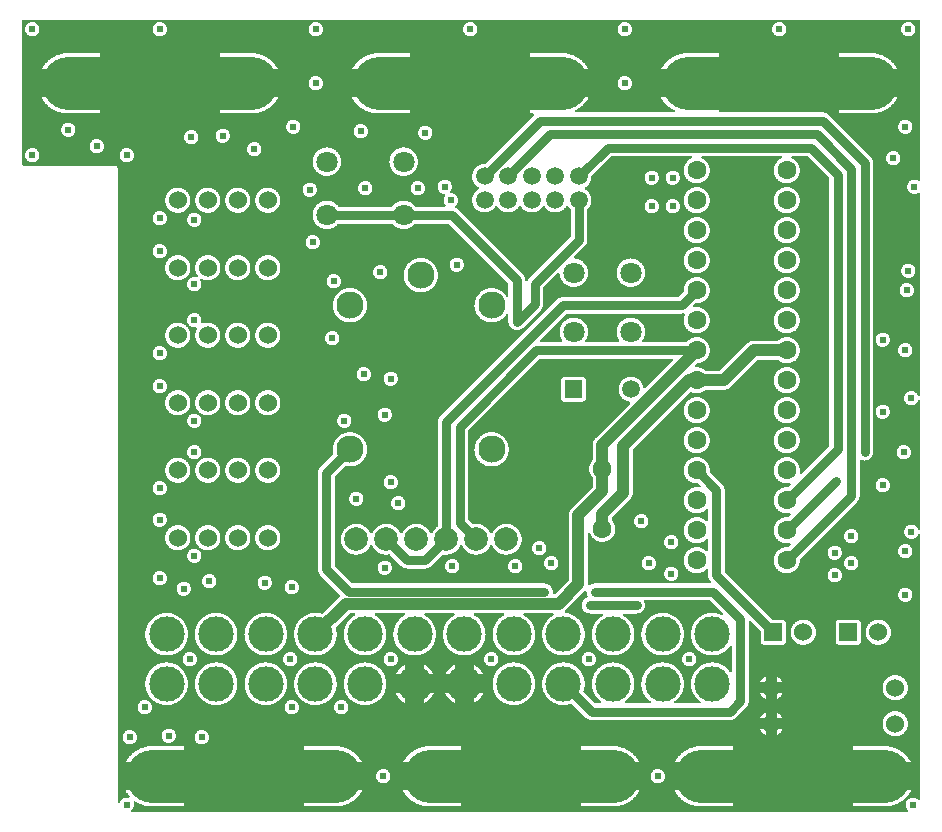
<source format=gtl>
G04 Layer: TopLayer*
G04 EasyEDA v6.4.7, 2021-01-11T10:17:57+08:00*
G04 90706c7a1cc54bb094bce230ef5c70c2,119f753a6ce64b8d841f2ad33262ab0c,10*
G04 Gerber Generator version 0.2*
G04 Scale: 100 percent, Rotated: No, Reflected: No *
G04 Dimensions in millimeters *
G04 leading zeros omitted , absolute positions ,3 integer and 3 decimal *
%FSLAX33Y33*%
%MOMM*%
G90*
D02*

%ADD11C,0.999998*%
%ADD12C,0.799998*%
%ADD13C,0.609600*%
%ADD14C,1.999996*%
%ADD15C,1.499997*%
%ADD16C,2.299995*%
%ADD17C,1.799996*%
%ADD19C,1.599997*%
%ADD20C,1.524000*%
%ADD21C,2.999994*%
%ADD23C,4.499991*%

%LPD*%
G36*
G01X1067Y67358D02*
G01X358Y67358D01*
G01X343Y67357D01*
G01X329Y67354D01*
G01X315Y67349D01*
G01X303Y67342D01*
G01X291Y67333D01*
G01X281Y67323D01*
G01X272Y67311D01*
G01X265Y67298D01*
G01X260Y67285D01*
G01X257Y67271D01*
G01X256Y67256D01*
G01X256Y55095D01*
G01X257Y55080D01*
G01X260Y55066D01*
G01X265Y55052D01*
G01X272Y55040D01*
G01X281Y55028D01*
G01X291Y55018D01*
G01X303Y55009D01*
G01X315Y55002D01*
G01X329Y54997D01*
G01X343Y54994D01*
G01X358Y54993D01*
G01X8072Y54993D01*
G01X8095Y54992D01*
G01X8119Y54989D01*
G01X8142Y54983D01*
G01X8164Y54976D01*
G01X8186Y54966D01*
G01X8207Y54955D01*
G01X8226Y54941D01*
G01X8244Y54926D01*
G01X8261Y54909D01*
G01X8276Y54891D01*
G01X8290Y54872D01*
G01X8301Y54851D01*
G01X8311Y54829D01*
G01X8318Y54807D01*
G01X8324Y54784D01*
G01X8327Y54760D01*
G01X8328Y54737D01*
G01X8328Y1153D01*
G01X8329Y1138D01*
G01X8332Y1124D01*
G01X8337Y1111D01*
G01X8344Y1098D01*
G01X8353Y1086D01*
G01X8363Y1076D01*
G01X8375Y1067D01*
G01X8388Y1060D01*
G01X8401Y1055D01*
G01X8415Y1052D01*
G01X8430Y1051D01*
G01X8445Y1052D01*
G01X8460Y1056D01*
G01X8474Y1061D01*
G01X8487Y1069D01*
G01X8498Y1078D01*
G01X8509Y1089D01*
G01X8517Y1101D01*
G01X8524Y1115D01*
G01X8538Y1148D01*
G01X8555Y1180D01*
G01X8573Y1211D01*
G01X8593Y1241D01*
G01X8615Y1270D01*
G01X8639Y1297D01*
G01X8664Y1323D01*
G01X8690Y1348D01*
G01X8718Y1371D01*
G01X8747Y1392D01*
G01X8778Y1411D01*
G01X8810Y1428D01*
G01X8842Y1444D01*
G01X8876Y1458D01*
G01X8910Y1469D01*
G01X8945Y1479D01*
G01X8980Y1486D01*
G01X9016Y1492D01*
G01X9052Y1495D01*
G01X9088Y1496D01*
G01X9125Y1495D01*
G01X9163Y1491D01*
G01X9200Y1485D01*
G01X9219Y1484D01*
G01X9234Y1485D01*
G01X9248Y1488D01*
G01X9261Y1493D01*
G01X9274Y1500D01*
G01X9286Y1508D01*
G01X9296Y1519D01*
G01X9305Y1530D01*
G01X9312Y1543D01*
G01X9317Y1557D01*
G01X9320Y1571D01*
G01X9321Y1585D01*
G01X9319Y1603D01*
G01X9314Y1620D01*
G01X9307Y1636D01*
G01X9297Y1651D01*
G01X9246Y1713D01*
G01X9197Y1776D01*
G01X9151Y1840D01*
G01X9106Y1907D01*
G01X9063Y1974D01*
G01X9023Y2043D01*
G01X8985Y2113D01*
G01X13930Y2113D01*
G01X13930Y749D01*
G01X11244Y749D01*
G01X11168Y750D01*
G01X11093Y753D01*
G01X11018Y759D01*
G01X10943Y767D01*
G01X10868Y777D01*
G01X10794Y789D01*
G01X10720Y803D01*
G01X10646Y820D01*
G01X10573Y839D01*
G01X10500Y860D01*
G01X10429Y883D01*
G01X10358Y908D01*
G01X10287Y935D01*
G01X10218Y964D01*
G01X10149Y995D01*
G01X10082Y1029D01*
G01X10015Y1064D01*
G01X9949Y1101D01*
G01X9885Y1141D01*
G01X9822Y1182D01*
G01X9809Y1189D01*
G01X9795Y1194D01*
G01X9780Y1198D01*
G01X9765Y1199D01*
G01X9751Y1198D01*
G01X9736Y1195D01*
G01X9723Y1190D01*
G01X9710Y1183D01*
G01X9699Y1174D01*
G01X9688Y1164D01*
G01X9680Y1152D01*
G01X9673Y1140D01*
G01X9668Y1126D01*
G01X9665Y1112D01*
G01X9664Y1097D01*
G01X9665Y1082D01*
G01X9668Y1067D01*
G01X9678Y1032D01*
G01X9685Y997D01*
G01X9691Y961D01*
G01X9694Y925D01*
G01X9695Y889D01*
G01X9694Y852D01*
G01X9691Y815D01*
G01X9685Y779D01*
G01X9677Y743D01*
G01X9667Y708D01*
G01X9655Y673D01*
G01X9641Y639D01*
G01X9625Y606D01*
G01X9607Y574D01*
G01X9587Y543D01*
G01X9566Y514D01*
G01X9542Y486D01*
G01X9517Y459D01*
G01X9490Y434D01*
G01X9478Y421D01*
G01X9469Y407D01*
G01X9462Y391D01*
G01X9457Y375D01*
G01X9456Y358D01*
G01X9457Y343D01*
G01X9460Y329D01*
G01X9465Y315D01*
G01X9472Y303D01*
G01X9481Y291D01*
G01X9491Y281D01*
G01X9503Y272D01*
G01X9515Y265D01*
G01X9529Y260D01*
G01X9543Y257D01*
G01X9557Y256D01*
G01X75166Y256D01*
G01X75180Y257D01*
G01X75194Y260D01*
G01X75208Y265D01*
G01X75221Y272D01*
G01X75232Y281D01*
G01X75243Y291D01*
G01X75251Y303D01*
G01X75258Y315D01*
G01X75263Y329D01*
G01X75266Y343D01*
G01X75267Y358D01*
G01X75266Y375D01*
G01X75262Y391D01*
G01X75255Y407D01*
G01X75245Y421D01*
G01X75233Y434D01*
G01X75206Y459D01*
G01X75181Y486D01*
G01X75158Y514D01*
G01X75136Y543D01*
G01X75116Y574D01*
G01X75098Y606D01*
G01X75082Y639D01*
G01X75068Y673D01*
G01X75056Y708D01*
G01X75046Y743D01*
G01X75038Y779D01*
G01X75033Y815D01*
G01X75029Y852D01*
G01X75028Y889D01*
G01X75029Y924D01*
G01X75032Y959D01*
G01X75038Y994D01*
G01X75045Y1029D01*
G01X75054Y1063D01*
G01X75065Y1096D01*
G01X75078Y1129D01*
G01X75093Y1161D01*
G01X75110Y1192D01*
G01X75128Y1222D01*
G01X75148Y1251D01*
G01X75170Y1279D01*
G01X75194Y1305D01*
G01X75219Y1330D01*
G01X75245Y1354D01*
G01X75273Y1376D01*
G01X75302Y1396D01*
G01X75332Y1414D01*
G01X75363Y1431D01*
G01X75395Y1446D01*
G01X75428Y1459D01*
G01X75461Y1470D01*
G01X75496Y1479D01*
G01X75530Y1487D01*
G01X75565Y1492D01*
G01X75600Y1495D01*
G01X75636Y1496D01*
G01X75672Y1495D01*
G01X75709Y1491D01*
G01X75745Y1486D01*
G01X75781Y1478D01*
G01X75816Y1468D01*
G01X75851Y1456D01*
G01X75885Y1442D01*
G01X75918Y1426D01*
G01X75950Y1408D01*
G01X75981Y1388D01*
G01X76010Y1366D01*
G01X76039Y1343D01*
G01X76065Y1318D01*
G01X76090Y1291D01*
G01X76103Y1279D01*
G01X76117Y1270D01*
G01X76133Y1263D01*
G01X76149Y1258D01*
G01X76166Y1257D01*
G01X76181Y1258D01*
G01X76195Y1261D01*
G01X76209Y1266D01*
G01X76221Y1273D01*
G01X76233Y1282D01*
G01X76243Y1292D01*
G01X76252Y1303D01*
G01X76259Y1316D01*
G01X76264Y1330D01*
G01X76267Y1344D01*
G01X76268Y1358D01*
G01X76268Y23738D01*
G01X76267Y23753D01*
G01X76264Y23767D01*
G01X76259Y23780D01*
G01X76252Y23793D01*
G01X76243Y23805D01*
G01X76233Y23815D01*
G01X76221Y23824D01*
G01X76209Y23831D01*
G01X76195Y23836D01*
G01X76181Y23839D01*
G01X76166Y23840D01*
G01X76151Y23839D01*
G01X76137Y23835D01*
G01X76123Y23830D01*
G01X76110Y23822D01*
G01X76098Y23813D01*
G01X76087Y23802D01*
G01X76079Y23790D01*
G01X76072Y23776D01*
G01X76058Y23743D01*
G01X76041Y23711D01*
G01X76023Y23680D01*
G01X76003Y23650D01*
G01X75981Y23621D01*
G01X75958Y23594D01*
G01X75933Y23568D01*
G01X75906Y23543D01*
G01X75878Y23520D01*
G01X75849Y23499D01*
G01X75818Y23480D01*
G01X75787Y23463D01*
G01X75754Y23447D01*
G01X75721Y23433D01*
G01X75686Y23422D01*
G01X75652Y23412D01*
G01X75616Y23405D01*
G01X75581Y23399D01*
G01X75545Y23396D01*
G01X75509Y23395D01*
G01X75473Y23396D01*
G01X75438Y23399D01*
G01X75403Y23404D01*
G01X75369Y23412D01*
G01X75334Y23421D01*
G01X75301Y23432D01*
G01X75268Y23445D01*
G01X75236Y23460D01*
G01X75205Y23477D01*
G01X75175Y23495D01*
G01X75146Y23515D01*
G01X75118Y23537D01*
G01X75092Y23561D01*
G01X75067Y23586D01*
G01X75043Y23612D01*
G01X75021Y23640D01*
G01X75001Y23669D01*
G01X74983Y23699D01*
G01X74966Y23730D01*
G01X74951Y23762D01*
G01X74938Y23795D01*
G01X74927Y23828D01*
G01X74918Y23862D01*
G01X74911Y23897D01*
G01X74905Y23932D01*
G01X74902Y23967D01*
G01X74901Y24003D01*
G01X74902Y24038D01*
G01X74905Y24073D01*
G01X74911Y24108D01*
G01X74918Y24143D01*
G01X74927Y24177D01*
G01X74938Y24210D01*
G01X74951Y24243D01*
G01X74966Y24275D01*
G01X74983Y24306D01*
G01X75001Y24336D01*
G01X75021Y24365D01*
G01X75043Y24393D01*
G01X75067Y24419D01*
G01X75092Y24444D01*
G01X75118Y24468D01*
G01X75146Y24490D01*
G01X75175Y24510D01*
G01X75205Y24528D01*
G01X75236Y24545D01*
G01X75268Y24560D01*
G01X75301Y24573D01*
G01X75334Y24584D01*
G01X75369Y24593D01*
G01X75403Y24601D01*
G01X75438Y24606D01*
G01X75473Y24609D01*
G01X75509Y24610D01*
G01X75545Y24609D01*
G01X75581Y24606D01*
G01X75616Y24600D01*
G01X75652Y24593D01*
G01X75686Y24583D01*
G01X75721Y24572D01*
G01X75754Y24558D01*
G01X75787Y24542D01*
G01X75818Y24525D01*
G01X75849Y24506D01*
G01X75878Y24485D01*
G01X75906Y24462D01*
G01X75933Y24437D01*
G01X75958Y24411D01*
G01X75981Y24384D01*
G01X76003Y24355D01*
G01X76023Y24325D01*
G01X76041Y24294D01*
G01X76058Y24262D01*
G01X76072Y24229D01*
G01X76079Y24215D01*
G01X76087Y24203D01*
G01X76098Y24192D01*
G01X76110Y24183D01*
G01X76123Y24175D01*
G01X76137Y24170D01*
G01X76151Y24166D01*
G01X76166Y24165D01*
G01X76181Y24166D01*
G01X76195Y24169D01*
G01X76209Y24174D01*
G01X76221Y24181D01*
G01X76233Y24190D01*
G01X76243Y24200D01*
G01X76252Y24212D01*
G01X76259Y24225D01*
G01X76264Y24238D01*
G01X76267Y24252D01*
G01X76268Y24267D01*
G01X76268Y35041D01*
G01X76267Y35056D01*
G01X76264Y35070D01*
G01X76259Y35083D01*
G01X76252Y35096D01*
G01X76243Y35108D01*
G01X76233Y35118D01*
G01X76221Y35127D01*
G01X76209Y35134D01*
G01X76195Y35139D01*
G01X76181Y35142D01*
G01X76166Y35143D01*
G01X76151Y35142D01*
G01X76137Y35138D01*
G01X76123Y35133D01*
G01X76110Y35125D01*
G01X76098Y35116D01*
G01X76087Y35105D01*
G01X76079Y35093D01*
G01X76072Y35079D01*
G01X76058Y35046D01*
G01X76041Y35014D01*
G01X76023Y34983D01*
G01X76003Y34953D01*
G01X75981Y34924D01*
G01X75958Y34897D01*
G01X75933Y34871D01*
G01X75906Y34846D01*
G01X75878Y34823D01*
G01X75849Y34802D01*
G01X75818Y34783D01*
G01X75787Y34766D01*
G01X75754Y34750D01*
G01X75721Y34736D01*
G01X75686Y34725D01*
G01X75652Y34715D01*
G01X75616Y34708D01*
G01X75581Y34702D01*
G01X75545Y34699D01*
G01X75509Y34698D01*
G01X75473Y34699D01*
G01X75438Y34702D01*
G01X75403Y34707D01*
G01X75369Y34715D01*
G01X75334Y34724D01*
G01X75301Y34735D01*
G01X75268Y34748D01*
G01X75236Y34763D01*
G01X75205Y34780D01*
G01X75175Y34798D01*
G01X75146Y34818D01*
G01X75118Y34840D01*
G01X75092Y34864D01*
G01X75067Y34889D01*
G01X75043Y34915D01*
G01X75021Y34943D01*
G01X75001Y34972D01*
G01X74983Y35002D01*
G01X74966Y35033D01*
G01X74951Y35065D01*
G01X74938Y35098D01*
G01X74927Y35131D01*
G01X74918Y35165D01*
G01X74911Y35200D01*
G01X74905Y35235D01*
G01X74902Y35270D01*
G01X74901Y35306D01*
G01X74902Y35341D01*
G01X74905Y35376D01*
G01X74911Y35411D01*
G01X74918Y35446D01*
G01X74927Y35480D01*
G01X74938Y35513D01*
G01X74951Y35546D01*
G01X74966Y35578D01*
G01X74983Y35609D01*
G01X75001Y35639D01*
G01X75021Y35668D01*
G01X75043Y35696D01*
G01X75067Y35722D01*
G01X75092Y35747D01*
G01X75118Y35771D01*
G01X75146Y35793D01*
G01X75175Y35813D01*
G01X75205Y35831D01*
G01X75236Y35848D01*
G01X75268Y35863D01*
G01X75301Y35876D01*
G01X75334Y35887D01*
G01X75369Y35896D01*
G01X75403Y35904D01*
G01X75438Y35909D01*
G01X75473Y35912D01*
G01X75509Y35913D01*
G01X75545Y35912D01*
G01X75581Y35909D01*
G01X75616Y35903D01*
G01X75652Y35896D01*
G01X75686Y35886D01*
G01X75721Y35875D01*
G01X75754Y35861D01*
G01X75787Y35845D01*
G01X75818Y35828D01*
G01X75849Y35809D01*
G01X75878Y35788D01*
G01X75906Y35765D01*
G01X75933Y35740D01*
G01X75958Y35714D01*
G01X75981Y35687D01*
G01X76003Y35658D01*
G01X76023Y35628D01*
G01X76041Y35597D01*
G01X76058Y35565D01*
G01X76072Y35532D01*
G01X76079Y35518D01*
G01X76087Y35506D01*
G01X76098Y35495D01*
G01X76110Y35486D01*
G01X76123Y35478D01*
G01X76137Y35473D01*
G01X76151Y35469D01*
G01X76166Y35468D01*
G01X76181Y35469D01*
G01X76195Y35472D01*
G01X76209Y35477D01*
G01X76221Y35484D01*
G01X76233Y35493D01*
G01X76243Y35503D01*
G01X76252Y35515D01*
G01X76259Y35528D01*
G01X76264Y35541D01*
G01X76267Y35555D01*
G01X76268Y35570D01*
G01X76268Y52630D01*
G01X76267Y52644D01*
G01X76264Y52658D01*
G01X76259Y52672D01*
G01X76252Y52685D01*
G01X76243Y52696D01*
G01X76233Y52707D01*
G01X76221Y52715D01*
G01X76209Y52722D01*
G01X76195Y52727D01*
G01X76181Y52730D01*
G01X76166Y52731D01*
G01X76151Y52730D01*
G01X76136Y52727D01*
G01X76122Y52721D01*
G01X76109Y52713D01*
G01X76078Y52693D01*
G01X76046Y52675D01*
G01X76013Y52659D01*
G01X75979Y52645D01*
G01X75944Y52633D01*
G01X75908Y52623D01*
G01X75872Y52615D01*
G01X75836Y52610D01*
G01X75799Y52606D01*
G01X75763Y52605D01*
G01X75727Y52606D01*
G01X75692Y52609D01*
G01X75657Y52614D01*
G01X75623Y52622D01*
G01X75588Y52631D01*
G01X75555Y52642D01*
G01X75522Y52655D01*
G01X75490Y52670D01*
G01X75459Y52687D01*
G01X75429Y52705D01*
G01X75400Y52725D01*
G01X75372Y52747D01*
G01X75346Y52771D01*
G01X75321Y52796D01*
G01X75297Y52822D01*
G01X75275Y52850D01*
G01X75255Y52879D01*
G01X75237Y52909D01*
G01X75220Y52940D01*
G01X75205Y52972D01*
G01X75192Y53005D01*
G01X75181Y53038D01*
G01X75172Y53072D01*
G01X75165Y53107D01*
G01X75159Y53142D01*
G01X75156Y53177D01*
G01X75155Y53213D01*
G01X75156Y53248D01*
G01X75159Y53283D01*
G01X75165Y53318D01*
G01X75172Y53353D01*
G01X75181Y53387D01*
G01X75192Y53420D01*
G01X75205Y53453D01*
G01X75220Y53485D01*
G01X75237Y53516D01*
G01X75255Y53546D01*
G01X75275Y53575D01*
G01X75297Y53603D01*
G01X75321Y53629D01*
G01X75346Y53654D01*
G01X75372Y53678D01*
G01X75400Y53700D01*
G01X75429Y53720D01*
G01X75459Y53738D01*
G01X75490Y53755D01*
G01X75522Y53770D01*
G01X75555Y53783D01*
G01X75588Y53794D01*
G01X75623Y53803D01*
G01X75657Y53811D01*
G01X75692Y53816D01*
G01X75727Y53819D01*
G01X75763Y53820D01*
G01X75799Y53819D01*
G01X75836Y53815D01*
G01X75872Y53810D01*
G01X75908Y53802D01*
G01X75944Y53792D01*
G01X75979Y53780D01*
G01X76013Y53766D01*
G01X76046Y53750D01*
G01X76078Y53732D01*
G01X76109Y53712D01*
G01X76122Y53704D01*
G01X76136Y53698D01*
G01X76151Y53695D01*
G01X76166Y53694D01*
G01X76181Y53695D01*
G01X76195Y53698D01*
G01X76209Y53703D01*
G01X76221Y53710D01*
G01X76233Y53718D01*
G01X76243Y53729D01*
G01X76252Y53740D01*
G01X76259Y53753D01*
G01X76264Y53767D01*
G01X76267Y53781D01*
G01X76268Y53795D01*
G01X76268Y67256D01*
G01X76267Y67271D01*
G01X76264Y67285D01*
G01X76259Y67298D01*
G01X76252Y67311D01*
G01X76243Y67323D01*
G01X76233Y67333D01*
G01X76221Y67342D01*
G01X76209Y67349D01*
G01X76195Y67354D01*
G01X76181Y67357D01*
G01X76166Y67358D01*
G01X75275Y67358D01*
G01X75255Y67356D01*
G01X75235Y67358D01*
G01X64353Y67358D01*
G01X64333Y67356D01*
G01X64313Y67358D01*
G01X51272Y67358D01*
G01X51252Y67356D01*
G01X51232Y67358D01*
G01X38191Y67358D01*
G01X38171Y67356D01*
G01X38151Y67358D01*
G01X25110Y67358D01*
G01X25090Y67356D01*
G01X25070Y67358D01*
G01X11902Y67358D01*
G01X11882Y67356D01*
G01X11862Y67358D01*
G01X1107Y67358D01*
G01X1087Y67356D01*
G01X1067Y67358D01*
G37*

%LPC*%
G36*
G01X48180Y60787D02*
G01X43234Y60787D01*
G01X43234Y59423D01*
G01X43475Y59423D01*
G01X43489Y59422D01*
G01X43504Y59419D01*
G01X43517Y59414D01*
G01X43530Y59407D01*
G01X43542Y59398D01*
G01X43552Y59388D01*
G01X43560Y59376D01*
G01X43567Y59364D01*
G01X43572Y59350D01*
G01X43576Y59336D01*
G01X43577Y59321D01*
G01X43575Y59305D01*
G01X43572Y59290D01*
G01X43566Y59275D01*
G01X43557Y59262D01*
G01X43547Y59250D01*
G01X39466Y55168D01*
G01X39454Y55158D01*
G01X39440Y55150D01*
G01X39425Y55144D01*
G01X39410Y55140D01*
G01X39394Y55139D01*
G01X39377Y55139D01*
G01X39329Y55138D01*
G01X39282Y55135D01*
G01X39235Y55129D01*
G01X39189Y55122D01*
G01X39142Y55112D01*
G01X39097Y55101D01*
G01X39051Y55087D01*
G01X39007Y55072D01*
G01X38963Y55054D01*
G01X38920Y55035D01*
G01X38878Y55013D01*
G01X38837Y54990D01*
G01X38797Y54965D01*
G01X38758Y54938D01*
G01X38720Y54909D01*
G01X38684Y54879D01*
G01X38649Y54847D01*
G01X38616Y54814D01*
G01X38584Y54779D01*
G01X38554Y54742D01*
G01X38525Y54705D01*
G01X38498Y54666D01*
G01X38473Y54626D01*
G01X38450Y54585D01*
G01X38428Y54543D01*
G01X38409Y54500D01*
G01X38391Y54456D01*
G01X38376Y54412D01*
G01X38362Y54366D01*
G01X38350Y54320D01*
G01X38341Y54274D01*
G01X38334Y54228D01*
G01X38328Y54181D01*
G01X38325Y54133D01*
G01X38324Y54086D01*
G01X38325Y54038D01*
G01X38328Y53990D01*
G01X38334Y53943D01*
G01X38342Y53895D01*
G01X38351Y53849D01*
G01X38363Y53802D01*
G01X38377Y53756D01*
G01X38393Y53711D01*
G01X38411Y53667D01*
G01X38431Y53623D01*
G01X38454Y53580D01*
G01X38478Y53539D01*
G01X38503Y53499D01*
G01X38531Y53459D01*
G01X38561Y53422D01*
G01X38592Y53385D01*
G01X38624Y53350D01*
G01X38659Y53317D01*
G01X38695Y53285D01*
G01X38732Y53254D01*
G01X38770Y53226D01*
G01X38810Y53199D01*
G01X38851Y53174D01*
G01X38864Y53166D01*
G01X38875Y53155D01*
G01X38884Y53144D01*
G01X38892Y53130D01*
G01X38897Y53116D01*
G01X38901Y53101D01*
G01X38902Y53086D01*
G01X38901Y53071D01*
G01X38897Y53056D01*
G01X38892Y53042D01*
G01X38884Y53029D01*
G01X38875Y53017D01*
G01X38864Y53007D01*
G01X38851Y52998D01*
G01X38810Y52973D01*
G01X38770Y52947D01*
G01X38732Y52918D01*
G01X38695Y52888D01*
G01X38659Y52856D01*
G01X38624Y52822D01*
G01X38592Y52787D01*
G01X38561Y52751D01*
G01X38531Y52713D01*
G01X38503Y52674D01*
G01X38478Y52634D01*
G01X38454Y52592D01*
G01X38431Y52549D01*
G01X38411Y52506D01*
G01X38393Y52461D01*
G01X38377Y52416D01*
G01X38363Y52370D01*
G01X38351Y52324D01*
G01X38342Y52277D01*
G01X38334Y52230D01*
G01X38328Y52182D01*
G01X38325Y52134D01*
G01X38324Y52086D01*
G01X38325Y52039D01*
G01X38328Y51992D01*
G01X38334Y51945D01*
G01X38341Y51898D01*
G01X38350Y51852D01*
G01X38362Y51806D01*
G01X38376Y51761D01*
G01X38391Y51716D01*
G01X38409Y51673D01*
G01X38428Y51630D01*
G01X38450Y51588D01*
G01X38473Y51546D01*
G01X38498Y51506D01*
G01X38525Y51468D01*
G01X38554Y51430D01*
G01X38584Y51394D01*
G01X38616Y51359D01*
G01X38649Y51325D01*
G01X38684Y51294D01*
G01X38720Y51263D01*
G01X38758Y51235D01*
G01X38797Y51208D01*
G01X38837Y51183D01*
G01X38878Y51159D01*
G01X38920Y51138D01*
G01X38963Y51118D01*
G01X39007Y51101D01*
G01X39051Y51085D01*
G01X39097Y51072D01*
G01X39142Y51060D01*
G01X39189Y51051D01*
G01X39235Y51043D01*
G01X39282Y51038D01*
G01X39329Y51035D01*
G01X39377Y51034D01*
G01X39425Y51035D01*
G01X39472Y51038D01*
G01X39520Y51044D01*
G01X39568Y51051D01*
G01X39615Y51061D01*
G01X39661Y51073D01*
G01X39707Y51087D01*
G01X39752Y51103D01*
G01X39797Y51121D01*
G01X39840Y51141D01*
G01X39883Y51163D01*
G01X39924Y51187D01*
G01X39965Y51213D01*
G01X40004Y51241D01*
G01X40042Y51271D01*
G01X40078Y51302D01*
G01X40113Y51335D01*
G01X40147Y51369D01*
G01X40179Y51405D01*
G01X40209Y51442D01*
G01X40238Y51481D01*
G01X40264Y51521D01*
G01X40289Y51562D01*
G01X40298Y51574D01*
G01X40308Y51585D01*
G01X40320Y51595D01*
G01X40333Y51603D01*
G01X40347Y51608D01*
G01X40362Y51612D01*
G01X40377Y51613D01*
G01X40392Y51612D01*
G01X40407Y51608D01*
G01X40421Y51603D01*
G01X40435Y51595D01*
G01X40446Y51585D01*
G01X40457Y51574D01*
G01X40465Y51562D01*
G01X40490Y51520D01*
G01X40517Y51480D01*
G01X40545Y51442D01*
G01X40576Y51404D01*
G01X40608Y51368D01*
G01X40641Y51334D01*
G01X40676Y51301D01*
G01X40713Y51270D01*
G01X40751Y51240D01*
G01X40790Y51212D01*
G01X40830Y51186D01*
G01X40872Y51162D01*
G01X40914Y51140D01*
G01X40958Y51120D01*
G01X41003Y51102D01*
G01X41048Y51086D01*
G01X41094Y51071D01*
G01X41140Y51060D01*
G01X41187Y51050D01*
G01X41235Y51042D01*
G01X41283Y51037D01*
G01X41331Y51033D01*
G01X41379Y51032D01*
G01X41427Y51033D01*
G01X41474Y51037D01*
G01X41522Y51042D01*
G01X41569Y51050D01*
G01X41616Y51059D01*
G01X41663Y51071D01*
G01X41709Y51085D01*
G01X41754Y51101D01*
G01X41798Y51119D01*
G01X41842Y51140D01*
G01X41884Y51162D01*
G01X41926Y51186D01*
G01X41966Y51212D01*
G01X42005Y51239D01*
G01X42043Y51269D01*
G01X42080Y51300D01*
G01X42115Y51333D01*
G01X42148Y51367D01*
G01X42180Y51403D01*
G01X42210Y51440D01*
G01X42239Y51478D01*
G01X42266Y51518D01*
G01X42291Y51559D01*
G01X42299Y51572D01*
G01X42309Y51583D01*
G01X42321Y51592D01*
G01X42335Y51600D01*
G01X42349Y51606D01*
G01X42363Y51609D01*
G01X42379Y51610D01*
G01X42394Y51609D01*
G01X42409Y51606D01*
G01X42423Y51600D01*
G01X42436Y51592D01*
G01X42448Y51583D01*
G01X42458Y51572D01*
G01X42467Y51559D01*
G01X42492Y51518D01*
G01X42518Y51478D01*
G01X42547Y51440D01*
G01X42577Y51403D01*
G01X42609Y51367D01*
G01X42642Y51333D01*
G01X42677Y51300D01*
G01X42714Y51269D01*
G01X42752Y51239D01*
G01X42791Y51212D01*
G01X42831Y51186D01*
G01X42873Y51162D01*
G01X42915Y51140D01*
G01X42959Y51119D01*
G01X43003Y51101D01*
G01X43049Y51085D01*
G01X43094Y51071D01*
G01X43141Y51059D01*
G01X43188Y51050D01*
G01X43235Y51042D01*
G01X43283Y51037D01*
G01X43331Y51033D01*
G01X43379Y51032D01*
G01X43427Y51033D01*
G01X43474Y51037D01*
G01X43522Y51042D01*
G01X43569Y51050D01*
G01X43616Y51059D01*
G01X43663Y51071D01*
G01X43708Y51085D01*
G01X43754Y51101D01*
G01X43798Y51119D01*
G01X43841Y51139D01*
G01X43884Y51161D01*
G01X43925Y51185D01*
G01X43966Y51211D01*
G01X44005Y51239D01*
G01X44043Y51268D01*
G01X44079Y51299D01*
G01X44114Y51332D01*
G01X44148Y51366D01*
G01X44180Y51402D01*
G01X44210Y51439D01*
G01X44238Y51478D01*
G01X44265Y51517D01*
G01X44290Y51558D01*
G01X44299Y51571D01*
G01X44309Y51582D01*
G01X44321Y51591D01*
G01X44334Y51599D01*
G01X44348Y51605D01*
G01X44363Y51608D01*
G01X44378Y51609D01*
G01X44393Y51608D01*
G01X44408Y51605D01*
G01X44422Y51599D01*
G01X44435Y51592D01*
G01X44447Y51582D01*
G01X44457Y51571D01*
G01X44466Y51558D01*
G01X44491Y51518D01*
G01X44518Y51478D01*
G01X44546Y51440D01*
G01X44576Y51402D01*
G01X44608Y51367D01*
G01X44642Y51333D01*
G01X44677Y51300D01*
G01X44713Y51269D01*
G01X44751Y51240D01*
G01X44790Y51212D01*
G01X44831Y51186D01*
G01X44872Y51163D01*
G01X44914Y51141D01*
G01X44958Y51121D01*
G01X45002Y51103D01*
G01X45047Y51087D01*
G01X45093Y51073D01*
G01X45139Y51061D01*
G01X45186Y51051D01*
G01X45233Y51043D01*
G01X45281Y51038D01*
G01X45329Y51035D01*
G01X45377Y51034D01*
G01X45425Y51035D01*
G01X45472Y51038D01*
G01X45520Y51044D01*
G01X45568Y51051D01*
G01X45615Y51061D01*
G01X45661Y51073D01*
G01X45707Y51087D01*
G01X45752Y51103D01*
G01X45797Y51121D01*
G01X45840Y51141D01*
G01X45883Y51163D01*
G01X45924Y51187D01*
G01X45965Y51213D01*
G01X46004Y51241D01*
G01X46042Y51271D01*
G01X46078Y51302D01*
G01X46113Y51335D01*
G01X46147Y51369D01*
G01X46179Y51405D01*
G01X46209Y51442D01*
G01X46238Y51481D01*
G01X46264Y51521D01*
G01X46289Y51562D01*
G01X46298Y51574D01*
G01X46308Y51585D01*
G01X46320Y51595D01*
G01X46333Y51603D01*
G01X46347Y51608D01*
G01X46362Y51612D01*
G01X46377Y51613D01*
G01X46392Y51612D01*
G01X46407Y51608D01*
G01X46421Y51603D01*
G01X46435Y51595D01*
G01X46446Y51585D01*
G01X46457Y51574D01*
G01X46465Y51562D01*
G01X46491Y51520D01*
G01X46518Y51479D01*
G01X46547Y51440D01*
G01X46578Y51402D01*
G01X46611Y51365D01*
G01X46645Y51330D01*
G01X46656Y51318D01*
G01X46664Y51304D01*
G01X46670Y51289D01*
G01X46674Y51274D01*
G01X46676Y51257D01*
G01X46676Y49037D01*
G01X46674Y49021D01*
G01X46671Y49006D01*
G01X46665Y48991D01*
G01X46656Y48977D01*
G01X46646Y48965D01*
G01X43135Y45454D01*
G01X43109Y45427D01*
G01X43084Y45398D01*
G01X43061Y45368D01*
G01X43040Y45336D01*
G01X43020Y45304D01*
G01X43003Y45271D01*
G01X42994Y45257D01*
G01X42984Y45245D01*
G01X42972Y45234D01*
G01X42958Y45226D01*
G01X42943Y45219D01*
G01X42928Y45216D01*
G01X42912Y45214D01*
G01X42897Y45215D01*
G01X42883Y45218D01*
G01X42870Y45223D01*
G01X42857Y45230D01*
G01X42845Y45239D01*
G01X42835Y45249D01*
G01X42826Y45261D01*
G01X42819Y45274D01*
G01X42814Y45287D01*
G01X42811Y45301D01*
G01X42810Y45316D01*
G01X42810Y45339D01*
G01X42809Y45378D01*
G01X42806Y45417D01*
G01X42800Y45456D01*
G01X42793Y45495D01*
G01X42783Y45533D01*
G01X42771Y45571D01*
G01X42757Y45607D01*
G01X42741Y45643D01*
G01X42723Y45678D01*
G01X42702Y45712D01*
G01X42681Y45745D01*
G01X42657Y45777D01*
G01X42631Y45807D01*
G01X42604Y45835D01*
G01X37143Y51296D01*
G01X37113Y51325D01*
G01X37081Y51352D01*
G01X37047Y51377D01*
G01X37012Y51399D01*
G01X36976Y51420D01*
G01X36926Y51445D01*
G01X36914Y51454D01*
G01X36904Y51464D01*
G01X36895Y51476D01*
G01X36888Y51489D01*
G01X36883Y51502D01*
G01X36880Y51517D01*
G01X36879Y51531D01*
G01X36880Y51546D01*
G01X36883Y51560D01*
G01X36888Y51573D01*
G01X36895Y51586D01*
G01X36904Y51598D01*
G01X36915Y51608D01*
G01X36942Y51633D01*
G01X36968Y51660D01*
G01X36993Y51689D01*
G01X37015Y51718D01*
G01X37036Y51750D01*
G01X37055Y51782D01*
G01X37071Y51816D01*
G01X37086Y51850D01*
G01X37098Y51885D01*
G01X37109Y51921D01*
G01X37117Y51958D01*
G01X37122Y51995D01*
G01X37126Y52032D01*
G01X37127Y52070D01*
G01X37126Y52106D01*
G01X37123Y52142D01*
G01X37117Y52178D01*
G01X37110Y52214D01*
G01X37100Y52249D01*
G01X37088Y52283D01*
G01X37074Y52317D01*
G01X37058Y52350D01*
G01X37041Y52382D01*
G01X37021Y52412D01*
G01X37000Y52442D01*
G01X36976Y52470D01*
G01X36952Y52496D01*
G01X36925Y52521D01*
G01X36898Y52545D01*
G01X36868Y52567D01*
G01X36838Y52587D01*
G01X36806Y52605D01*
G01X36774Y52621D01*
G01X36740Y52635D01*
G01X36706Y52648D01*
G01X36671Y52658D01*
G01X36636Y52666D01*
G01X36600Y52672D01*
G01X36563Y52675D01*
G01X36548Y52677D01*
G01X36534Y52682D01*
G01X36520Y52689D01*
G01X36508Y52697D01*
G01X36496Y52707D01*
G01X36487Y52719D01*
G01X36479Y52732D01*
G01X36474Y52747D01*
G01X36470Y52761D01*
G01X36469Y52777D01*
G01X36470Y52793D01*
G01X36475Y52810D01*
G01X36481Y52825D01*
G01X36491Y52839D01*
G01X36512Y52869D01*
G01X36532Y52899D01*
G01X36550Y52931D01*
G01X36566Y52964D01*
G01X36580Y52998D01*
G01X36592Y53032D01*
G01X36601Y53068D01*
G01X36609Y53103D01*
G01X36615Y53140D01*
G01X36618Y53176D01*
G01X36619Y53213D01*
G01X36618Y53248D01*
G01X36615Y53283D01*
G01X36610Y53318D01*
G01X36603Y53353D01*
G01X36593Y53387D01*
G01X36582Y53420D01*
G01X36569Y53453D01*
G01X36554Y53485D01*
G01X36538Y53516D01*
G01X36519Y53546D01*
G01X36499Y53575D01*
G01X36477Y53603D01*
G01X36453Y53629D01*
G01X36428Y53654D01*
G01X36402Y53678D01*
G01X36374Y53700D01*
G01X36345Y53720D01*
G01X36315Y53738D01*
G01X36284Y53755D01*
G01X36252Y53770D01*
G01X36219Y53783D01*
G01X36186Y53794D01*
G01X36152Y53803D01*
G01X36117Y53811D01*
G01X36082Y53816D01*
G01X36047Y53819D01*
G01X36012Y53820D01*
G01X35976Y53819D01*
G01X35941Y53816D01*
G01X35906Y53811D01*
G01X35872Y53803D01*
G01X35837Y53794D01*
G01X35804Y53783D01*
G01X35771Y53770D01*
G01X35739Y53755D01*
G01X35708Y53738D01*
G01X35678Y53720D01*
G01X35649Y53700D01*
G01X35621Y53678D01*
G01X35595Y53654D01*
G01X35570Y53629D01*
G01X35546Y53603D01*
G01X35524Y53575D01*
G01X35504Y53546D01*
G01X35486Y53516D01*
G01X35469Y53485D01*
G01X35454Y53453D01*
G01X35441Y53420D01*
G01X35430Y53387D01*
G01X35421Y53353D01*
G01X35414Y53318D01*
G01X35408Y53283D01*
G01X35405Y53248D01*
G01X35404Y53213D01*
G01X35405Y53176D01*
G01X35409Y53140D01*
G01X35414Y53104D01*
G01X35422Y53068D01*
G01X35431Y53033D01*
G01X35443Y52999D01*
G01X35457Y52965D01*
G01X35473Y52932D01*
G01X35491Y52900D01*
G01X35510Y52870D01*
G01X35532Y52840D01*
G01X35555Y52812D01*
G01X35580Y52786D01*
G01X35606Y52761D01*
G01X35634Y52737D01*
G01X35663Y52715D01*
G01X35693Y52695D01*
G01X35725Y52677D01*
G01X35757Y52661D01*
G01X35791Y52647D01*
G01X35825Y52634D01*
G01X35860Y52624D01*
G01X35896Y52616D01*
G01X35932Y52610D01*
G01X35968Y52607D01*
G01X35983Y52605D01*
G01X35997Y52600D01*
G01X36011Y52593D01*
G01X36024Y52585D01*
G01X36035Y52575D01*
G01X36044Y52563D01*
G01X36052Y52550D01*
G01X36058Y52535D01*
G01X36061Y52521D01*
G01X36062Y52505D01*
G01X36061Y52489D01*
G01X36057Y52472D01*
G01X36050Y52457D01*
G01X36041Y52443D01*
G01X36019Y52413D01*
G01X35999Y52383D01*
G01X35981Y52351D01*
G01X35965Y52318D01*
G01X35951Y52284D01*
G01X35940Y52250D01*
G01X35930Y52214D01*
G01X35922Y52179D01*
G01X35917Y52142D01*
G01X35913Y52106D01*
G01X35912Y52070D01*
G01X35913Y52033D01*
G01X35917Y51997D01*
G01X35922Y51961D01*
G01X35930Y51926D01*
G01X35939Y51891D01*
G01X35951Y51856D01*
G01X35965Y51823D01*
G01X35980Y51790D01*
G01X35998Y51758D01*
G01X36018Y51728D01*
G01X36039Y51698D01*
G01X36062Y51670D01*
G01X36071Y51659D01*
G01X36078Y51646D01*
G01X36083Y51632D01*
G01X36086Y51618D01*
G01X36087Y51604D01*
G01X36086Y51589D01*
G01X36083Y51575D01*
G01X36078Y51561D01*
G01X36071Y51549D01*
G01X36062Y51537D01*
G01X36052Y51527D01*
G01X36040Y51518D01*
G01X36027Y51511D01*
G01X36014Y51506D01*
G01X36000Y51503D01*
G01X35985Y51502D01*
G01X33585Y51502D01*
G01X33570Y51503D01*
G01X33554Y51507D01*
G01X33539Y51513D01*
G01X33526Y51521D01*
G01X33514Y51532D01*
G01X33503Y51544D01*
G01X33472Y51585D01*
G01X33439Y51624D01*
G01X33405Y51662D01*
G01X33369Y51699D01*
G01X33331Y51734D01*
G01X33292Y51767D01*
G01X33251Y51799D01*
G01X33209Y51829D01*
G01X33166Y51857D01*
G01X33122Y51883D01*
G01X33077Y51907D01*
G01X33030Y51929D01*
G01X32983Y51950D01*
G01X32935Y51968D01*
G01X32886Y51984D01*
G01X32837Y51998D01*
G01X32787Y52010D01*
G01X32736Y52020D01*
G01X32686Y52028D01*
G01X32635Y52033D01*
G01X32583Y52037D01*
G01X32532Y52038D01*
G01X32480Y52037D01*
G01X32429Y52033D01*
G01X32378Y52028D01*
G01X32327Y52020D01*
G01X32277Y52010D01*
G01X32227Y51998D01*
G01X32177Y51984D01*
G01X32128Y51968D01*
G01X32080Y51950D01*
G01X32033Y51929D01*
G01X31987Y51907D01*
G01X31942Y51883D01*
G01X31897Y51857D01*
G01X31854Y51829D01*
G01X31812Y51799D01*
G01X31772Y51767D01*
G01X31733Y51734D01*
G01X31695Y51699D01*
G01X31659Y51662D01*
G01X31624Y51624D01*
G01X31591Y51585D01*
G01X31560Y51544D01*
G01X31550Y51532D01*
G01X31538Y51521D01*
G01X31524Y51513D01*
G01X31510Y51507D01*
G01X31494Y51503D01*
G01X31478Y51502D01*
G01X27083Y51502D01*
G01X27067Y51503D01*
G01X27052Y51507D01*
G01X27037Y51513D01*
G01X27023Y51521D01*
G01X27011Y51532D01*
G01X27001Y51544D01*
G01X26970Y51585D01*
G01X26937Y51624D01*
G01X26902Y51662D01*
G01X26866Y51699D01*
G01X26828Y51734D01*
G01X26789Y51767D01*
G01X26749Y51799D01*
G01X26707Y51829D01*
G01X26664Y51857D01*
G01X26620Y51883D01*
G01X26574Y51907D01*
G01X26528Y51929D01*
G01X26481Y51950D01*
G01X26433Y51968D01*
G01X26384Y51984D01*
G01X26335Y51998D01*
G01X26285Y52010D01*
G01X26234Y52020D01*
G01X26183Y52028D01*
G01X26132Y52033D01*
G01X26081Y52037D01*
G01X26029Y52038D01*
G01X25980Y52037D01*
G01X25930Y52033D01*
G01X25881Y52028D01*
G01X25831Y52021D01*
G01X25783Y52012D01*
G01X25734Y52001D01*
G01X25686Y51988D01*
G01X25639Y51972D01*
G01X25592Y51955D01*
G01X25546Y51936D01*
G01X25501Y51915D01*
G01X25457Y51893D01*
G01X25414Y51868D01*
G01X25372Y51842D01*
G01X25331Y51814D01*
G01X25291Y51784D01*
G01X25252Y51753D01*
G01X25215Y51720D01*
G01X25179Y51685D01*
G01X25145Y51650D01*
G01X25112Y51612D01*
G01X25080Y51574D01*
G01X25051Y51534D01*
G01X25023Y51493D01*
G01X24996Y51451D01*
G01X24972Y51407D01*
G01X24949Y51363D01*
G01X24928Y51318D01*
G01X24909Y51272D01*
G01X24892Y51226D01*
G01X24877Y51178D01*
G01X24864Y51130D01*
G01X24852Y51082D01*
G01X24843Y51033D01*
G01X24836Y50984D01*
G01X24831Y50934D01*
G01X24828Y50885D01*
G01X24827Y50835D01*
G01X24828Y50785D01*
G01X24831Y50736D01*
G01X24836Y50686D01*
G01X24843Y50637D01*
G01X24852Y50588D01*
G01X24864Y50540D01*
G01X24877Y50492D01*
G01X24892Y50445D01*
G01X24909Y50398D01*
G01X24928Y50352D01*
G01X24949Y50307D01*
G01X24972Y50263D01*
G01X24996Y50219D01*
G01X25023Y50177D01*
G01X25051Y50136D01*
G01X25080Y50096D01*
G01X25112Y50058D01*
G01X25145Y50021D01*
G01X25179Y49985D01*
G01X25215Y49950D01*
G01X25252Y49917D01*
G01X25291Y49886D01*
G01X25331Y49856D01*
G01X25372Y49828D01*
G01X25414Y49802D01*
G01X25457Y49777D01*
G01X25501Y49755D01*
G01X25546Y49734D01*
G01X25592Y49715D01*
G01X25639Y49698D01*
G01X25686Y49683D01*
G01X25734Y49669D01*
G01X25783Y49658D01*
G01X25831Y49649D01*
G01X25881Y49642D01*
G01X25930Y49637D01*
G01X25980Y49634D01*
G01X26029Y49633D01*
G01X26079Y49634D01*
G01X26129Y49637D01*
G01X26179Y49642D01*
G01X26228Y49649D01*
G01X26277Y49658D01*
G01X26326Y49670D01*
G01X26374Y49683D01*
G01X26421Y49698D01*
G01X26468Y49715D01*
G01X26514Y49735D01*
G01X26559Y49756D01*
G01X26604Y49778D01*
G01X26647Y49803D01*
G01X26689Y49830D01*
G01X26730Y49858D01*
G01X26770Y49888D01*
G01X26809Y49919D01*
G01X26846Y49953D01*
G01X26882Y49987D01*
G01X26917Y50023D01*
G01X26950Y50061D01*
G01X26960Y50071D01*
G01X26972Y50080D01*
G01X26984Y50087D01*
G01X26998Y50093D01*
G01X27013Y50096D01*
G01X27027Y50097D01*
G01X31534Y50097D01*
G01X31549Y50096D01*
G01X31563Y50093D01*
G01X31577Y50087D01*
G01X31590Y50080D01*
G01X31601Y50071D01*
G01X31612Y50061D01*
G01X31645Y50023D01*
G01X31679Y49987D01*
G01X31715Y49953D01*
G01X31752Y49919D01*
G01X31791Y49888D01*
G01X31831Y49858D01*
G01X31872Y49830D01*
G01X31914Y49803D01*
G01X31958Y49778D01*
G01X32002Y49756D01*
G01X32047Y49735D01*
G01X32093Y49715D01*
G01X32140Y49698D01*
G01X32187Y49683D01*
G01X32236Y49670D01*
G01X32284Y49658D01*
G01X32333Y49649D01*
G01X32383Y49642D01*
G01X32432Y49637D01*
G01X32482Y49634D01*
G01X32532Y49633D01*
G01X32582Y49634D01*
G01X32631Y49637D01*
G01X32681Y49642D01*
G01X32730Y49649D01*
G01X32779Y49658D01*
G01X32828Y49670D01*
G01X32876Y49683D01*
G01X32924Y49698D01*
G01X32970Y49715D01*
G01X33017Y49735D01*
G01X33062Y49756D01*
G01X33106Y49778D01*
G01X33149Y49803D01*
G01X33192Y49830D01*
G01X33233Y49858D01*
G01X33273Y49888D01*
G01X33311Y49919D01*
G01X33349Y49953D01*
G01X33385Y49987D01*
G01X33419Y50023D01*
G01X33452Y50061D01*
G01X33462Y50071D01*
G01X33474Y50080D01*
G01X33487Y50087D01*
G01X33501Y50093D01*
G01X33515Y50096D01*
G01X33530Y50097D01*
G01X36314Y50097D01*
G01X36329Y50096D01*
G01X36345Y50092D01*
G01X36360Y50086D01*
G01X36373Y50078D01*
G01X36385Y50067D01*
G01X41375Y45077D01*
G01X41386Y45065D01*
G01X41394Y45052D01*
G01X41400Y45037D01*
G01X41404Y45021D01*
G01X41405Y45005D01*
G01X41405Y43993D01*
G01X41404Y43978D01*
G01X41401Y43964D01*
G01X41396Y43950D01*
G01X41389Y43938D01*
G01X41380Y43926D01*
G01X41370Y43916D01*
G01X41358Y43907D01*
G01X41346Y43900D01*
G01X41332Y43895D01*
G01X41318Y43892D01*
G01X41303Y43891D01*
G01X41289Y43892D01*
G01X41274Y43895D01*
G01X41260Y43901D01*
G01X41248Y43908D01*
G01X41236Y43917D01*
G01X41226Y43927D01*
G01X41217Y43939D01*
G01X41187Y43985D01*
G01X41156Y44031D01*
G01X41123Y44074D01*
G01X41088Y44117D01*
G01X41052Y44158D01*
G01X41014Y44198D01*
G01X40975Y44236D01*
G01X40935Y44273D01*
G01X40893Y44308D01*
G01X40849Y44342D01*
G01X40805Y44374D01*
G01X40759Y44404D01*
G01X40712Y44433D01*
G01X40664Y44460D01*
G01X40566Y44508D01*
G01X40515Y44529D01*
G01X40464Y44548D01*
G01X40412Y44565D01*
G01X40359Y44581D01*
G01X40306Y44594D01*
G01X40252Y44605D01*
G01X40198Y44614D01*
G01X40144Y44622D01*
G01X40089Y44627D01*
G01X40034Y44630D01*
G01X39980Y44631D01*
G01X39925Y44630D01*
G01X39871Y44627D01*
G01X39817Y44622D01*
G01X39763Y44615D01*
G01X39710Y44606D01*
G01X39656Y44595D01*
G01X39604Y44582D01*
G01X39551Y44566D01*
G01X39500Y44549D01*
G01X39449Y44531D01*
G01X39399Y44510D01*
G01X39349Y44487D01*
G01X39301Y44463D01*
G01X39253Y44436D01*
G01X39207Y44408D01*
G01X39161Y44379D01*
G01X39117Y44347D01*
G01X39074Y44314D01*
G01X39032Y44279D01*
G01X38992Y44243D01*
G01X38953Y44206D01*
G01X38915Y44166D01*
G01X38879Y44126D01*
G01X38844Y44084D01*
G01X38811Y44041D01*
G01X38779Y43997D01*
G01X38750Y43951D01*
G01X38722Y43905D01*
G01X38695Y43857D01*
G01X38671Y43809D01*
G01X38648Y43759D01*
G01X38627Y43709D01*
G01X38609Y43658D01*
G01X38592Y43607D01*
G01X38577Y43554D01*
G01X38563Y43502D01*
G01X38552Y43449D01*
G01X38543Y43395D01*
G01X38536Y43341D01*
G01X38531Y43287D01*
G01X38528Y43233D01*
G01X38527Y43178D01*
G01X38528Y43124D01*
G01X38531Y43070D01*
G01X38536Y43016D01*
G01X38543Y42962D01*
G01X38552Y42908D01*
G01X38563Y42855D01*
G01X38577Y42803D01*
G01X38592Y42750D01*
G01X38609Y42699D01*
G01X38627Y42648D01*
G01X38648Y42598D01*
G01X38671Y42548D01*
G01X38695Y42500D01*
G01X38722Y42452D01*
G01X38750Y42406D01*
G01X38779Y42360D01*
G01X38811Y42316D01*
G01X38844Y42273D01*
G01X38879Y42231D01*
G01X38915Y42191D01*
G01X38953Y42151D01*
G01X38992Y42114D01*
G01X39032Y42077D01*
G01X39074Y42043D01*
G01X39117Y42010D01*
G01X39161Y41978D01*
G01X39207Y41949D01*
G01X39253Y41921D01*
G01X39301Y41894D01*
G01X39349Y41870D01*
G01X39399Y41847D01*
G01X39449Y41826D01*
G01X39500Y41807D01*
G01X39551Y41790D01*
G01X39604Y41775D01*
G01X39656Y41762D01*
G01X39710Y41751D01*
G01X39763Y41742D01*
G01X39817Y41735D01*
G01X39871Y41730D01*
G01X39925Y41727D01*
G01X39980Y41726D01*
G01X40034Y41727D01*
G01X40089Y41730D01*
G01X40144Y41735D01*
G01X40198Y41742D01*
G01X40252Y41752D01*
G01X40306Y41763D01*
G01X40359Y41776D01*
G01X40412Y41792D01*
G01X40464Y41809D01*
G01X40515Y41828D01*
G01X40566Y41849D01*
G01X40664Y41897D01*
G01X40712Y41924D01*
G01X40759Y41953D01*
G01X40805Y41983D01*
G01X40849Y42015D01*
G01X40893Y42049D01*
G01X40935Y42084D01*
G01X40975Y42121D01*
G01X41014Y42159D01*
G01X41052Y42199D01*
G01X41088Y42240D01*
G01X41123Y42283D01*
G01X41156Y42326D01*
G01X41187Y42371D01*
G01X41217Y42418D01*
G01X41226Y42430D01*
G01X41236Y42440D01*
G01X41248Y42449D01*
G01X41260Y42456D01*
G01X41274Y42462D01*
G01X41289Y42465D01*
G01X41303Y42466D01*
G01X41318Y42465D01*
G01X41332Y42462D01*
G01X41346Y42457D01*
G01X41358Y42450D01*
G01X41370Y42441D01*
G01X41380Y42431D01*
G01X41389Y42419D01*
G01X41396Y42407D01*
G01X41401Y42393D01*
G01X41404Y42379D01*
G01X41405Y42364D01*
G01X41405Y41783D01*
G01X41406Y41744D01*
G01X41409Y41707D01*
G01X41414Y41669D01*
G01X41422Y41631D01*
G01X41431Y41595D01*
G01X41442Y41558D01*
G01X41455Y41522D01*
G01X41470Y41488D01*
G01X41487Y41453D01*
G01X41506Y41420D01*
G01X41526Y41388D01*
G01X41548Y41357D01*
G01X41572Y41328D01*
G01X41598Y41299D01*
G01X41624Y41272D01*
G01X41653Y41247D01*
G01X41682Y41223D01*
G01X41713Y41201D01*
G01X41745Y41181D01*
G01X41779Y41162D01*
G01X41813Y41145D01*
G01X41848Y41130D01*
G01X41883Y41117D01*
G01X41920Y41106D01*
G01X41957Y41096D01*
G01X41994Y41089D01*
G01X42032Y41084D01*
G01X42070Y41081D01*
G01X42108Y41080D01*
G01X42147Y41081D01*
G01X42186Y41084D01*
G01X42225Y41090D01*
G01X42264Y41098D01*
G01X42302Y41107D01*
G01X42340Y41119D01*
G01X42376Y41133D01*
G01X42412Y41150D01*
G01X42447Y41168D01*
G01X42481Y41188D01*
G01X42514Y41210D01*
G01X42546Y41233D01*
G01X42576Y41259D01*
G01X42604Y41286D01*
G01X44128Y42810D01*
G01X44155Y42838D01*
G01X44181Y42868D01*
G01X44205Y42900D01*
G01X44226Y42933D01*
G01X44247Y42967D01*
G01X44265Y43002D01*
G01X44281Y43038D01*
G01X44295Y43074D01*
G01X44307Y43112D01*
G01X44317Y43150D01*
G01X44324Y43189D01*
G01X44330Y43228D01*
G01X44333Y43267D01*
G01X44334Y43307D01*
G01X44334Y44624D01*
G01X44335Y44640D01*
G01X44339Y44656D01*
G01X44345Y44671D01*
G01X44354Y44684D01*
G01X44364Y44696D01*
G01X45562Y45895D01*
G01X45574Y45905D01*
G01X45588Y45913D01*
G01X45603Y45919D01*
G01X45618Y45923D01*
G01X45634Y45924D01*
G01X45649Y45923D01*
G01X45664Y45920D01*
G01X45678Y45915D01*
G01X45691Y45907D01*
G01X45703Y45898D01*
G01X45713Y45887D01*
G01X45722Y45874D01*
G01X45728Y45861D01*
G01X45733Y45846D01*
G01X45735Y45831D01*
G01X45741Y45782D01*
G01X45748Y45733D01*
G01X45757Y45684D01*
G01X45768Y45636D01*
G01X45782Y45588D01*
G01X45797Y45541D01*
G01X45814Y45494D01*
G01X45833Y45449D01*
G01X45854Y45404D01*
G01X45877Y45359D01*
G01X45902Y45316D01*
G01X45928Y45274D01*
G01X45956Y45233D01*
G01X45986Y45194D01*
G01X46017Y45155D01*
G01X46050Y45118D01*
G01X46084Y45082D01*
G01X46120Y45048D01*
G01X46157Y45015D01*
G01X46196Y44984D01*
G01X46236Y44954D01*
G01X46277Y44926D01*
G01X46319Y44900D01*
G01X46362Y44876D01*
G01X46406Y44853D01*
G01X46451Y44832D01*
G01X46497Y44813D01*
G01X46544Y44796D01*
G01X46591Y44781D01*
G01X46639Y44768D01*
G01X46687Y44757D01*
G01X46736Y44747D01*
G01X46785Y44740D01*
G01X46834Y44735D01*
G01X46884Y44732D01*
G01X46934Y44731D01*
G01X46983Y44732D01*
G01X47033Y44735D01*
G01X47082Y44740D01*
G01X47132Y44747D01*
G01X47180Y44757D01*
G01X47229Y44768D01*
G01X47277Y44781D01*
G01X47324Y44796D01*
G01X47371Y44813D01*
G01X47417Y44832D01*
G01X47462Y44853D01*
G01X47506Y44876D01*
G01X47549Y44901D01*
G01X47591Y44927D01*
G01X47632Y44955D01*
G01X47672Y44985D01*
G01X47711Y45016D01*
G01X47748Y45049D01*
G01X47784Y45083D01*
G01X47818Y45119D01*
G01X47851Y45156D01*
G01X47883Y45195D01*
G01X47912Y45235D01*
G01X47940Y45276D01*
G01X47967Y45318D01*
G01X47991Y45361D01*
G01X48014Y45405D01*
G01X48035Y45451D01*
G01X48054Y45496D01*
G01X48071Y45543D01*
G01X48086Y45590D01*
G01X48099Y45638D01*
G01X48111Y45687D01*
G01X48120Y45736D01*
G01X48127Y45785D01*
G01X48132Y45834D01*
G01X48135Y45884D01*
G01X48136Y45934D01*
G01X48135Y45983D01*
G01X48132Y46033D01*
G01X48127Y46082D01*
G01X48120Y46131D01*
G01X48111Y46180D01*
G01X48099Y46228D01*
G01X48086Y46276D01*
G01X48071Y46323D01*
G01X48054Y46370D01*
G01X48035Y46416D01*
G01X48014Y46461D01*
G01X47992Y46505D01*
G01X47967Y46548D01*
G01X47941Y46590D01*
G01X47913Y46631D01*
G01X47883Y46671D01*
G01X47852Y46710D01*
G01X47819Y46747D01*
G01X47785Y46783D01*
G01X47749Y46817D01*
G01X47712Y46850D01*
G01X47674Y46882D01*
G01X47634Y46911D01*
G01X47593Y46939D01*
G01X47551Y46966D01*
G01X47508Y46990D01*
G01X47464Y47013D01*
G01X47419Y47034D01*
G01X47373Y47053D01*
G01X47326Y47070D01*
G01X47279Y47085D01*
G01X47231Y47099D01*
G01X47183Y47110D01*
G01X47134Y47119D01*
G01X47085Y47127D01*
G01X47036Y47132D01*
G01X47021Y47134D01*
G01X47006Y47139D01*
G01X46993Y47145D01*
G01X46981Y47154D01*
G01X46970Y47164D01*
G01X46960Y47176D01*
G01X46953Y47189D01*
G01X46947Y47203D01*
G01X46944Y47218D01*
G01X46943Y47233D01*
G01X46944Y47249D01*
G01X46948Y47264D01*
G01X46954Y47279D01*
G01X46962Y47293D01*
G01X46973Y47305D01*
G01X47875Y48207D01*
G01X47902Y48236D01*
G01X47927Y48266D01*
G01X47951Y48297D01*
G01X47973Y48330D01*
G01X47993Y48364D01*
G01X48011Y48399D01*
G01X48027Y48435D01*
G01X48041Y48472D01*
G01X48053Y48510D01*
G01X48063Y48548D01*
G01X48071Y48586D01*
G01X48076Y48625D01*
G01X48080Y48665D01*
G01X48081Y48704D01*
G01X48081Y51256D01*
G01X48082Y51273D01*
G01X48086Y51288D01*
G01X48092Y51303D01*
G01X48101Y51317D01*
G01X48112Y51329D01*
G01X48176Y51397D01*
G01X48205Y51433D01*
G01X48234Y51471D01*
G01X48260Y51510D01*
G01X48285Y51549D01*
G01X48308Y51590D01*
G01X48329Y51632D01*
G01X48348Y51675D01*
G01X48365Y51718D01*
G01X48381Y51762D01*
G01X48394Y51807D01*
G01X48405Y51853D01*
G01X48415Y51898D01*
G01X48422Y51945D01*
G01X48427Y51991D01*
G01X48430Y52038D01*
G01X48431Y52085D01*
G01X48430Y52133D01*
G01X48427Y52181D01*
G01X48421Y52228D01*
G01X48414Y52276D01*
G01X48404Y52322D01*
G01X48392Y52369D01*
G01X48378Y52415D01*
G01X48362Y52460D01*
G01X48344Y52504D01*
G01X48324Y52548D01*
G01X48302Y52591D01*
G01X48278Y52632D01*
G01X48252Y52672D01*
G01X48224Y52712D01*
G01X48195Y52749D01*
G01X48164Y52786D01*
G01X48131Y52821D01*
G01X48097Y52854D01*
G01X48061Y52886D01*
G01X48024Y52917D01*
G01X47985Y52945D01*
G01X47945Y52972D01*
G01X47904Y52997D01*
G01X47892Y53005D01*
G01X47880Y53016D01*
G01X47871Y53027D01*
G01X47863Y53041D01*
G01X47858Y53055D01*
G01X47854Y53070D01*
G01X47853Y53085D01*
G01X47854Y53100D01*
G01X47858Y53115D01*
G01X47863Y53129D01*
G01X47871Y53142D01*
G01X47880Y53154D01*
G01X47892Y53164D01*
G01X47904Y53173D01*
G01X47945Y53198D01*
G01X47985Y53224D01*
G01X48024Y53253D01*
G01X48061Y53283D01*
G01X48097Y53315D01*
G01X48131Y53349D01*
G01X48164Y53384D01*
G01X48195Y53420D01*
G01X48224Y53458D01*
G01X48252Y53497D01*
G01X48278Y53537D01*
G01X48302Y53579D01*
G01X48324Y53622D01*
G01X48344Y53665D01*
G01X48362Y53710D01*
G01X48378Y53755D01*
G01X48392Y53801D01*
G01X48404Y53847D01*
G01X48414Y53894D01*
G01X48421Y53941D01*
G01X48427Y53989D01*
G01X48430Y54037D01*
G01X48431Y54085D01*
G01X48431Y54101D01*
G01X48432Y54117D01*
G01X48436Y54132D01*
G01X48442Y54147D01*
G01X48450Y54161D01*
G01X48461Y54173D01*
G01X50070Y55782D01*
G01X50082Y55793D01*
G01X50096Y55801D01*
G01X50111Y55807D01*
G01X50126Y55811D01*
G01X50142Y55812D01*
G01X56860Y55812D01*
G01X56875Y55811D01*
G01X56889Y55808D01*
G01X56902Y55803D01*
G01X56915Y55796D01*
G01X56927Y55787D01*
G01X56937Y55777D01*
G01X56946Y55765D01*
G01X56953Y55753D01*
G01X56958Y55739D01*
G01X56961Y55725D01*
G01X56962Y55710D01*
G01X56961Y55696D01*
G01X56958Y55681D01*
G01X56953Y55668D01*
G01X56945Y55655D01*
G01X56937Y55643D01*
G01X56926Y55633D01*
G01X56914Y55624D01*
G01X56901Y55617D01*
G01X56857Y55597D01*
G01X56814Y55574D01*
G01X56771Y55549D01*
G01X56730Y55523D01*
G01X56690Y55494D01*
G01X56652Y55464D01*
G01X56615Y55433D01*
G01X56579Y55399D01*
G01X56544Y55364D01*
G01X56512Y55328D01*
G01X56481Y55290D01*
G01X56451Y55251D01*
G01X56424Y55211D01*
G01X56398Y55169D01*
G01X56374Y55126D01*
G01X56352Y55083D01*
G01X56332Y55038D01*
G01X56314Y54993D01*
G01X56298Y54946D01*
G01X56284Y54899D01*
G01X56272Y54852D01*
G01X56262Y54804D01*
G01X56255Y54756D01*
G01X56249Y54707D01*
G01X56246Y54658D01*
G01X56245Y54609D01*
G01X56246Y54561D01*
G01X56249Y54513D01*
G01X56255Y54465D01*
G01X56262Y54418D01*
G01X56271Y54371D01*
G01X56283Y54324D01*
G01X56296Y54278D01*
G01X56312Y54232D01*
G01X56329Y54187D01*
G01X56348Y54143D01*
G01X56370Y54100D01*
G01X56393Y54058D01*
G01X56418Y54017D01*
G01X56444Y53977D01*
G01X56473Y53938D01*
G01X56503Y53901D01*
G01X56535Y53864D01*
G01X56568Y53830D01*
G01X56603Y53796D01*
G01X56639Y53765D01*
G01X56676Y53735D01*
G01X56715Y53706D01*
G01X56755Y53679D01*
G01X56796Y53654D01*
G01X56839Y53631D01*
G01X56882Y53610D01*
G01X56926Y53591D01*
G01X56971Y53573D01*
G01X57016Y53558D01*
G01X57062Y53544D01*
G01X57109Y53533D01*
G01X57156Y53523D01*
G01X57204Y53516D01*
G01X57252Y53511D01*
G01X57300Y53508D01*
G01X57348Y53507D01*
G01X57396Y53508D01*
G01X57444Y53511D01*
G01X57492Y53516D01*
G01X57539Y53523D01*
G01X57586Y53533D01*
G01X57633Y53544D01*
G01X57679Y53558D01*
G01X57725Y53573D01*
G01X57770Y53591D01*
G01X57814Y53610D01*
G01X57857Y53631D01*
G01X57899Y53654D01*
G01X57940Y53679D01*
G01X57980Y53706D01*
G01X58019Y53735D01*
G01X58056Y53765D01*
G01X58092Y53796D01*
G01X58127Y53830D01*
G01X58160Y53864D01*
G01X58192Y53901D01*
G01X58222Y53938D01*
G01X58251Y53977D01*
G01X58277Y54017D01*
G01X58302Y54058D01*
G01X58326Y54100D01*
G01X58347Y54143D01*
G01X58366Y54187D01*
G01X58384Y54232D01*
G01X58399Y54278D01*
G01X58413Y54324D01*
G01X58424Y54371D01*
G01X58433Y54418D01*
G01X58441Y54465D01*
G01X58446Y54513D01*
G01X58449Y54561D01*
G01X58450Y54609D01*
G01X58449Y54658D01*
G01X58446Y54707D01*
G01X58440Y54756D01*
G01X58433Y54804D01*
G01X58423Y54852D01*
G01X58411Y54899D01*
G01X58397Y54946D01*
G01X58381Y54993D01*
G01X58363Y55038D01*
G01X58343Y55083D01*
G01X58321Y55126D01*
G01X58297Y55169D01*
G01X58272Y55211D01*
G01X58244Y55251D01*
G01X58215Y55290D01*
G01X58184Y55328D01*
G01X58151Y55364D01*
G01X58117Y55399D01*
G01X58081Y55433D01*
G01X58043Y55464D01*
G01X58005Y55494D01*
G01X57965Y55523D01*
G01X57924Y55549D01*
G01X57881Y55574D01*
G01X57838Y55597D01*
G01X57794Y55617D01*
G01X57781Y55624D01*
G01X57769Y55633D01*
G01X57759Y55643D01*
G01X57750Y55655D01*
G01X57743Y55668D01*
G01X57738Y55681D01*
G01X57734Y55696D01*
G01X57733Y55710D01*
G01X57734Y55725D01*
G01X57737Y55739D01*
G01X57743Y55753D01*
G01X57749Y55765D01*
G01X57758Y55777D01*
G01X57768Y55787D01*
G01X57780Y55796D01*
G01X57793Y55803D01*
G01X57806Y55808D01*
G01X57820Y55811D01*
G01X57835Y55812D01*
G01X64480Y55812D01*
G01X64495Y55811D01*
G01X64509Y55808D01*
G01X64522Y55803D01*
G01X64535Y55796D01*
G01X64547Y55787D01*
G01X64557Y55777D01*
G01X64566Y55765D01*
G01X64573Y55753D01*
G01X64578Y55739D01*
G01X64581Y55725D01*
G01X64582Y55710D01*
G01X64581Y55696D01*
G01X64578Y55681D01*
G01X64573Y55668D01*
G01X64565Y55655D01*
G01X64557Y55643D01*
G01X64546Y55633D01*
G01X64534Y55624D01*
G01X64521Y55617D01*
G01X64477Y55597D01*
G01X64434Y55574D01*
G01X64391Y55549D01*
G01X64350Y55523D01*
G01X64310Y55494D01*
G01X64272Y55464D01*
G01X64235Y55433D01*
G01X64199Y55399D01*
G01X64164Y55364D01*
G01X64132Y55328D01*
G01X64101Y55290D01*
G01X64071Y55251D01*
G01X64044Y55211D01*
G01X64018Y55169D01*
G01X63994Y55126D01*
G01X63972Y55083D01*
G01X63952Y55038D01*
G01X63934Y54993D01*
G01X63918Y54946D01*
G01X63904Y54899D01*
G01X63892Y54852D01*
G01X63882Y54804D01*
G01X63875Y54756D01*
G01X63869Y54707D01*
G01X63866Y54658D01*
G01X63865Y54609D01*
G01X63866Y54561D01*
G01X63869Y54513D01*
G01X63875Y54465D01*
G01X63882Y54418D01*
G01X63891Y54371D01*
G01X63903Y54324D01*
G01X63916Y54278D01*
G01X63932Y54232D01*
G01X63949Y54187D01*
G01X63968Y54143D01*
G01X63990Y54100D01*
G01X64013Y54058D01*
G01X64038Y54017D01*
G01X64064Y53977D01*
G01X64093Y53938D01*
G01X64123Y53901D01*
G01X64155Y53864D01*
G01X64188Y53830D01*
G01X64223Y53796D01*
G01X64259Y53765D01*
G01X64296Y53735D01*
G01X64335Y53706D01*
G01X64375Y53679D01*
G01X64416Y53654D01*
G01X64459Y53631D01*
G01X64502Y53610D01*
G01X64546Y53591D01*
G01X64591Y53573D01*
G01X64636Y53558D01*
G01X64682Y53544D01*
G01X64729Y53533D01*
G01X64776Y53523D01*
G01X64824Y53516D01*
G01X64872Y53511D01*
G01X64920Y53508D01*
G01X64968Y53507D01*
G01X65016Y53508D01*
G01X65064Y53511D01*
G01X65112Y53516D01*
G01X65159Y53523D01*
G01X65206Y53533D01*
G01X65253Y53544D01*
G01X65299Y53558D01*
G01X65345Y53573D01*
G01X65390Y53591D01*
G01X65434Y53610D01*
G01X65477Y53631D01*
G01X65519Y53654D01*
G01X65560Y53679D01*
G01X65600Y53706D01*
G01X65639Y53735D01*
G01X65676Y53765D01*
G01X65712Y53796D01*
G01X65747Y53830D01*
G01X65780Y53864D01*
G01X65812Y53901D01*
G01X65842Y53938D01*
G01X65871Y53977D01*
G01X65897Y54017D01*
G01X65922Y54058D01*
G01X65946Y54100D01*
G01X65967Y54143D01*
G01X65986Y54187D01*
G01X66004Y54232D01*
G01X66019Y54278D01*
G01X66033Y54324D01*
G01X66044Y54371D01*
G01X66053Y54418D01*
G01X66061Y54465D01*
G01X66066Y54513D01*
G01X66069Y54561D01*
G01X66070Y54609D01*
G01X66069Y54658D01*
G01X66066Y54707D01*
G01X66060Y54756D01*
G01X66053Y54804D01*
G01X66043Y54852D01*
G01X66031Y54899D01*
G01X66017Y54946D01*
G01X66001Y54993D01*
G01X65983Y55038D01*
G01X65963Y55083D01*
G01X65941Y55126D01*
G01X65917Y55169D01*
G01X65892Y55211D01*
G01X65864Y55251D01*
G01X65835Y55290D01*
G01X65804Y55328D01*
G01X65771Y55364D01*
G01X65737Y55399D01*
G01X65701Y55433D01*
G01X65663Y55464D01*
G01X65625Y55494D01*
G01X65585Y55523D01*
G01X65544Y55549D01*
G01X65501Y55574D01*
G01X65458Y55597D01*
G01X65414Y55617D01*
G01X65401Y55624D01*
G01X65389Y55633D01*
G01X65379Y55643D01*
G01X65370Y55655D01*
G01X65363Y55668D01*
G01X65358Y55681D01*
G01X65354Y55696D01*
G01X65353Y55710D01*
G01X65354Y55725D01*
G01X65357Y55739D01*
G01X65363Y55753D01*
G01X65369Y55765D01*
G01X65378Y55777D01*
G01X65388Y55787D01*
G01X65400Y55796D01*
G01X65413Y55803D01*
G01X65426Y55808D01*
G01X65440Y55811D01*
G01X65455Y55812D01*
G01X66667Y55812D01*
G01X66682Y55811D01*
G01X66698Y55807D01*
G01X66713Y55801D01*
G01X66726Y55793D01*
G01X66738Y55782D01*
G01X68553Y53967D01*
G01X68564Y53955D01*
G01X68572Y53942D01*
G01X68578Y53927D01*
G01X68582Y53911D01*
G01X68583Y53895D01*
G01X68583Y31321D01*
G01X68582Y31305D01*
G01X68578Y31289D01*
G01X68572Y31274D01*
G01X68564Y31261D01*
G01X68553Y31249D01*
G01X66224Y28919D01*
G01X66212Y28909D01*
G01X66198Y28900D01*
G01X66183Y28894D01*
G01X66168Y28891D01*
G01X66152Y28889D01*
G01X66137Y28890D01*
G01X66123Y28893D01*
G01X66097Y28905D01*
G01X66085Y28914D01*
G01X66075Y28924D01*
G01X66066Y28936D01*
G01X66059Y28949D01*
G01X66054Y28962D01*
G01X66051Y28976D01*
G01X66050Y28991D01*
G01X66052Y29009D01*
G01X66060Y29059D01*
G01X66066Y29109D01*
G01X66069Y29159D01*
G01X66070Y29209D01*
G01X66069Y29257D01*
G01X66066Y29305D01*
G01X66061Y29353D01*
G01X66053Y29401D01*
G01X66044Y29448D01*
G01X66033Y29495D01*
G01X66019Y29541D01*
G01X66004Y29586D01*
G01X65986Y29631D01*
G01X65967Y29675D01*
G01X65946Y29718D01*
G01X65898Y29802D01*
G01X65871Y29842D01*
G01X65842Y29880D01*
G01X65812Y29918D01*
G01X65781Y29954D01*
G01X65747Y29989D01*
G01X65713Y30022D01*
G01X65676Y30054D01*
G01X65639Y30084D01*
G01X65600Y30112D01*
G01X65560Y30139D01*
G01X65519Y30164D01*
G01X65477Y30187D01*
G01X65434Y30208D01*
G01X65390Y30228D01*
G01X65345Y30245D01*
G01X65299Y30261D01*
G01X65253Y30274D01*
G01X65206Y30286D01*
G01X65159Y30295D01*
G01X65112Y30302D01*
G01X65064Y30308D01*
G01X65016Y30311D01*
G01X64968Y30312D01*
G01X64920Y30311D01*
G01X64872Y30308D01*
G01X64824Y30302D01*
G01X64776Y30295D01*
G01X64729Y30286D01*
G01X64682Y30274D01*
G01X64636Y30261D01*
G01X64591Y30245D01*
G01X64546Y30228D01*
G01X64502Y30208D01*
G01X64459Y30187D01*
G01X64416Y30164D01*
G01X64375Y30139D01*
G01X64335Y30112D01*
G01X64296Y30084D01*
G01X64259Y30054D01*
G01X64223Y30022D01*
G01X64188Y29989D01*
G01X64155Y29954D01*
G01X64123Y29918D01*
G01X64093Y29880D01*
G01X64064Y29842D01*
G01X64038Y29802D01*
G01X64013Y29760D01*
G01X63990Y29718D01*
G01X63968Y29675D01*
G01X63949Y29631D01*
G01X63932Y29586D01*
G01X63916Y29541D01*
G01X63903Y29495D01*
G01X63891Y29448D01*
G01X63882Y29401D01*
G01X63875Y29353D01*
G01X63869Y29305D01*
G01X63866Y29257D01*
G01X63865Y29209D01*
G01X63866Y29161D01*
G01X63869Y29113D01*
G01X63875Y29065D01*
G01X63882Y29018D01*
G01X63891Y28971D01*
G01X63903Y28924D01*
G01X63916Y28878D01*
G01X63932Y28832D01*
G01X63949Y28787D01*
G01X63968Y28743D01*
G01X63990Y28700D01*
G01X64013Y28658D01*
G01X64038Y28617D01*
G01X64064Y28577D01*
G01X64093Y28538D01*
G01X64123Y28500D01*
G01X64155Y28464D01*
G01X64188Y28430D01*
G01X64223Y28396D01*
G01X64259Y28365D01*
G01X64296Y28334D01*
G01X64335Y28306D01*
G01X64375Y28279D01*
G01X64416Y28254D01*
G01X64459Y28231D01*
G01X64502Y28210D01*
G01X64546Y28191D01*
G01X64591Y28173D01*
G01X64636Y28158D01*
G01X64682Y28144D01*
G01X64729Y28133D01*
G01X64776Y28123D01*
G01X64824Y28116D01*
G01X64872Y28111D01*
G01X64920Y28108D01*
G01X64968Y28107D01*
G01X65018Y28108D01*
G01X65068Y28111D01*
G01X65118Y28117D01*
G01X65167Y28125D01*
G01X65186Y28127D01*
G01X65200Y28126D01*
G01X65214Y28122D01*
G01X65228Y28117D01*
G01X65241Y28110D01*
G01X65252Y28102D01*
G01X65263Y28091D01*
G01X65271Y28080D01*
G01X65278Y28067D01*
G01X65283Y28054D01*
G01X65286Y28039D01*
G01X65287Y28025D01*
G01X65286Y28009D01*
G01X65283Y27994D01*
G01X65276Y27979D01*
G01X65268Y27965D01*
G01X65258Y27953D01*
G01X65104Y27800D01*
G01X65092Y27789D01*
G01X65079Y27781D01*
G01X65064Y27775D01*
G01X65048Y27771D01*
G01X65032Y27770D01*
G01X65027Y27770D01*
G01X64968Y27772D01*
G01X64920Y27771D01*
G01X64872Y27768D01*
G01X64824Y27762D01*
G01X64776Y27755D01*
G01X64729Y27746D01*
G01X64682Y27734D01*
G01X64636Y27721D01*
G01X64591Y27705D01*
G01X64546Y27688D01*
G01X64502Y27668D01*
G01X64459Y27647D01*
G01X64416Y27624D01*
G01X64375Y27599D01*
G01X64335Y27572D01*
G01X64296Y27544D01*
G01X64259Y27514D01*
G01X64223Y27482D01*
G01X64188Y27449D01*
G01X64155Y27414D01*
G01X64123Y27378D01*
G01X64093Y27340D01*
G01X64064Y27302D01*
G01X64038Y27262D01*
G01X64013Y27220D01*
G01X63990Y27178D01*
G01X63968Y27135D01*
G01X63949Y27091D01*
G01X63932Y27046D01*
G01X63916Y27001D01*
G01X63903Y26955D01*
G01X63891Y26908D01*
G01X63882Y26861D01*
G01X63875Y26813D01*
G01X63869Y26765D01*
G01X63866Y26717D01*
G01X63865Y26669D01*
G01X63866Y26621D01*
G01X63869Y26573D01*
G01X63875Y26525D01*
G01X63882Y26478D01*
G01X63891Y26431D01*
G01X63903Y26384D01*
G01X63916Y26338D01*
G01X63932Y26292D01*
G01X63949Y26247D01*
G01X63968Y26203D01*
G01X63990Y26160D01*
G01X64013Y26118D01*
G01X64038Y26077D01*
G01X64064Y26037D01*
G01X64093Y25998D01*
G01X64123Y25960D01*
G01X64155Y25924D01*
G01X64188Y25890D01*
G01X64223Y25856D01*
G01X64259Y25825D01*
G01X64296Y25794D01*
G01X64335Y25766D01*
G01X64375Y25739D01*
G01X64416Y25714D01*
G01X64459Y25691D01*
G01X64502Y25670D01*
G01X64546Y25651D01*
G01X64591Y25633D01*
G01X64636Y25618D01*
G01X64682Y25604D01*
G01X64729Y25593D01*
G01X64776Y25583D01*
G01X64824Y25576D01*
G01X64872Y25571D01*
G01X64920Y25568D01*
G01X64968Y25567D01*
G01X65018Y25568D01*
G01X65068Y25571D01*
G01X65118Y25577D01*
G01X65167Y25585D01*
G01X65186Y25587D01*
G01X65200Y25586D01*
G01X65214Y25582D01*
G01X65228Y25577D01*
G01X65241Y25570D01*
G01X65252Y25562D01*
G01X65263Y25551D01*
G01X65271Y25540D01*
G01X65278Y25527D01*
G01X65283Y25514D01*
G01X65286Y25499D01*
G01X65287Y25485D01*
G01X65286Y25469D01*
G01X65283Y25454D01*
G01X65276Y25439D01*
G01X65268Y25425D01*
G01X65258Y25413D01*
G01X65104Y25260D01*
G01X65092Y25249D01*
G01X65079Y25241D01*
G01X65064Y25235D01*
G01X65048Y25231D01*
G01X65033Y25230D01*
G01X65027Y25230D01*
G01X64968Y25232D01*
G01X64920Y25231D01*
G01X64872Y25228D01*
G01X64824Y25222D01*
G01X64776Y25215D01*
G01X64729Y25206D01*
G01X64682Y25194D01*
G01X64636Y25181D01*
G01X64591Y25165D01*
G01X64546Y25148D01*
G01X64502Y25128D01*
G01X64459Y25107D01*
G01X64416Y25084D01*
G01X64375Y25059D01*
G01X64335Y25032D01*
G01X64296Y25004D01*
G01X64259Y24974D01*
G01X64223Y24942D01*
G01X64188Y24909D01*
G01X64155Y24874D01*
G01X64123Y24838D01*
G01X64093Y24800D01*
G01X64064Y24762D01*
G01X64038Y24722D01*
G01X64013Y24681D01*
G01X63990Y24638D01*
G01X63968Y24595D01*
G01X63949Y24551D01*
G01X63932Y24506D01*
G01X63916Y24461D01*
G01X63903Y24415D01*
G01X63891Y24368D01*
G01X63882Y24321D01*
G01X63875Y24273D01*
G01X63869Y24225D01*
G01X63866Y24177D01*
G01X63865Y24129D01*
G01X63866Y24081D01*
G01X63869Y24033D01*
G01X63875Y23985D01*
G01X63882Y23938D01*
G01X63891Y23891D01*
G01X63903Y23844D01*
G01X63916Y23798D01*
G01X63932Y23752D01*
G01X63949Y23707D01*
G01X63968Y23663D01*
G01X63990Y23620D01*
G01X64013Y23578D01*
G01X64038Y23537D01*
G01X64064Y23497D01*
G01X64093Y23458D01*
G01X64123Y23421D01*
G01X64155Y23384D01*
G01X64188Y23350D01*
G01X64223Y23316D01*
G01X64259Y23285D01*
G01X64296Y23255D01*
G01X64335Y23226D01*
G01X64375Y23199D01*
G01X64416Y23174D01*
G01X64459Y23151D01*
G01X64502Y23130D01*
G01X64546Y23111D01*
G01X64591Y23093D01*
G01X64636Y23078D01*
G01X64682Y23064D01*
G01X64729Y23053D01*
G01X64776Y23043D01*
G01X64824Y23036D01*
G01X64872Y23031D01*
G01X64920Y23028D01*
G01X64968Y23027D01*
G01X65018Y23028D01*
G01X65068Y23031D01*
G01X65118Y23037D01*
G01X65168Y23045D01*
G01X65186Y23047D01*
G01X65200Y23046D01*
G01X65215Y23043D01*
G01X65241Y23031D01*
G01X65253Y23022D01*
G01X65263Y23012D01*
G01X65271Y23000D01*
G01X65278Y22987D01*
G01X65283Y22974D01*
G01X65287Y22960D01*
G01X65288Y22945D01*
G01X65286Y22929D01*
G01X65283Y22914D01*
G01X65276Y22899D01*
G01X65268Y22885D01*
G01X65258Y22873D01*
G01X65104Y22720D01*
G01X65092Y22709D01*
G01X65079Y22701D01*
G01X65064Y22695D01*
G01X65048Y22691D01*
G01X65033Y22690D01*
G01X65027Y22690D01*
G01X64968Y22692D01*
G01X64920Y22691D01*
G01X64872Y22688D01*
G01X64824Y22682D01*
G01X64776Y22675D01*
G01X64729Y22666D01*
G01X64682Y22654D01*
G01X64636Y22641D01*
G01X64591Y22625D01*
G01X64546Y22608D01*
G01X64502Y22588D01*
G01X64459Y22567D01*
G01X64416Y22544D01*
G01X64375Y22519D01*
G01X64335Y22492D01*
G01X64296Y22464D01*
G01X64259Y22434D01*
G01X64223Y22402D01*
G01X64188Y22369D01*
G01X64155Y22334D01*
G01X64123Y22298D01*
G01X64093Y22260D01*
G01X64064Y22222D01*
G01X64038Y22182D01*
G01X64013Y22141D01*
G01X63990Y22098D01*
G01X63968Y22055D01*
G01X63949Y22011D01*
G01X63932Y21966D01*
G01X63916Y21921D01*
G01X63903Y21875D01*
G01X63891Y21828D01*
G01X63882Y21781D01*
G01X63875Y21733D01*
G01X63869Y21685D01*
G01X63866Y21637D01*
G01X63865Y21589D01*
G01X63866Y21541D01*
G01X63869Y21493D01*
G01X63875Y21445D01*
G01X63882Y21398D01*
G01X63891Y21351D01*
G01X63903Y21304D01*
G01X63916Y21258D01*
G01X63932Y21212D01*
G01X63949Y21167D01*
G01X63968Y21123D01*
G01X63990Y21080D01*
G01X64013Y21038D01*
G01X64038Y20997D01*
G01X64064Y20957D01*
G01X64093Y20918D01*
G01X64123Y20881D01*
G01X64155Y20844D01*
G01X64188Y20810D01*
G01X64223Y20776D01*
G01X64259Y20745D01*
G01X64296Y20715D01*
G01X64335Y20686D01*
G01X64375Y20659D01*
G01X64416Y20634D01*
G01X64459Y20611D01*
G01X64502Y20590D01*
G01X64546Y20571D01*
G01X64591Y20553D01*
G01X64636Y20538D01*
G01X64682Y20524D01*
G01X64729Y20513D01*
G01X64776Y20503D01*
G01X64824Y20496D01*
G01X64872Y20491D01*
G01X64920Y20488D01*
G01X64968Y20487D01*
G01X65016Y20488D01*
G01X65064Y20491D01*
G01X65112Y20496D01*
G01X65159Y20503D01*
G01X65206Y20513D01*
G01X65253Y20524D01*
G01X65299Y20538D01*
G01X65345Y20553D01*
G01X65390Y20571D01*
G01X65434Y20590D01*
G01X65477Y20611D01*
G01X65519Y20634D01*
G01X65560Y20659D01*
G01X65600Y20686D01*
G01X65639Y20715D01*
G01X65676Y20745D01*
G01X65712Y20776D01*
G01X65747Y20810D01*
G01X65780Y20844D01*
G01X65812Y20881D01*
G01X65842Y20918D01*
G01X65871Y20957D01*
G01X65897Y20997D01*
G01X65922Y21038D01*
G01X65946Y21080D01*
G01X65967Y21123D01*
G01X65986Y21167D01*
G01X66004Y21212D01*
G01X66019Y21258D01*
G01X66033Y21304D01*
G01X66044Y21351D01*
G01X66053Y21398D01*
G01X66061Y21445D01*
G01X66066Y21493D01*
G01X66069Y21541D01*
G01X66070Y21589D01*
G01X66069Y21649D01*
G01X66068Y21655D01*
G01X66070Y21671D01*
G01X66073Y21686D01*
G01X66079Y21701D01*
G01X66088Y21714D01*
G01X66098Y21726D01*
G01X70925Y26554D01*
G01X70952Y26582D01*
G01X70978Y26612D01*
G01X71002Y26644D01*
G01X71023Y26677D01*
G01X71044Y26711D01*
G01X71062Y26746D01*
G01X71078Y26782D01*
G01X71092Y26818D01*
G01X71104Y26856D01*
G01X71114Y26894D01*
G01X71121Y26933D01*
G01X71127Y26972D01*
G01X71130Y27011D01*
G01X71131Y27051D01*
G01X71131Y30004D01*
G01X71132Y30019D01*
G01X71135Y30033D01*
G01X71140Y30046D01*
G01X71147Y30059D01*
G01X71156Y30071D01*
G01X71166Y30081D01*
G01X71178Y30090D01*
G01X71191Y30097D01*
G01X71204Y30102D01*
G01X71218Y30105D01*
G01X71233Y30106D01*
G01X71247Y30105D01*
G01X71262Y30102D01*
G01X71311Y30081D01*
G01X71346Y30068D01*
G01X71383Y30057D01*
G01X71420Y30048D01*
G01X71458Y30040D01*
G01X71495Y30035D01*
G01X71533Y30032D01*
G01X71572Y30031D01*
G01X71610Y30032D01*
G01X71648Y30035D01*
G01X71685Y30040D01*
G01X71723Y30047D01*
G01X71760Y30057D01*
G01X71796Y30068D01*
G01X71832Y30081D01*
G01X71867Y30096D01*
G01X71901Y30113D01*
G01X71934Y30132D01*
G01X71966Y30152D01*
G01X71997Y30174D01*
G01X72026Y30198D01*
G01X72055Y30223D01*
G01X72082Y30250D01*
G01X72107Y30279D01*
G01X72131Y30308D01*
G01X72153Y30339D01*
G01X72174Y30371D01*
G01X72192Y30404D01*
G01X72209Y30439D01*
G01X72224Y30473D01*
G01X72237Y30509D01*
G01X72249Y30546D01*
G01X72258Y30582D01*
G01X72265Y30620D01*
G01X72270Y30658D01*
G01X72273Y30695D01*
G01X72274Y30734D01*
G01X72274Y55245D01*
G01X72273Y55284D01*
G01X72270Y55323D01*
G01X72264Y55362D01*
G01X72257Y55401D01*
G01X72247Y55439D01*
G01X72235Y55477D01*
G01X72221Y55513D01*
G01X72205Y55549D01*
G01X72187Y55584D01*
G01X72166Y55618D01*
G01X72145Y55651D01*
G01X72121Y55683D01*
G01X72095Y55713D01*
G01X72068Y55741D01*
G01X68560Y59250D01*
G01X68512Y59297D01*
G01X68484Y59324D01*
G01X68454Y59350D01*
G01X68422Y59373D01*
G01X68389Y59395D01*
G01X68355Y59415D01*
G01X68320Y59433D01*
G01X68284Y59450D01*
G01X68248Y59464D01*
G01X68210Y59476D01*
G01X68172Y59485D01*
G01X68133Y59493D01*
G01X68094Y59499D01*
G01X68055Y59502D01*
G01X68016Y59503D01*
G01X59371Y59503D01*
G01X59356Y59504D01*
G01X59342Y59507D01*
G01X59328Y59512D01*
G01X59316Y59519D01*
G01X59304Y59528D01*
G01X59294Y59538D01*
G01X59285Y59550D01*
G01X59278Y59562D01*
G01X59273Y59576D01*
G01X59270Y59590D01*
G01X59269Y59605D01*
G01X59269Y60787D01*
G01X54324Y60787D01*
G01X54360Y60721D01*
G01X54398Y60656D01*
G01X54438Y60592D01*
G01X54479Y60529D01*
G01X54523Y60468D01*
G01X54569Y60407D01*
G01X54616Y60349D01*
G01X54665Y60291D01*
G01X54715Y60235D01*
G01X54767Y60181D01*
G01X54821Y60128D01*
G01X54877Y60077D01*
G01X54933Y60027D01*
G01X54992Y59979D01*
G01X55051Y59933D01*
G01X55112Y59889D01*
G01X55174Y59847D01*
G01X55238Y59806D01*
G01X55303Y59767D01*
G01X55368Y59730D01*
G01X55435Y59695D01*
G01X55449Y59687D01*
G01X55461Y59677D01*
G01X55472Y59665D01*
G01X55480Y59651D01*
G01X55486Y59636D01*
G01X55490Y59621D01*
G01X55491Y59605D01*
G01X55490Y59590D01*
G01X55487Y59576D01*
G01X55482Y59562D01*
G01X55475Y59550D01*
G01X55466Y59538D01*
G01X55456Y59528D01*
G01X55444Y59519D01*
G01X55432Y59512D01*
G01X55418Y59507D01*
G01X55404Y59504D01*
G01X55390Y59503D01*
G01X47114Y59503D01*
G01X47099Y59504D01*
G01X47085Y59507D01*
G01X47071Y59512D01*
G01X47059Y59519D01*
G01X47047Y59528D01*
G01X47037Y59538D01*
G01X47028Y59550D01*
G01X47021Y59562D01*
G01X47016Y59576D01*
G01X47013Y59590D01*
G01X47012Y59605D01*
G01X47013Y59621D01*
G01X47017Y59636D01*
G01X47023Y59651D01*
G01X47032Y59665D01*
G01X47042Y59677D01*
G01X47054Y59687D01*
G01X47068Y59695D01*
G01X47135Y59730D01*
G01X47201Y59767D01*
G01X47265Y59806D01*
G01X47329Y59847D01*
G01X47391Y59889D01*
G01X47452Y59933D01*
G01X47512Y59979D01*
G01X47570Y60027D01*
G01X47627Y60077D01*
G01X47682Y60128D01*
G01X47736Y60181D01*
G01X47788Y60235D01*
G01X47839Y60291D01*
G01X47935Y60407D01*
G01X47980Y60468D01*
G01X48024Y60529D01*
G01X48066Y60592D01*
G01X48105Y60656D01*
G01X48143Y60721D01*
G01X48180Y60787D01*
G37*
G36*
G01X57396Y45551D02*
G01X57348Y45552D01*
G01X57300Y45551D01*
G01X57252Y45548D01*
G01X57204Y45542D01*
G01X57156Y45535D01*
G01X57109Y45526D01*
G01X57062Y45514D01*
G01X57016Y45501D01*
G01X56971Y45485D01*
G01X56926Y45468D01*
G01X56882Y45448D01*
G01X56839Y45427D01*
G01X56796Y45404D01*
G01X56755Y45379D01*
G01X56715Y45352D01*
G01X56676Y45324D01*
G01X56639Y45294D01*
G01X56603Y45262D01*
G01X56568Y45229D01*
G01X56535Y45194D01*
G01X56503Y45158D01*
G01X56473Y45120D01*
G01X56444Y45082D01*
G01X56418Y45042D01*
G01X56393Y45001D01*
G01X56370Y44958D01*
G01X56348Y44915D01*
G01X56329Y44871D01*
G01X56312Y44826D01*
G01X56296Y44781D01*
G01X56283Y44735D01*
G01X56271Y44688D01*
G01X56262Y44641D01*
G01X56255Y44593D01*
G01X56249Y44545D01*
G01X56246Y44497D01*
G01X56245Y44449D01*
G01X56247Y44390D01*
G01X56247Y44384D01*
G01X56246Y44368D01*
G01X56242Y44353D01*
G01X56236Y44338D01*
G01X56227Y44325D01*
G01X56217Y44312D01*
G01X55816Y43912D01*
G01X55804Y43901D01*
G01X55791Y43893D01*
G01X55776Y43887D01*
G01X55760Y43883D01*
G01X55745Y43882D01*
G01X46045Y43882D01*
G01X46005Y43881D01*
G01X45966Y43878D01*
G01X45927Y43872D01*
G01X45888Y43864D01*
G01X45850Y43855D01*
G01X45813Y43843D01*
G01X45776Y43829D01*
G01X45740Y43812D01*
G01X45705Y43794D01*
G01X45671Y43774D01*
G01X45638Y43752D01*
G01X45607Y43729D01*
G01X45576Y43703D01*
G01X45548Y43676D01*
G01X35642Y33770D01*
G01X35615Y33742D01*
G01X35589Y33712D01*
G01X35566Y33680D01*
G01X35544Y33647D01*
G01X35524Y33613D01*
G01X35506Y33578D01*
G01X35490Y33542D01*
G01X35476Y33506D01*
G01X35464Y33468D01*
G01X35454Y33430D01*
G01X35446Y33391D01*
G01X35441Y33352D01*
G01X35437Y33313D01*
G01X35436Y33274D01*
G01X35436Y24519D01*
G01X35435Y24502D01*
G01X35431Y24487D01*
G01X35425Y24472D01*
G01X35416Y24458D01*
G01X35405Y24446D01*
G01X35393Y24435D01*
G01X35351Y24405D01*
G01X35310Y24372D01*
G01X35270Y24338D01*
G01X35232Y24303D01*
G01X35195Y24266D01*
G01X35160Y24227D01*
G01X35126Y24187D01*
G01X35094Y24146D01*
G01X35064Y24104D01*
G01X35036Y24060D01*
G01X35009Y24016D01*
G01X34984Y23970D01*
G01X34961Y23923D01*
G01X34952Y23909D01*
G01X34942Y23896D01*
G01X34930Y23885D01*
G01X34916Y23876D01*
G01X34901Y23870D01*
G01X34885Y23866D01*
G01X34869Y23865D01*
G01X34852Y23866D01*
G01X34836Y23870D01*
G01X34821Y23876D01*
G01X34807Y23885D01*
G01X34795Y23896D01*
G01X34785Y23909D01*
G01X34777Y23923D01*
G01X34753Y23970D01*
G01X34728Y24016D01*
G01X34701Y24061D01*
G01X34672Y24105D01*
G01X34641Y24148D01*
G01X34609Y24189D01*
G01X34575Y24229D01*
G01X34540Y24268D01*
G01X34502Y24305D01*
G01X34464Y24341D01*
G01X34424Y24375D01*
G01X34383Y24408D01*
G01X34340Y24439D01*
G01X34296Y24468D01*
G01X34251Y24495D01*
G01X34205Y24520D01*
G01X34158Y24544D01*
G01X34110Y24565D01*
G01X34061Y24585D01*
G01X34012Y24603D01*
G01X33962Y24618D01*
G01X33911Y24632D01*
G01X33860Y24644D01*
G01X33808Y24653D01*
G01X33756Y24661D01*
G01X33704Y24666D01*
G01X33651Y24669D01*
G01X33599Y24670D01*
G01X33546Y24669D01*
G01X33494Y24666D01*
G01X33441Y24661D01*
G01X33389Y24653D01*
G01X33338Y24644D01*
G01X33286Y24632D01*
G01X33235Y24618D01*
G01X33185Y24603D01*
G01X33136Y24585D01*
G01X33087Y24565D01*
G01X33039Y24544D01*
G01X32992Y24520D01*
G01X32946Y24495D01*
G01X32901Y24468D01*
G01X32857Y24439D01*
G01X32815Y24408D01*
G01X32773Y24375D01*
G01X32733Y24341D01*
G01X32695Y24305D01*
G01X32658Y24268D01*
G01X32622Y24229D01*
G01X32588Y24189D01*
G01X32556Y24148D01*
G01X32525Y24105D01*
G01X32496Y24061D01*
G01X32469Y24016D01*
G01X32444Y23970D01*
G01X32421Y23923D01*
G01X32412Y23909D01*
G01X32402Y23896D01*
G01X32390Y23885D01*
G01X32376Y23876D01*
G01X32361Y23870D01*
G01X32345Y23866D01*
G01X32329Y23865D01*
G01X32312Y23866D01*
G01X32296Y23870D01*
G01X32281Y23876D01*
G01X32267Y23885D01*
G01X32255Y23896D01*
G01X32245Y23909D01*
G01X32237Y23923D01*
G01X32213Y23970D01*
G01X32188Y24016D01*
G01X32161Y24061D01*
G01X32132Y24105D01*
G01X32101Y24148D01*
G01X32069Y24189D01*
G01X32035Y24229D01*
G01X32000Y24268D01*
G01X31962Y24305D01*
G01X31924Y24341D01*
G01X31884Y24375D01*
G01X31843Y24408D01*
G01X31800Y24439D01*
G01X31756Y24468D01*
G01X31711Y24495D01*
G01X31665Y24520D01*
G01X31618Y24544D01*
G01X31570Y24565D01*
G01X31521Y24585D01*
G01X31472Y24603D01*
G01X31422Y24618D01*
G01X31371Y24632D01*
G01X31320Y24644D01*
G01X31268Y24653D01*
G01X31216Y24661D01*
G01X31164Y24666D01*
G01X31111Y24669D01*
G01X31059Y24670D01*
G01X31006Y24669D01*
G01X30954Y24666D01*
G01X30901Y24661D01*
G01X30849Y24653D01*
G01X30798Y24644D01*
G01X30746Y24632D01*
G01X30695Y24618D01*
G01X30645Y24603D01*
G01X30596Y24585D01*
G01X30547Y24565D01*
G01X30499Y24544D01*
G01X30452Y24520D01*
G01X30406Y24495D01*
G01X30361Y24468D01*
G01X30317Y24439D01*
G01X30275Y24408D01*
G01X30233Y24375D01*
G01X30193Y24341D01*
G01X30155Y24305D01*
G01X30118Y24268D01*
G01X30082Y24229D01*
G01X30048Y24189D01*
G01X30016Y24148D01*
G01X29985Y24105D01*
G01X29956Y24061D01*
G01X29929Y24016D01*
G01X29904Y23970D01*
G01X29881Y23923D01*
G01X29872Y23909D01*
G01X29862Y23896D01*
G01X29850Y23885D01*
G01X29836Y23876D01*
G01X29821Y23870D01*
G01X29805Y23866D01*
G01X29789Y23865D01*
G01X29772Y23866D01*
G01X29756Y23870D01*
G01X29741Y23876D01*
G01X29727Y23885D01*
G01X29715Y23896D01*
G01X29705Y23909D01*
G01X29697Y23923D01*
G01X29673Y23970D01*
G01X29648Y24016D01*
G01X29621Y24061D01*
G01X29592Y24105D01*
G01X29561Y24148D01*
G01X29529Y24189D01*
G01X29495Y24229D01*
G01X29460Y24268D01*
G01X29422Y24305D01*
G01X29384Y24341D01*
G01X29344Y24375D01*
G01X29303Y24408D01*
G01X29260Y24439D01*
G01X29216Y24468D01*
G01X29171Y24495D01*
G01X29125Y24520D01*
G01X29078Y24544D01*
G01X29030Y24565D01*
G01X28981Y24585D01*
G01X28932Y24603D01*
G01X28882Y24618D01*
G01X28831Y24632D01*
G01X28780Y24644D01*
G01X28728Y24653D01*
G01X28676Y24661D01*
G01X28624Y24666D01*
G01X28571Y24669D01*
G01X28519Y24670D01*
G01X28466Y24669D01*
G01X28414Y24666D01*
G01X28362Y24661D01*
G01X28310Y24653D01*
G01X28258Y24644D01*
G01X28207Y24632D01*
G01X28156Y24619D01*
G01X28106Y24603D01*
G01X28057Y24585D01*
G01X28008Y24566D01*
G01X27960Y24544D01*
G01X27913Y24521D01*
G01X27867Y24496D01*
G01X27822Y24468D01*
G01X27779Y24439D01*
G01X27736Y24409D01*
G01X27695Y24376D01*
G01X27655Y24342D01*
G01X27616Y24307D01*
G01X27579Y24270D01*
G01X27544Y24231D01*
G01X27510Y24191D01*
G01X27477Y24150D01*
G01X27447Y24107D01*
G01X27418Y24064D01*
G01X27391Y24019D01*
G01X27365Y23973D01*
G01X27342Y23926D01*
G01X27320Y23878D01*
G01X27301Y23829D01*
G01X27283Y23780D01*
G01X27268Y23730D01*
G01X27254Y23679D01*
G01X27242Y23628D01*
G01X27233Y23576D01*
G01X27226Y23524D01*
G01X27220Y23472D01*
G01X27217Y23420D01*
G01X27216Y23368D01*
G01X27217Y23315D01*
G01X27220Y23263D01*
G01X27226Y23211D01*
G01X27233Y23159D01*
G01X27242Y23107D01*
G01X27254Y23056D01*
G01X27268Y23005D01*
G01X27283Y22955D01*
G01X27301Y22906D01*
G01X27320Y22857D01*
G01X27342Y22809D01*
G01X27365Y22762D01*
G01X27391Y22716D01*
G01X27418Y22671D01*
G01X27447Y22628D01*
G01X27477Y22585D01*
G01X27510Y22544D01*
G01X27544Y22504D01*
G01X27579Y22465D01*
G01X27616Y22428D01*
G01X27655Y22393D01*
G01X27695Y22359D01*
G01X27736Y22326D01*
G01X27779Y22296D01*
G01X27822Y22267D01*
G01X27867Y22239D01*
G01X27913Y22214D01*
G01X27960Y22191D01*
G01X28008Y22169D01*
G01X28057Y22150D01*
G01X28106Y22132D01*
G01X28156Y22116D01*
G01X28207Y22103D01*
G01X28258Y22091D01*
G01X28310Y22082D01*
G01X28362Y22074D01*
G01X28414Y22069D01*
G01X28466Y22066D01*
G01X28519Y22065D01*
G01X28571Y22066D01*
G01X28624Y22069D01*
G01X28676Y22074D01*
G01X28728Y22082D01*
G01X28780Y22091D01*
G01X28831Y22103D01*
G01X28882Y22117D01*
G01X28932Y22132D01*
G01X28981Y22150D01*
G01X29030Y22170D01*
G01X29078Y22191D01*
G01X29125Y22215D01*
G01X29171Y22240D01*
G01X29216Y22267D01*
G01X29260Y22296D01*
G01X29303Y22327D01*
G01X29344Y22360D01*
G01X29384Y22394D01*
G01X29422Y22430D01*
G01X29460Y22467D01*
G01X29495Y22506D01*
G01X29529Y22546D01*
G01X29561Y22587D01*
G01X29592Y22630D01*
G01X29621Y22674D01*
G01X29648Y22719D01*
G01X29673Y22765D01*
G01X29697Y22812D01*
G01X29705Y22826D01*
G01X29715Y22839D01*
G01X29727Y22850D01*
G01X29741Y22859D01*
G01X29756Y22865D01*
G01X29772Y22869D01*
G01X29789Y22870D01*
G01X29805Y22869D01*
G01X29821Y22865D01*
G01X29836Y22859D01*
G01X29850Y22850D01*
G01X29862Y22839D01*
G01X29872Y22826D01*
G01X29881Y22812D01*
G01X29904Y22765D01*
G01X29929Y22719D01*
G01X29956Y22674D01*
G01X29985Y22630D01*
G01X30016Y22587D01*
G01X30048Y22546D01*
G01X30082Y22506D01*
G01X30118Y22467D01*
G01X30155Y22430D01*
G01X30193Y22394D01*
G01X30233Y22360D01*
G01X30275Y22327D01*
G01X30317Y22296D01*
G01X30361Y22267D01*
G01X30406Y22240D01*
G01X30452Y22215D01*
G01X30499Y22191D01*
G01X30547Y22170D01*
G01X30596Y22150D01*
G01X30645Y22132D01*
G01X30695Y22117D01*
G01X30746Y22103D01*
G01X30798Y22091D01*
G01X30849Y22082D01*
G01X30901Y22074D01*
G01X30954Y22069D01*
G01X31006Y22066D01*
G01X31059Y22065D01*
G01X31116Y22066D01*
G01X31173Y22070D01*
G01X31230Y22076D01*
G01X31286Y22085D01*
G01X31304Y22087D01*
G01X31320Y22085D01*
G01X31335Y22082D01*
G01X31350Y22075D01*
G01X31364Y22067D01*
G01X31376Y22057D01*
G01X32340Y21093D01*
G01X32368Y21066D01*
G01X32399Y21040D01*
G01X32430Y21017D01*
G01X32463Y20995D01*
G01X32497Y20975D01*
G01X32532Y20957D01*
G01X32568Y20940D01*
G01X32605Y20926D01*
G01X32642Y20914D01*
G01X32680Y20905D01*
G01X32719Y20897D01*
G01X32758Y20891D01*
G01X32797Y20888D01*
G01X32837Y20887D01*
G01X34361Y20887D01*
G01X34400Y20888D01*
G01X34439Y20891D01*
G01X34478Y20897D01*
G01X34517Y20905D01*
G01X34555Y20914D01*
G01X34593Y20926D01*
G01X34629Y20940D01*
G01X34665Y20957D01*
G01X34700Y20975D01*
G01X34734Y20995D01*
G01X34767Y21017D01*
G01X34799Y21040D01*
G01X34829Y21066D01*
G01X34857Y21093D01*
G01X35821Y22057D01*
G01X35834Y22067D01*
G01X35847Y22075D01*
G01X35862Y22082D01*
G01X35877Y22085D01*
G01X35893Y22087D01*
G01X35911Y22085D01*
G01X35968Y22076D01*
G01X36024Y22070D01*
G01X36081Y22066D01*
G01X36139Y22065D01*
G01X36191Y22066D01*
G01X36244Y22069D01*
G01X36296Y22074D01*
G01X36348Y22082D01*
G01X36400Y22091D01*
G01X36451Y22103D01*
G01X36502Y22117D01*
G01X36552Y22132D01*
G01X36601Y22150D01*
G01X36650Y22170D01*
G01X36698Y22191D01*
G01X36745Y22215D01*
G01X36791Y22240D01*
G01X36836Y22267D01*
G01X36880Y22296D01*
G01X36923Y22327D01*
G01X36964Y22360D01*
G01X37004Y22394D01*
G01X37042Y22430D01*
G01X37080Y22467D01*
G01X37115Y22506D01*
G01X37149Y22546D01*
G01X37181Y22587D01*
G01X37212Y22630D01*
G01X37241Y22674D01*
G01X37268Y22719D01*
G01X37293Y22765D01*
G01X37317Y22812D01*
G01X37325Y22826D01*
G01X37335Y22839D01*
G01X37347Y22850D01*
G01X37361Y22859D01*
G01X37376Y22865D01*
G01X37392Y22869D01*
G01X37409Y22870D01*
G01X37425Y22869D01*
G01X37441Y22865D01*
G01X37456Y22859D01*
G01X37470Y22850D01*
G01X37482Y22839D01*
G01X37492Y22826D01*
G01X37501Y22812D01*
G01X37524Y22765D01*
G01X37549Y22719D01*
G01X37576Y22674D01*
G01X37605Y22630D01*
G01X37636Y22587D01*
G01X37668Y22546D01*
G01X37702Y22506D01*
G01X37738Y22467D01*
G01X37775Y22430D01*
G01X37813Y22394D01*
G01X37853Y22360D01*
G01X37895Y22327D01*
G01X37937Y22296D01*
G01X37981Y22267D01*
G01X38026Y22240D01*
G01X38072Y22215D01*
G01X38119Y22191D01*
G01X38167Y22170D01*
G01X38216Y22150D01*
G01X38265Y22132D01*
G01X38315Y22117D01*
G01X38366Y22103D01*
G01X38418Y22091D01*
G01X38469Y22082D01*
G01X38521Y22074D01*
G01X38574Y22069D01*
G01X38626Y22066D01*
G01X38679Y22065D01*
G01X38731Y22066D01*
G01X38784Y22069D01*
G01X38836Y22074D01*
G01X38888Y22082D01*
G01X38940Y22091D01*
G01X38991Y22103D01*
G01X39042Y22117D01*
G01X39092Y22132D01*
G01X39141Y22150D01*
G01X39190Y22170D01*
G01X39238Y22191D01*
G01X39285Y22215D01*
G01X39331Y22240D01*
G01X39376Y22267D01*
G01X39420Y22296D01*
G01X39463Y22327D01*
G01X39504Y22360D01*
G01X39544Y22394D01*
G01X39582Y22430D01*
G01X39620Y22467D01*
G01X39655Y22506D01*
G01X39689Y22546D01*
G01X39721Y22587D01*
G01X39752Y22630D01*
G01X39781Y22674D01*
G01X39808Y22719D01*
G01X39833Y22765D01*
G01X39857Y22812D01*
G01X39865Y22826D01*
G01X39875Y22839D01*
G01X39887Y22850D01*
G01X39901Y22859D01*
G01X39916Y22865D01*
G01X39932Y22869D01*
G01X39949Y22870D01*
G01X39965Y22869D01*
G01X39981Y22865D01*
G01X39996Y22859D01*
G01X40010Y22850D01*
G01X40022Y22839D01*
G01X40032Y22826D01*
G01X40041Y22812D01*
G01X40064Y22765D01*
G01X40089Y22719D01*
G01X40116Y22674D01*
G01X40145Y22630D01*
G01X40176Y22587D01*
G01X40208Y22546D01*
G01X40242Y22506D01*
G01X40278Y22467D01*
G01X40315Y22430D01*
G01X40353Y22394D01*
G01X40393Y22360D01*
G01X40435Y22327D01*
G01X40477Y22296D01*
G01X40521Y22267D01*
G01X40566Y22240D01*
G01X40612Y22215D01*
G01X40659Y22191D01*
G01X40707Y22170D01*
G01X40756Y22150D01*
G01X40805Y22132D01*
G01X40855Y22117D01*
G01X40906Y22103D01*
G01X40958Y22091D01*
G01X41009Y22082D01*
G01X41061Y22074D01*
G01X41114Y22069D01*
G01X41166Y22066D01*
G01X41219Y22065D01*
G01X41271Y22066D01*
G01X41323Y22069D01*
G01X41376Y22074D01*
G01X41428Y22082D01*
G01X41479Y22091D01*
G01X41530Y22103D01*
G01X41581Y22116D01*
G01X41631Y22132D01*
G01X41680Y22150D01*
G01X41729Y22169D01*
G01X41777Y22191D01*
G01X41824Y22214D01*
G01X41870Y22239D01*
G01X41915Y22267D01*
G01X41959Y22296D01*
G01X42001Y22326D01*
G01X42042Y22359D01*
G01X42082Y22393D01*
G01X42121Y22428D01*
G01X42158Y22465D01*
G01X42194Y22504D01*
G01X42228Y22544D01*
G01X42260Y22585D01*
G01X42291Y22628D01*
G01X42320Y22671D01*
G01X42347Y22716D01*
G01X42372Y22762D01*
G01X42395Y22809D01*
G01X42417Y22857D01*
G01X42437Y22906D01*
G01X42454Y22955D01*
G01X42470Y23005D01*
G01X42483Y23056D01*
G01X42495Y23107D01*
G01X42504Y23159D01*
G01X42512Y23211D01*
G01X42517Y23263D01*
G01X42520Y23315D01*
G01X42521Y23368D01*
G01X42520Y23420D01*
G01X42517Y23472D01*
G01X42512Y23524D01*
G01X42504Y23576D01*
G01X42495Y23628D01*
G01X42483Y23679D01*
G01X42470Y23730D01*
G01X42454Y23780D01*
G01X42437Y23829D01*
G01X42417Y23878D01*
G01X42395Y23926D01*
G01X42372Y23973D01*
G01X42347Y24019D01*
G01X42320Y24064D01*
G01X42291Y24107D01*
G01X42260Y24150D01*
G01X42228Y24191D01*
G01X42194Y24231D01*
G01X42158Y24270D01*
G01X42121Y24307D01*
G01X42082Y24342D01*
G01X42042Y24376D01*
G01X42001Y24409D01*
G01X41959Y24439D01*
G01X41915Y24468D01*
G01X41870Y24496D01*
G01X41824Y24521D01*
G01X41777Y24544D01*
G01X41729Y24566D01*
G01X41680Y24585D01*
G01X41631Y24603D01*
G01X41581Y24619D01*
G01X41530Y24632D01*
G01X41479Y24644D01*
G01X41428Y24653D01*
G01X41376Y24661D01*
G01X41323Y24666D01*
G01X41271Y24669D01*
G01X41219Y24670D01*
G01X41166Y24669D01*
G01X41114Y24666D01*
G01X41061Y24661D01*
G01X41009Y24653D01*
G01X40958Y24644D01*
G01X40906Y24632D01*
G01X40855Y24618D01*
G01X40805Y24603D01*
G01X40756Y24585D01*
G01X40707Y24565D01*
G01X40659Y24544D01*
G01X40612Y24520D01*
G01X40566Y24495D01*
G01X40521Y24468D01*
G01X40477Y24439D01*
G01X40435Y24408D01*
G01X40393Y24375D01*
G01X40353Y24341D01*
G01X40315Y24305D01*
G01X40278Y24268D01*
G01X40242Y24229D01*
G01X40208Y24189D01*
G01X40176Y24148D01*
G01X40145Y24105D01*
G01X40116Y24061D01*
G01X40089Y24016D01*
G01X40064Y23970D01*
G01X40041Y23923D01*
G01X40032Y23909D01*
G01X40022Y23896D01*
G01X40010Y23885D01*
G01X39996Y23876D01*
G01X39981Y23870D01*
G01X39965Y23866D01*
G01X39949Y23865D01*
G01X39932Y23866D01*
G01X39916Y23870D01*
G01X39901Y23876D01*
G01X39887Y23885D01*
G01X39875Y23896D01*
G01X39865Y23909D01*
G01X39857Y23923D01*
G01X39833Y23970D01*
G01X39808Y24016D01*
G01X39781Y24061D01*
G01X39752Y24105D01*
G01X39721Y24148D01*
G01X39689Y24189D01*
G01X39655Y24229D01*
G01X39620Y24268D01*
G01X39582Y24305D01*
G01X39544Y24341D01*
G01X39504Y24375D01*
G01X39463Y24408D01*
G01X39420Y24439D01*
G01X39376Y24468D01*
G01X39331Y24495D01*
G01X39285Y24520D01*
G01X39238Y24544D01*
G01X39190Y24565D01*
G01X39141Y24585D01*
G01X39092Y24603D01*
G01X39042Y24618D01*
G01X38991Y24632D01*
G01X38940Y24644D01*
G01X38888Y24653D01*
G01X38836Y24661D01*
G01X38784Y24666D01*
G01X38731Y24669D01*
G01X38679Y24670D01*
G01X38621Y24669D01*
G01X38564Y24665D01*
G01X38508Y24659D01*
G01X38451Y24650D01*
G01X38433Y24648D01*
G01X38417Y24650D01*
G01X38402Y24653D01*
G01X38387Y24660D01*
G01X38374Y24668D01*
G01X38361Y24678D01*
G01X38014Y25026D01*
G01X38004Y25038D01*
G01X37995Y25051D01*
G01X37989Y25066D01*
G01X37985Y25082D01*
G01X37984Y25098D01*
G01X37984Y32559D01*
G01X37985Y32575D01*
G01X37989Y32591D01*
G01X37995Y32606D01*
G01X38004Y32619D01*
G01X38014Y32631D01*
G01X44020Y38637D01*
G01X44032Y38648D01*
G01X44046Y38656D01*
G01X44060Y38662D01*
G01X44076Y38666D01*
G01X44092Y38667D01*
G01X55265Y38667D01*
G01X55279Y38666D01*
G01X55293Y38663D01*
G01X55307Y38658D01*
G01X55320Y38651D01*
G01X55331Y38642D01*
G01X55342Y38632D01*
G01X55350Y38620D01*
G01X55357Y38608D01*
G01X55362Y38594D01*
G01X55365Y38580D01*
G01X55366Y38565D01*
G01X55365Y38549D01*
G01X55361Y38534D01*
G01X55355Y38519D01*
G01X55347Y38506D01*
G01X55337Y38494D01*
G01X53000Y36157D01*
G01X52988Y36146D01*
G01X52974Y36138D01*
G01X52959Y36132D01*
G01X52944Y36128D01*
G01X52928Y36127D01*
G01X52913Y36128D01*
G01X52899Y36131D01*
G01X52886Y36136D01*
G01X52873Y36143D01*
G01X52861Y36152D01*
G01X52851Y36162D01*
G01X52842Y36174D01*
G01X52835Y36186D01*
G01X52830Y36200D01*
G01X52827Y36214D01*
G01X52820Y36261D01*
G01X52810Y36307D01*
G01X52798Y36352D01*
G01X52785Y36397D01*
G01X52769Y36442D01*
G01X52751Y36485D01*
G01X52731Y36528D01*
G01X52710Y36570D01*
G01X52687Y36611D01*
G01X52661Y36651D01*
G01X52634Y36689D01*
G01X52606Y36726D01*
G01X52575Y36762D01*
G01X52544Y36797D01*
G01X52510Y36830D01*
G01X52475Y36862D01*
G01X52439Y36892D01*
G01X52402Y36920D01*
G01X52363Y36947D01*
G01X52323Y36972D01*
G01X52282Y36995D01*
G01X52240Y37017D01*
G01X52197Y37036D01*
G01X52154Y37053D01*
G01X52109Y37069D01*
G01X52064Y37082D01*
G01X52018Y37094D01*
G01X51972Y37103D01*
G01X51926Y37111D01*
G01X51879Y37116D01*
G01X51832Y37119D01*
G01X51785Y37120D01*
G01X51738Y37119D01*
G01X51691Y37116D01*
G01X51644Y37111D01*
G01X51597Y37103D01*
G01X51551Y37094D01*
G01X51505Y37082D01*
G01X51460Y37069D01*
G01X51415Y37053D01*
G01X51371Y37035D01*
G01X51328Y37016D01*
G01X51286Y36994D01*
G01X51245Y36971D01*
G01X51205Y36946D01*
G01X51166Y36919D01*
G01X51129Y36890D01*
G01X51093Y36860D01*
G01X51058Y36828D01*
G01X51024Y36795D01*
G01X50992Y36760D01*
G01X50962Y36724D01*
G01X50934Y36686D01*
G01X50907Y36647D01*
G01X50881Y36607D01*
G01X50858Y36566D01*
G01X50837Y36524D01*
G01X50817Y36481D01*
G01X50800Y36437D01*
G01X50784Y36393D01*
G01X50770Y36348D01*
G01X50759Y36302D01*
G01X50749Y36255D01*
G01X50742Y36209D01*
G01X50737Y36162D01*
G01X50734Y36115D01*
G01X50732Y36068D01*
G01X50734Y36020D01*
G01X50737Y35973D01*
G01X50742Y35927D01*
G01X50749Y35880D01*
G01X50759Y35834D01*
G01X50770Y35788D01*
G01X50784Y35743D01*
G01X50799Y35699D01*
G01X50817Y35655D01*
G01X50836Y35612D01*
G01X50857Y35570D01*
G01X50880Y35529D01*
G01X50905Y35490D01*
G01X50932Y35451D01*
G01X50961Y35413D01*
G01X50991Y35377D01*
G01X51022Y35342D01*
G01X51055Y35309D01*
G01X51090Y35277D01*
G01X51126Y35247D01*
G01X51163Y35218D01*
G01X51202Y35191D01*
G01X51242Y35166D01*
G01X51283Y35143D01*
G01X51324Y35121D01*
G01X51367Y35101D01*
G01X51411Y35084D01*
G01X51455Y35068D01*
G01X51500Y35054D01*
G01X51546Y35043D01*
G01X51592Y35033D01*
G01X51638Y35025D01*
G01X51652Y35022D01*
G01X51666Y35017D01*
G01X51679Y35010D01*
G01X51691Y35002D01*
G01X51701Y34991D01*
G01X51710Y34980D01*
G01X51716Y34967D01*
G01X51722Y34953D01*
G01X51725Y34939D01*
G01X51726Y34925D01*
G01X51724Y34909D01*
G01X51721Y34893D01*
G01X51715Y34879D01*
G01X51706Y34865D01*
G01X51696Y34853D01*
G01X48779Y31936D01*
G01X48750Y31906D01*
G01X48723Y31874D01*
G01X48697Y31840D01*
G01X48674Y31806D01*
G01X48652Y31770D01*
G01X48632Y31733D01*
G01X48613Y31695D01*
G01X48597Y31656D01*
G01X48583Y31617D01*
G01X48571Y31576D01*
G01X48562Y31535D01*
G01X48554Y31494D01*
G01X48548Y31452D01*
G01X48545Y31411D01*
G01X48544Y31369D01*
G01X48544Y30132D01*
G01X48543Y30117D01*
G01X48540Y30103D01*
G01X48535Y30089D01*
G01X48528Y30076D01*
G01X48519Y30065D01*
G01X48487Y30027D01*
G01X48457Y29987D01*
G01X48428Y29946D01*
G01X48402Y29904D01*
G01X48377Y29861D01*
G01X48354Y29817D01*
G01X48334Y29772D01*
G01X48315Y29726D01*
G01X48299Y29679D01*
G01X48284Y29631D01*
G01X48272Y29583D01*
G01X48262Y29534D01*
G01X48254Y29485D01*
G01X48249Y29436D01*
G01X48245Y29386D01*
G01X48244Y29337D01*
G01X48245Y29287D01*
G01X48249Y29237D01*
G01X48254Y29188D01*
G01X48262Y29139D01*
G01X48272Y29090D01*
G01X48284Y29042D01*
G01X48299Y28994D01*
G01X48315Y28947D01*
G01X48334Y28901D01*
G01X48354Y28856D01*
G01X48377Y28812D01*
G01X48402Y28769D01*
G01X48428Y28727D01*
G01X48457Y28686D01*
G01X48487Y28646D01*
G01X48519Y28608D01*
G01X48528Y28597D01*
G01X48535Y28584D01*
G01X48540Y28570D01*
G01X48543Y28556D01*
G01X48544Y28541D01*
G01X48544Y27806D01*
G01X48543Y27790D01*
G01X48539Y27775D01*
G01X48533Y27760D01*
G01X48525Y27746D01*
G01X48514Y27734D01*
G01X46747Y25967D01*
G01X46718Y25937D01*
G01X46691Y25905D01*
G01X46665Y25871D01*
G01X46642Y25837D01*
G01X46620Y25801D01*
G01X46600Y25764D01*
G01X46581Y25726D01*
G01X46565Y25687D01*
G01X46551Y25648D01*
G01X46539Y25607D01*
G01X46530Y25566D01*
G01X46522Y25525D01*
G01X46516Y25483D01*
G01X46513Y25442D01*
G01X46512Y25400D01*
G01X46512Y19932D01*
G01X46511Y19916D01*
G01X46507Y19901D01*
G01X46501Y19886D01*
G01X46493Y19872D01*
G01X46482Y19860D01*
G01X45361Y18739D01*
G01X45349Y18728D01*
G01X45335Y18720D01*
G01X45321Y18714D01*
G01X45305Y18710D01*
G01X45289Y18709D01*
G01X45238Y18709D01*
G01X45224Y18710D01*
G01X45210Y18713D01*
G01X45196Y18718D01*
G01X45183Y18725D01*
G01X45172Y18734D01*
G01X45161Y18744D01*
G01X45153Y18756D01*
G01X45146Y18768D01*
G01X45141Y18782D01*
G01X45138Y18796D01*
G01X45137Y18811D01*
G01X45138Y18825D01*
G01X45143Y18874D01*
G01X45144Y18923D01*
G01X45143Y18961D01*
G01X45140Y18998D01*
G01X45135Y19036D01*
G01X45128Y19074D01*
G01X45119Y19110D01*
G01X45108Y19147D01*
G01X45095Y19183D01*
G01X45079Y19217D01*
G01X45063Y19252D01*
G01X45044Y19285D01*
G01X45023Y19317D01*
G01X45001Y19348D01*
G01X44977Y19377D01*
G01X44952Y19406D01*
G01X44925Y19433D01*
G01X44897Y19458D01*
G01X44867Y19482D01*
G01X44836Y19504D01*
G01X44804Y19524D01*
G01X44771Y19543D01*
G01X44737Y19560D01*
G01X44702Y19575D01*
G01X44666Y19588D01*
G01X44630Y19599D01*
G01X44593Y19609D01*
G01X44556Y19616D01*
G01X44518Y19621D01*
G01X44480Y19624D01*
G01X44442Y19625D01*
G01X28217Y19625D01*
G01X28201Y19626D01*
G01X28185Y19630D01*
G01X28171Y19636D01*
G01X28157Y19644D01*
G01X28145Y19655D01*
G01X26711Y21089D01*
G01X26701Y21101D01*
G01X26692Y21114D01*
G01X26686Y21129D01*
G01X26682Y21145D01*
G01X26681Y21161D01*
G01X26681Y28645D01*
G01X26682Y28661D01*
G01X26686Y28677D01*
G01X26692Y28691D01*
G01X26701Y28705D01*
G01X26711Y28717D01*
G01X27536Y29542D01*
G01X27548Y29552D01*
G01X27561Y29560D01*
G01X27576Y29567D01*
G01X27592Y29570D01*
G01X27607Y29572D01*
G01X27632Y29569D01*
G01X27689Y29556D01*
G01X27746Y29545D01*
G01X27804Y29537D01*
G01X27863Y29531D01*
G01X27921Y29528D01*
G01X27980Y29526D01*
G01X28034Y29527D01*
G01X28088Y29530D01*
G01X28142Y29535D01*
G01X28196Y29543D01*
G01X28250Y29552D01*
G01X28303Y29563D01*
G01X28356Y29576D01*
G01X28408Y29591D01*
G01X28459Y29608D01*
G01X28510Y29627D01*
G01X28560Y29648D01*
G01X28610Y29670D01*
G01X28658Y29695D01*
G01X28706Y29721D01*
G01X28752Y29749D01*
G01X28798Y29779D01*
G01X28842Y29810D01*
G01X28885Y29843D01*
G01X28927Y29878D01*
G01X28968Y29914D01*
G01X29007Y29952D01*
G01X29044Y29991D01*
G01X29081Y30031D01*
G01X29115Y30073D01*
G01X29148Y30116D01*
G01X29180Y30161D01*
G01X29210Y30206D01*
G01X29238Y30253D01*
G01X29264Y30300D01*
G01X29288Y30349D01*
G01X29311Y30398D01*
G01X29332Y30448D01*
G01X29351Y30499D01*
G01X29368Y30551D01*
G01X29383Y30603D01*
G01X29396Y30656D01*
G01X29407Y30709D01*
G01X29416Y30762D01*
G01X29423Y30816D01*
G01X29428Y30870D01*
G01X29431Y30925D01*
G01X29432Y30979D01*
G01X29431Y31033D01*
G01X29428Y31087D01*
G01X29423Y31142D01*
G01X29416Y31195D01*
G01X29407Y31249D01*
G01X29396Y31302D01*
G01X29383Y31355D01*
G01X29368Y31407D01*
G01X29351Y31459D01*
G01X29332Y31510D01*
G01X29311Y31560D01*
G01X29288Y31609D01*
G01X29264Y31658D01*
G01X29238Y31705D01*
G01X29210Y31752D01*
G01X29180Y31797D01*
G01X29148Y31841D01*
G01X29115Y31885D01*
G01X29081Y31926D01*
G01X29044Y31967D01*
G01X29007Y32006D01*
G01X28968Y32044D01*
G01X28927Y32080D01*
G01X28885Y32114D01*
G01X28842Y32148D01*
G01X28798Y32179D01*
G01X28752Y32209D01*
G01X28706Y32237D01*
G01X28658Y32263D01*
G01X28610Y32288D01*
G01X28560Y32310D01*
G01X28510Y32331D01*
G01X28459Y32350D01*
G01X28408Y32367D01*
G01X28356Y32382D01*
G01X28303Y32395D01*
G01X28250Y32406D01*
G01X28196Y32415D01*
G01X28142Y32422D01*
G01X28088Y32427D01*
G01X28034Y32430D01*
G01X27980Y32431D01*
G01X27925Y32430D01*
G01X27871Y32427D01*
G01X27817Y32422D01*
G01X27763Y32415D01*
G01X27710Y32406D01*
G01X27656Y32395D01*
G01X27604Y32382D01*
G01X27551Y32367D01*
G01X27500Y32350D01*
G01X27449Y32331D01*
G01X27399Y32310D01*
G01X27349Y32288D01*
G01X27301Y32263D01*
G01X27253Y32237D01*
G01X27207Y32209D01*
G01X27161Y32179D01*
G01X27117Y32148D01*
G01X27074Y32114D01*
G01X27032Y32080D01*
G01X26992Y32044D01*
G01X26953Y32006D01*
G01X26915Y31967D01*
G01X26879Y31926D01*
G01X26844Y31885D01*
G01X26811Y31841D01*
G01X26779Y31797D01*
G01X26750Y31752D01*
G01X26722Y31705D01*
G01X26695Y31658D01*
G01X26671Y31609D01*
G01X26648Y31560D01*
G01X26628Y31510D01*
G01X26609Y31459D01*
G01X26592Y31407D01*
G01X26577Y31355D01*
G01X26564Y31302D01*
G01X26552Y31249D01*
G01X26543Y31195D01*
G01X26536Y31142D01*
G01X26531Y31087D01*
G01X26528Y31033D01*
G01X26527Y30979D01*
G01X26528Y30920D01*
G01X26532Y30862D01*
G01X26538Y30804D01*
G01X26546Y30746D01*
G01X26556Y30689D01*
G01X26569Y30632D01*
G01X26572Y30607D01*
G01X26571Y30592D01*
G01X26567Y30576D01*
G01X26561Y30561D01*
G01X26553Y30548D01*
G01X26542Y30536D01*
G01X25482Y29475D01*
G01X25455Y29447D01*
G01X25429Y29416D01*
G01X25406Y29385D01*
G01X25384Y29352D01*
G01X25364Y29318D01*
G01X25346Y29283D01*
G01X25330Y29247D01*
G01X25316Y29210D01*
G01X25304Y29173D01*
G01X25294Y29135D01*
G01X25286Y29096D01*
G01X25281Y29057D01*
G01X25277Y29018D01*
G01X25276Y28978D01*
G01X25276Y20828D01*
G01X25277Y20788D01*
G01X25281Y20749D01*
G01X25286Y20710D01*
G01X25294Y20671D01*
G01X25304Y20633D01*
G01X25316Y20595D01*
G01X25330Y20559D01*
G01X25346Y20523D01*
G01X25364Y20488D01*
G01X25384Y20454D01*
G01X25406Y20421D01*
G01X25429Y20389D01*
G01X25455Y20359D01*
G01X25482Y20331D01*
G01X27133Y18679D01*
G01X27143Y18667D01*
G01X27152Y18654D01*
G01X27158Y18639D01*
G01X27162Y18624D01*
G01X27163Y18608D01*
G01X27162Y18593D01*
G01X27158Y18578D01*
G01X27153Y18564D01*
G01X27146Y18551D01*
G01X27136Y18539D01*
G01X27125Y18529D01*
G01X27094Y18502D01*
G01X27065Y18474D01*
G01X25677Y17087D01*
G01X25665Y17076D01*
G01X25652Y17068D01*
G01X25637Y17062D01*
G01X25621Y17058D01*
G01X25605Y17057D01*
G01X25591Y17058D01*
G01X25576Y17061D01*
G01X25513Y17079D01*
G01X25449Y17094D01*
G01X25385Y17107D01*
G01X25320Y17118D01*
G01X25255Y17126D01*
G01X25190Y17132D01*
G01X25124Y17136D01*
G01X25059Y17137D01*
G01X24997Y17136D01*
G01X24936Y17133D01*
G01X24874Y17128D01*
G01X24813Y17120D01*
G01X24752Y17111D01*
G01X24692Y17099D01*
G01X24632Y17086D01*
G01X24572Y17070D01*
G01X24513Y17053D01*
G01X24455Y17033D01*
G01X24397Y17011D01*
G01X24340Y16988D01*
G01X24284Y16962D01*
G01X24229Y16935D01*
G01X24175Y16906D01*
G01X24122Y16875D01*
G01X24070Y16842D01*
G01X24019Y16807D01*
G01X23969Y16771D01*
G01X23921Y16733D01*
G01X23874Y16693D01*
G01X23828Y16652D01*
G01X23784Y16609D01*
G01X23741Y16565D01*
G01X23700Y16519D01*
G01X23660Y16472D01*
G01X23622Y16424D01*
G01X23586Y16374D01*
G01X23551Y16323D01*
G01X23518Y16271D01*
G01X23487Y16218D01*
G01X23458Y16164D01*
G01X23431Y16109D01*
G01X23405Y16053D01*
G01X23382Y15996D01*
G01X23360Y15938D01*
G01X23341Y15880D01*
G01X23323Y15821D01*
G01X23307Y15761D01*
G01X23294Y15701D01*
G01X23282Y15641D01*
G01X23273Y15580D01*
G01X23266Y15519D01*
G01X23260Y15458D01*
G01X23257Y15396D01*
G01X23256Y15335D01*
G01X23257Y15273D01*
G01X23260Y15212D01*
G01X23266Y15150D01*
G01X23273Y15089D01*
G01X23282Y15028D01*
G01X23294Y14968D01*
G01X23307Y14908D01*
G01X23323Y14848D01*
G01X23341Y14789D01*
G01X23360Y14731D01*
G01X23382Y14673D01*
G01X23405Y14616D01*
G01X23431Y14560D01*
G01X23458Y14505D01*
G01X23487Y14451D01*
G01X23518Y14398D01*
G01X23551Y14346D01*
G01X23586Y14295D01*
G01X23622Y14245D01*
G01X23660Y14197D01*
G01X23700Y14150D01*
G01X23741Y14104D01*
G01X23784Y14060D01*
G01X23828Y14017D01*
G01X23874Y13976D01*
G01X23921Y13936D01*
G01X23969Y13898D01*
G01X24019Y13862D01*
G01X24070Y13827D01*
G01X24122Y13794D01*
G01X24175Y13763D01*
G01X24229Y13734D01*
G01X24284Y13707D01*
G01X24340Y13681D01*
G01X24397Y13658D01*
G01X24455Y13636D01*
G01X24513Y13616D01*
G01X24572Y13599D01*
G01X24632Y13583D01*
G01X24692Y13570D01*
G01X24752Y13558D01*
G01X24813Y13549D01*
G01X24874Y13541D01*
G01X24936Y13536D01*
G01X24997Y13533D01*
G01X25059Y13532D01*
G01X25120Y13533D01*
G01X25182Y13536D01*
G01X25243Y13541D01*
G01X25304Y13549D01*
G01X25365Y13558D01*
G01X25425Y13570D01*
G01X25485Y13583D01*
G01X25545Y13599D01*
G01X25604Y13616D01*
G01X25662Y13636D01*
G01X25720Y13658D01*
G01X25777Y13681D01*
G01X25833Y13707D01*
G01X25888Y13734D01*
G01X25942Y13763D01*
G01X25995Y13794D01*
G01X26047Y13827D01*
G01X26098Y13862D01*
G01X26148Y13898D01*
G01X26196Y13936D01*
G01X26243Y13976D01*
G01X26289Y14017D01*
G01X26333Y14060D01*
G01X26376Y14104D01*
G01X26417Y14150D01*
G01X26457Y14197D01*
G01X26495Y14245D01*
G01X26531Y14295D01*
G01X26566Y14346D01*
G01X26599Y14398D01*
G01X26630Y14451D01*
G01X26659Y14505D01*
G01X26686Y14560D01*
G01X26712Y14616D01*
G01X26735Y14673D01*
G01X26757Y14731D01*
G01X26777Y14789D01*
G01X26794Y14848D01*
G01X26810Y14908D01*
G01X26823Y14968D01*
G01X26835Y15028D01*
G01X26844Y15089D01*
G01X26852Y15150D01*
G01X26857Y15212D01*
G01X26860Y15273D01*
G01X26861Y15335D01*
G01X26860Y15400D01*
G01X26856Y15465D01*
G01X26851Y15530D01*
G01X26842Y15595D01*
G01X26832Y15659D01*
G01X26819Y15723D01*
G01X26803Y15787D01*
G01X26786Y15850D01*
G01X26783Y15864D01*
G01X26782Y15879D01*
G01X26783Y15895D01*
G01X26787Y15910D01*
G01X26793Y15925D01*
G01X26801Y15939D01*
G01X26811Y15951D01*
G01X27935Y17074D01*
G01X27947Y17085D01*
G01X27961Y17093D01*
G01X27975Y17099D01*
G01X27991Y17103D01*
G01X28007Y17104D01*
G01X28340Y17104D01*
G01X28355Y17103D01*
G01X28369Y17100D01*
G01X28382Y17095D01*
G01X28395Y17088D01*
G01X28407Y17079D01*
G01X28417Y17069D01*
G01X28426Y17057D01*
G01X28433Y17045D01*
G01X28438Y17031D01*
G01X28441Y17017D01*
G01X28442Y17002D01*
G01X28441Y16987D01*
G01X28437Y16972D01*
G01X28431Y16957D01*
G01X28423Y16944D01*
G01X28414Y16932D01*
G01X28402Y16922D01*
G01X28389Y16913D01*
G01X28335Y16882D01*
G01X28283Y16850D01*
G01X28231Y16815D01*
G01X28181Y16779D01*
G01X28132Y16741D01*
G01X28084Y16701D01*
G01X28037Y16660D01*
G01X27992Y16617D01*
G01X27949Y16573D01*
G01X27907Y16527D01*
G01X27867Y16480D01*
G01X27828Y16431D01*
G01X27791Y16381D01*
G01X27756Y16330D01*
G01X27723Y16278D01*
G01X27691Y16225D01*
G01X27662Y16170D01*
G01X27634Y16115D01*
G01X27608Y16058D01*
G01X27584Y16001D01*
G01X27562Y15943D01*
G01X27542Y15884D01*
G01X27524Y15825D01*
G01X27508Y15765D01*
G01X27495Y15704D01*
G01X27483Y15643D01*
G01X27473Y15582D01*
G01X27466Y15520D01*
G01X27461Y15459D01*
G01X27457Y15397D01*
G01X27456Y15334D01*
G01X27457Y15273D01*
G01X27460Y15211D01*
G01X27466Y15150D01*
G01X27473Y15089D01*
G01X27482Y15028D01*
G01X27494Y14968D01*
G01X27507Y14908D01*
G01X27523Y14848D01*
G01X27541Y14789D01*
G01X27560Y14731D01*
G01X27582Y14673D01*
G01X27605Y14616D01*
G01X27631Y14560D01*
G01X27658Y14505D01*
G01X27688Y14451D01*
G01X27719Y14398D01*
G01X27752Y14346D01*
G01X27786Y14295D01*
G01X27823Y14245D01*
G01X27861Y14197D01*
G01X27900Y14150D01*
G01X27941Y14104D01*
G01X27984Y14060D01*
G01X28028Y14017D01*
G01X28074Y13976D01*
G01X28121Y13936D01*
G01X28170Y13898D01*
G01X28219Y13862D01*
G01X28270Y13827D01*
G01X28322Y13794D01*
G01X28375Y13763D01*
G01X28429Y13734D01*
G01X28485Y13707D01*
G01X28541Y13681D01*
G01X28598Y13658D01*
G01X28655Y13636D01*
G01X28713Y13616D01*
G01X28772Y13599D01*
G01X28832Y13583D01*
G01X28892Y13570D01*
G01X28953Y13558D01*
G01X29013Y13549D01*
G01X29074Y13541D01*
G01X29136Y13536D01*
G01X29197Y13533D01*
G01X29259Y13532D01*
G01X29320Y13533D01*
G01X29382Y13536D01*
G01X29443Y13541D01*
G01X29504Y13549D01*
G01X29565Y13558D01*
G01X29626Y13570D01*
G01X29686Y13583D01*
G01X29745Y13599D01*
G01X29804Y13616D01*
G01X29862Y13636D01*
G01X29920Y13658D01*
G01X29977Y13681D01*
G01X30033Y13707D01*
G01X30088Y13734D01*
G01X30142Y13763D01*
G01X30195Y13794D01*
G01X30247Y13827D01*
G01X30298Y13862D01*
G01X30348Y13898D01*
G01X30396Y13936D01*
G01X30443Y13976D01*
G01X30489Y14017D01*
G01X30533Y14060D01*
G01X30576Y14104D01*
G01X30617Y14150D01*
G01X30657Y14197D01*
G01X30695Y14245D01*
G01X30731Y14295D01*
G01X30766Y14346D01*
G01X30799Y14398D01*
G01X30830Y14451D01*
G01X30859Y14505D01*
G01X30887Y14560D01*
G01X30912Y14616D01*
G01X30936Y14673D01*
G01X30957Y14731D01*
G01X30977Y14789D01*
G01X30994Y14848D01*
G01X31010Y14908D01*
G01X31024Y14968D01*
G01X31035Y15028D01*
G01X31045Y15089D01*
G01X31052Y15150D01*
G01X31057Y15211D01*
G01X31060Y15273D01*
G01X31061Y15334D01*
G01X31060Y15397D01*
G01X31057Y15459D01*
G01X31052Y15520D01*
G01X31044Y15582D01*
G01X31035Y15643D01*
G01X31023Y15704D01*
G01X31009Y15765D01*
G01X30993Y15825D01*
G01X30975Y15884D01*
G01X30956Y15943D01*
G01X30934Y16001D01*
G01X30910Y16058D01*
G01X30884Y16115D01*
G01X30856Y16170D01*
G01X30826Y16225D01*
G01X30795Y16278D01*
G01X30761Y16330D01*
G01X30726Y16381D01*
G01X30689Y16431D01*
G01X30651Y16480D01*
G01X30610Y16527D01*
G01X30568Y16573D01*
G01X30525Y16617D01*
G01X30480Y16660D01*
G01X30434Y16701D01*
G01X30386Y16741D01*
G01X30337Y16779D01*
G01X30287Y16815D01*
G01X30235Y16850D01*
G01X30182Y16882D01*
G01X30128Y16913D01*
G01X30115Y16922D01*
G01X30104Y16932D01*
G01X30094Y16944D01*
G01X30086Y16957D01*
G01X30081Y16972D01*
G01X30077Y16987D01*
G01X30076Y17002D01*
G01X30077Y17017D01*
G01X30080Y17031D01*
G01X30085Y17045D01*
G01X30092Y17057D01*
G01X30101Y17069D01*
G01X30111Y17079D01*
G01X30123Y17088D01*
G01X30135Y17095D01*
G01X30149Y17100D01*
G01X30163Y17103D01*
G01X30177Y17104D01*
G01X32540Y17104D01*
G01X32554Y17103D01*
G01X32568Y17100D01*
G01X32582Y17095D01*
G01X32595Y17088D01*
G01X32606Y17079D01*
G01X32617Y17069D01*
G01X32625Y17057D01*
G01X32632Y17045D01*
G01X32637Y17031D01*
G01X32640Y17017D01*
G01X32641Y17002D01*
G01X32640Y16987D01*
G01X32637Y16972D01*
G01X32631Y16958D01*
G01X32623Y16944D01*
G01X32613Y16932D01*
G01X32602Y16922D01*
G01X32589Y16913D01*
G01X32535Y16882D01*
G01X32482Y16850D01*
G01X32431Y16815D01*
G01X32380Y16779D01*
G01X32331Y16741D01*
G01X32284Y16701D01*
G01X32237Y16660D01*
G01X32192Y16617D01*
G01X32149Y16573D01*
G01X32107Y16527D01*
G01X32067Y16480D01*
G01X32028Y16431D01*
G01X31991Y16381D01*
G01X31956Y16330D01*
G01X31923Y16278D01*
G01X31891Y16225D01*
G01X31861Y16170D01*
G01X31834Y16115D01*
G01X31808Y16058D01*
G01X31784Y16001D01*
G01X31762Y15943D01*
G01X31742Y15884D01*
G01X31724Y15825D01*
G01X31708Y15765D01*
G01X31694Y15704D01*
G01X31683Y15643D01*
G01X31673Y15582D01*
G01X31666Y15520D01*
G01X31660Y15459D01*
G01X31657Y15397D01*
G01X31656Y15335D01*
G01X31657Y15273D01*
G01X31660Y15212D01*
G01X31666Y15150D01*
G01X31673Y15089D01*
G01X31682Y15028D01*
G01X31694Y14968D01*
G01X31707Y14908D01*
G01X31723Y14848D01*
G01X31741Y14789D01*
G01X31760Y14731D01*
G01X31782Y14673D01*
G01X31805Y14616D01*
G01X31831Y14560D01*
G01X31858Y14505D01*
G01X31887Y14451D01*
G01X31919Y14398D01*
G01X31951Y14346D01*
G01X31986Y14295D01*
G01X32022Y14245D01*
G01X32060Y14197D01*
G01X32100Y14150D01*
G01X32141Y14104D01*
G01X32184Y14060D01*
G01X32228Y14017D01*
G01X32274Y13976D01*
G01X32321Y13936D01*
G01X32369Y13898D01*
G01X32419Y13862D01*
G01X32470Y13827D01*
G01X32522Y13794D01*
G01X32575Y13763D01*
G01X32629Y13734D01*
G01X32684Y13707D01*
G01X32741Y13681D01*
G01X32797Y13658D01*
G01X32855Y13636D01*
G01X32913Y13616D01*
G01X32972Y13599D01*
G01X33032Y13583D01*
G01X33092Y13570D01*
G01X33152Y13558D01*
G01X33213Y13549D01*
G01X33274Y13541D01*
G01X33336Y13536D01*
G01X33397Y13533D01*
G01X33459Y13532D01*
G01X33520Y13533D01*
G01X33582Y13536D01*
G01X33643Y13541D01*
G01X33704Y13549D01*
G01X33765Y13558D01*
G01X33825Y13570D01*
G01X33885Y13583D01*
G01X33945Y13599D01*
G01X34004Y13616D01*
G01X34062Y13636D01*
G01X34120Y13658D01*
G01X34177Y13681D01*
G01X34233Y13707D01*
G01X34288Y13734D01*
G01X34342Y13763D01*
G01X34395Y13794D01*
G01X34447Y13827D01*
G01X34498Y13862D01*
G01X34548Y13898D01*
G01X34596Y13936D01*
G01X34643Y13976D01*
G01X34689Y14017D01*
G01X34733Y14060D01*
G01X34776Y14104D01*
G01X34817Y14150D01*
G01X34857Y14197D01*
G01X34895Y14245D01*
G01X34931Y14295D01*
G01X34966Y14346D01*
G01X34999Y14398D01*
G01X35030Y14451D01*
G01X35059Y14505D01*
G01X35086Y14560D01*
G01X35112Y14616D01*
G01X35135Y14673D01*
G01X35157Y14731D01*
G01X35177Y14789D01*
G01X35194Y14848D01*
G01X35210Y14908D01*
G01X35223Y14968D01*
G01X35235Y15028D01*
G01X35244Y15089D01*
G01X35252Y15150D01*
G01X35257Y15212D01*
G01X35260Y15273D01*
G01X35261Y15335D01*
G01X35260Y15397D01*
G01X35257Y15459D01*
G01X35252Y15520D01*
G01X35244Y15582D01*
G01X35235Y15643D01*
G01X35223Y15704D01*
G01X35209Y15765D01*
G01X35193Y15825D01*
G01X35175Y15884D01*
G01X35155Y15943D01*
G01X35133Y16001D01*
G01X35110Y16058D01*
G01X35084Y16115D01*
G01X35056Y16170D01*
G01X35026Y16225D01*
G01X34995Y16278D01*
G01X34961Y16330D01*
G01X34926Y16381D01*
G01X34889Y16431D01*
G01X34851Y16480D01*
G01X34810Y16527D01*
G01X34768Y16573D01*
G01X34725Y16617D01*
G01X34680Y16660D01*
G01X34634Y16701D01*
G01X34586Y16741D01*
G01X34537Y16779D01*
G01X34487Y16815D01*
G01X34435Y16850D01*
G01X34382Y16882D01*
G01X34328Y16913D01*
G01X34315Y16922D01*
G01X34304Y16932D01*
G01X34294Y16944D01*
G01X34286Y16958D01*
G01X34281Y16972D01*
G01X34277Y16987D01*
G01X34276Y17002D01*
G01X34277Y17017D01*
G01X34280Y17031D01*
G01X34285Y17045D01*
G01X34292Y17057D01*
G01X34301Y17069D01*
G01X34311Y17079D01*
G01X34323Y17088D01*
G01X34335Y17095D01*
G01X34349Y17100D01*
G01X34363Y17103D01*
G01X34377Y17104D01*
G01X36740Y17104D01*
G01X36754Y17103D01*
G01X36768Y17100D01*
G01X36782Y17095D01*
G01X36795Y17088D01*
G01X36806Y17079D01*
G01X36816Y17069D01*
G01X36825Y17057D01*
G01X36832Y17045D01*
G01X36837Y17031D01*
G01X36840Y17017D01*
G01X36841Y17002D01*
G01X36840Y16987D01*
G01X36837Y16972D01*
G01X36831Y16958D01*
G01X36823Y16944D01*
G01X36813Y16932D01*
G01X36802Y16922D01*
G01X36789Y16913D01*
G01X36735Y16882D01*
G01X36682Y16850D01*
G01X36631Y16815D01*
G01X36580Y16779D01*
G01X36531Y16741D01*
G01X36483Y16701D01*
G01X36437Y16660D01*
G01X36392Y16617D01*
G01X36349Y16573D01*
G01X36307Y16527D01*
G01X36267Y16480D01*
G01X36228Y16431D01*
G01X36191Y16381D01*
G01X36156Y16330D01*
G01X36123Y16278D01*
G01X36091Y16225D01*
G01X36061Y16170D01*
G01X36034Y16115D01*
G01X36008Y16058D01*
G01X35984Y16001D01*
G01X35962Y15943D01*
G01X35942Y15884D01*
G01X35924Y15825D01*
G01X35908Y15765D01*
G01X35894Y15704D01*
G01X35883Y15643D01*
G01X35873Y15582D01*
G01X35866Y15520D01*
G01X35860Y15459D01*
G01X35857Y15397D01*
G01X35856Y15335D01*
G01X35857Y15273D01*
G01X35860Y15212D01*
G01X35865Y15150D01*
G01X35873Y15089D01*
G01X35882Y15028D01*
G01X35894Y14968D01*
G01X35907Y14908D01*
G01X35923Y14848D01*
G01X35940Y14789D01*
G01X35960Y14731D01*
G01X35982Y14673D01*
G01X36005Y14616D01*
G01X36031Y14560D01*
G01X36058Y14505D01*
G01X36087Y14451D01*
G01X36118Y14398D01*
G01X36151Y14346D01*
G01X36186Y14295D01*
G01X36222Y14245D01*
G01X36260Y14197D01*
G01X36300Y14150D01*
G01X36341Y14104D01*
G01X36384Y14060D01*
G01X36428Y14017D01*
G01X36474Y13976D01*
G01X36521Y13936D01*
G01X36569Y13898D01*
G01X36619Y13862D01*
G01X36670Y13827D01*
G01X36722Y13794D01*
G01X36775Y13763D01*
G01X36829Y13734D01*
G01X36884Y13707D01*
G01X36940Y13681D01*
G01X36997Y13658D01*
G01X37055Y13636D01*
G01X37113Y13616D01*
G01X37172Y13599D01*
G01X37232Y13583D01*
G01X37292Y13570D01*
G01X37352Y13558D01*
G01X37413Y13549D01*
G01X37474Y13541D01*
G01X37536Y13536D01*
G01X37597Y13533D01*
G01X37659Y13532D01*
G01X37720Y13533D01*
G01X37782Y13536D01*
G01X37843Y13541D01*
G01X37904Y13549D01*
G01X37965Y13558D01*
G01X38025Y13570D01*
G01X38085Y13583D01*
G01X38145Y13599D01*
G01X38204Y13616D01*
G01X38262Y13636D01*
G01X38320Y13658D01*
G01X38377Y13681D01*
G01X38433Y13707D01*
G01X38488Y13734D01*
G01X38542Y13763D01*
G01X38595Y13794D01*
G01X38647Y13827D01*
G01X38698Y13862D01*
G01X38748Y13898D01*
G01X38796Y13936D01*
G01X38843Y13976D01*
G01X38889Y14017D01*
G01X38933Y14060D01*
G01X38976Y14104D01*
G01X39017Y14150D01*
G01X39057Y14197D01*
G01X39095Y14245D01*
G01X39131Y14295D01*
G01X39166Y14346D01*
G01X39199Y14398D01*
G01X39230Y14451D01*
G01X39259Y14505D01*
G01X39286Y14560D01*
G01X39312Y14616D01*
G01X39335Y14673D01*
G01X39357Y14731D01*
G01X39377Y14789D01*
G01X39394Y14848D01*
G01X39410Y14908D01*
G01X39423Y14968D01*
G01X39435Y15028D01*
G01X39444Y15089D01*
G01X39452Y15150D01*
G01X39457Y15212D01*
G01X39460Y15273D01*
G01X39461Y15335D01*
G01X39460Y15397D01*
G01X39457Y15459D01*
G01X39451Y15520D01*
G01X39444Y15582D01*
G01X39434Y15643D01*
G01X39423Y15704D01*
G01X39409Y15765D01*
G01X39393Y15825D01*
G01X39375Y15884D01*
G01X39355Y15943D01*
G01X39333Y16001D01*
G01X39309Y16058D01*
G01X39284Y16115D01*
G01X39256Y16170D01*
G01X39226Y16225D01*
G01X39194Y16278D01*
G01X39161Y16330D01*
G01X39126Y16381D01*
G01X39089Y16431D01*
G01X39050Y16480D01*
G01X39010Y16527D01*
G01X38968Y16573D01*
G01X38925Y16617D01*
G01X38880Y16660D01*
G01X38834Y16701D01*
G01X38786Y16741D01*
G01X38737Y16779D01*
G01X38686Y16815D01*
G01X38635Y16850D01*
G01X38582Y16882D01*
G01X38528Y16913D01*
G01X38515Y16922D01*
G01X38504Y16932D01*
G01X38494Y16944D01*
G01X38486Y16958D01*
G01X38480Y16972D01*
G01X38477Y16987D01*
G01X38476Y17002D01*
G01X38477Y17017D01*
G01X38480Y17031D01*
G01X38485Y17045D01*
G01X38492Y17057D01*
G01X38501Y17069D01*
G01X38511Y17079D01*
G01X38522Y17088D01*
G01X38535Y17095D01*
G01X38549Y17100D01*
G01X38563Y17103D01*
G01X38577Y17104D01*
G01X40940Y17104D01*
G01X40954Y17103D01*
G01X40968Y17100D01*
G01X40982Y17095D01*
G01X40995Y17088D01*
G01X41006Y17079D01*
G01X41017Y17069D01*
G01X41025Y17057D01*
G01X41032Y17045D01*
G01X41037Y17031D01*
G01X41040Y17017D01*
G01X41041Y17002D01*
G01X41040Y16987D01*
G01X41037Y16972D01*
G01X41031Y16958D01*
G01X41023Y16944D01*
G01X41013Y16932D01*
G01X41002Y16922D01*
G01X40989Y16913D01*
G01X40935Y16882D01*
G01X40882Y16850D01*
G01X40831Y16815D01*
G01X40780Y16779D01*
G01X40731Y16741D01*
G01X40684Y16701D01*
G01X40637Y16660D01*
G01X40592Y16617D01*
G01X40549Y16573D01*
G01X40507Y16527D01*
G01X40467Y16480D01*
G01X40428Y16431D01*
G01X40391Y16381D01*
G01X40356Y16330D01*
G01X40323Y16278D01*
G01X40291Y16225D01*
G01X40261Y16170D01*
G01X40234Y16115D01*
G01X40208Y16058D01*
G01X40184Y16001D01*
G01X40162Y15943D01*
G01X40142Y15884D01*
G01X40124Y15825D01*
G01X40108Y15765D01*
G01X40094Y15704D01*
G01X40083Y15643D01*
G01X40073Y15582D01*
G01X40066Y15520D01*
G01X40060Y15459D01*
G01X40057Y15397D01*
G01X40056Y15335D01*
G01X40057Y15273D01*
G01X40060Y15212D01*
G01X40066Y15150D01*
G01X40073Y15089D01*
G01X40082Y15028D01*
G01X40094Y14968D01*
G01X40107Y14908D01*
G01X40123Y14848D01*
G01X40141Y14789D01*
G01X40160Y14731D01*
G01X40182Y14673D01*
G01X40205Y14616D01*
G01X40231Y14560D01*
G01X40258Y14505D01*
G01X40287Y14451D01*
G01X40319Y14398D01*
G01X40351Y14346D01*
G01X40386Y14295D01*
G01X40422Y14245D01*
G01X40460Y14197D01*
G01X40500Y14150D01*
G01X40541Y14104D01*
G01X40584Y14060D01*
G01X40628Y14017D01*
G01X40674Y13976D01*
G01X40721Y13936D01*
G01X40770Y13898D01*
G01X40819Y13862D01*
G01X40870Y13827D01*
G01X40922Y13794D01*
G01X40975Y13763D01*
G01X41029Y13734D01*
G01X41085Y13707D01*
G01X41141Y13681D01*
G01X41197Y13658D01*
G01X41255Y13636D01*
G01X41313Y13616D01*
G01X41372Y13599D01*
G01X41432Y13583D01*
G01X41492Y13570D01*
G01X41552Y13558D01*
G01X41613Y13549D01*
G01X41674Y13541D01*
G01X41736Y13536D01*
G01X41797Y13533D01*
G01X41859Y13532D01*
G01X41920Y13533D01*
G01X41982Y13536D01*
G01X42043Y13541D01*
G01X42104Y13549D01*
G01X42165Y13558D01*
G01X42225Y13570D01*
G01X42285Y13583D01*
G01X42345Y13599D01*
G01X42404Y13616D01*
G01X42462Y13636D01*
G01X42520Y13658D01*
G01X42577Y13681D01*
G01X42633Y13707D01*
G01X42688Y13734D01*
G01X42742Y13763D01*
G01X42795Y13794D01*
G01X42847Y13827D01*
G01X42898Y13862D01*
G01X42948Y13898D01*
G01X42996Y13936D01*
G01X43043Y13976D01*
G01X43089Y14017D01*
G01X43133Y14060D01*
G01X43176Y14104D01*
G01X43217Y14150D01*
G01X43257Y14197D01*
G01X43295Y14245D01*
G01X43331Y14295D01*
G01X43366Y14346D01*
G01X43399Y14398D01*
G01X43430Y14451D01*
G01X43459Y14505D01*
G01X43487Y14560D01*
G01X43512Y14616D01*
G01X43536Y14673D01*
G01X43557Y14731D01*
G01X43577Y14789D01*
G01X43594Y14848D01*
G01X43610Y14908D01*
G01X43624Y14968D01*
G01X43635Y15028D01*
G01X43644Y15089D01*
G01X43652Y15150D01*
G01X43657Y15212D01*
G01X43660Y15273D01*
G01X43661Y15335D01*
G01X43660Y15397D01*
G01X43657Y15459D01*
G01X43652Y15520D01*
G01X43644Y15582D01*
G01X43635Y15643D01*
G01X43623Y15704D01*
G01X43609Y15765D01*
G01X43593Y15825D01*
G01X43575Y15884D01*
G01X43555Y15943D01*
G01X43533Y16001D01*
G01X43510Y16058D01*
G01X43484Y16115D01*
G01X43456Y16170D01*
G01X43426Y16225D01*
G01X43395Y16278D01*
G01X43361Y16330D01*
G01X43326Y16381D01*
G01X43289Y16431D01*
G01X43251Y16480D01*
G01X43210Y16527D01*
G01X43168Y16573D01*
G01X43125Y16617D01*
G01X43080Y16660D01*
G01X43034Y16701D01*
G01X42986Y16741D01*
G01X42937Y16779D01*
G01X42887Y16815D01*
G01X42835Y16850D01*
G01X42782Y16882D01*
G01X42728Y16913D01*
G01X42716Y16922D01*
G01X42704Y16932D01*
G01X42694Y16944D01*
G01X42686Y16958D01*
G01X42681Y16972D01*
G01X42677Y16987D01*
G01X42676Y17002D01*
G01X42677Y17017D01*
G01X42680Y17031D01*
G01X42685Y17045D01*
G01X42692Y17057D01*
G01X42701Y17069D01*
G01X42711Y17079D01*
G01X42723Y17088D01*
G01X42735Y17095D01*
G01X42749Y17100D01*
G01X42763Y17103D01*
G01X42777Y17104D01*
G01X45140Y17104D01*
G01X45154Y17103D01*
G01X45168Y17100D01*
G01X45182Y17095D01*
G01X45195Y17088D01*
G01X45206Y17079D01*
G01X45217Y17069D01*
G01X45225Y17057D01*
G01X45232Y17045D01*
G01X45237Y17031D01*
G01X45240Y17017D01*
G01X45241Y17002D01*
G01X45240Y16987D01*
G01X45237Y16972D01*
G01X45231Y16958D01*
G01X45223Y16944D01*
G01X45213Y16932D01*
G01X45202Y16922D01*
G01X45189Y16913D01*
G01X45135Y16882D01*
G01X45082Y16850D01*
G01X45031Y16815D01*
G01X44980Y16779D01*
G01X44931Y16741D01*
G01X44883Y16701D01*
G01X44837Y16660D01*
G01X44792Y16617D01*
G01X44749Y16573D01*
G01X44707Y16527D01*
G01X44667Y16480D01*
G01X44628Y16431D01*
G01X44591Y16381D01*
G01X44556Y16330D01*
G01X44523Y16278D01*
G01X44491Y16225D01*
G01X44461Y16170D01*
G01X44434Y16115D01*
G01X44408Y16058D01*
G01X44384Y16001D01*
G01X44362Y15943D01*
G01X44342Y15884D01*
G01X44324Y15825D01*
G01X44308Y15765D01*
G01X44294Y15704D01*
G01X44283Y15643D01*
G01X44273Y15582D01*
G01X44266Y15520D01*
G01X44260Y15459D01*
G01X44257Y15397D01*
G01X44256Y15335D01*
G01X44257Y15273D01*
G01X44260Y15212D01*
G01X44265Y15150D01*
G01X44273Y15089D01*
G01X44282Y15028D01*
G01X44294Y14968D01*
G01X44307Y14908D01*
G01X44323Y14848D01*
G01X44340Y14789D01*
G01X44360Y14731D01*
G01X44382Y14673D01*
G01X44405Y14616D01*
G01X44431Y14560D01*
G01X44458Y14505D01*
G01X44487Y14451D01*
G01X44518Y14398D01*
G01X44551Y14346D01*
G01X44586Y14295D01*
G01X44622Y14245D01*
G01X44660Y14197D01*
G01X44700Y14150D01*
G01X44741Y14104D01*
G01X44784Y14060D01*
G01X44828Y14017D01*
G01X44874Y13976D01*
G01X44921Y13936D01*
G01X44969Y13898D01*
G01X45019Y13862D01*
G01X45070Y13827D01*
G01X45122Y13794D01*
G01X45175Y13763D01*
G01X45229Y13734D01*
G01X45284Y13707D01*
G01X45340Y13681D01*
G01X45397Y13658D01*
G01X45455Y13636D01*
G01X45513Y13616D01*
G01X45572Y13599D01*
G01X45632Y13583D01*
G01X45692Y13570D01*
G01X45752Y13558D01*
G01X45813Y13549D01*
G01X45874Y13541D01*
G01X45936Y13536D01*
G01X45997Y13533D01*
G01X46059Y13532D01*
G01X46120Y13533D01*
G01X46182Y13536D01*
G01X46243Y13541D01*
G01X46304Y13549D01*
G01X46365Y13558D01*
G01X46425Y13570D01*
G01X46485Y13583D01*
G01X46545Y13599D01*
G01X46604Y13616D01*
G01X46662Y13636D01*
G01X46720Y13658D01*
G01X46777Y13681D01*
G01X46833Y13707D01*
G01X46888Y13734D01*
G01X46942Y13763D01*
G01X46995Y13794D01*
G01X47047Y13827D01*
G01X47098Y13862D01*
G01X47148Y13898D01*
G01X47196Y13936D01*
G01X47243Y13976D01*
G01X47289Y14017D01*
G01X47333Y14060D01*
G01X47376Y14104D01*
G01X47417Y14150D01*
G01X47457Y14197D01*
G01X47495Y14245D01*
G01X47531Y14295D01*
G01X47566Y14346D01*
G01X47599Y14398D01*
G01X47630Y14451D01*
G01X47659Y14505D01*
G01X47686Y14560D01*
G01X47712Y14616D01*
G01X47735Y14673D01*
G01X47757Y14731D01*
G01X47777Y14789D01*
G01X47794Y14848D01*
G01X47810Y14908D01*
G01X47823Y14968D01*
G01X47835Y15028D01*
G01X47844Y15089D01*
G01X47852Y15150D01*
G01X47857Y15212D01*
G01X47860Y15273D01*
G01X47861Y15335D01*
G01X47860Y15396D01*
G01X47857Y15457D01*
G01X47852Y15518D01*
G01X47844Y15579D01*
G01X47835Y15640D01*
G01X47824Y15700D01*
G01X47810Y15760D01*
G01X47795Y15820D01*
G01X47777Y15878D01*
G01X47758Y15937D01*
G01X47736Y15994D01*
G01X47713Y16051D01*
G01X47687Y16107D01*
G01X47660Y16162D01*
G01X47631Y16216D01*
G01X47600Y16269D01*
G01X47567Y16321D01*
G01X47533Y16372D01*
G01X47497Y16421D01*
G01X47459Y16469D01*
G01X47420Y16516D01*
G01X47379Y16562D01*
G01X47336Y16606D01*
G01X47292Y16649D01*
G01X47246Y16690D01*
G01X47200Y16730D01*
G01X47151Y16768D01*
G01X47102Y16804D01*
G01X47051Y16839D01*
G01X47000Y16872D01*
G01X46947Y16903D01*
G01X46893Y16932D01*
G01X46838Y16960D01*
G01X46782Y16986D01*
G01X46725Y17009D01*
G01X46668Y17031D01*
G01X46610Y17051D01*
G01X46551Y17068D01*
G01X46492Y17084D01*
G01X46432Y17098D01*
G01X46372Y17110D01*
G01X46311Y17119D01*
G01X46250Y17127D01*
G01X46236Y17130D01*
G01X46222Y17134D01*
G01X46208Y17141D01*
G01X46196Y17150D01*
G01X46186Y17160D01*
G01X46176Y17172D01*
G01X46169Y17185D01*
G01X46164Y17199D01*
G01X46161Y17213D01*
G01X46160Y17228D01*
G01X46161Y17242D01*
G01X46164Y17256D01*
G01X46169Y17270D01*
G01X46175Y17282D01*
G01X46184Y17294D01*
G01X46194Y17304D01*
G01X46231Y17339D01*
G01X47847Y18955D01*
G01X47859Y18965D01*
G01X47873Y18973D01*
G01X47887Y18979D01*
G01X47903Y18983D01*
G01X47919Y18984D01*
G01X47934Y18983D01*
G01X47949Y18980D01*
G01X47963Y18974D01*
G01X47977Y18966D01*
G01X47989Y18956D01*
G01X47999Y18945D01*
G01X48008Y18932D01*
G01X48014Y18918D01*
G01X48018Y18903D01*
G01X48020Y18888D01*
G01X48023Y18847D01*
G01X48029Y18807D01*
G01X48037Y18767D01*
G01X48047Y18728D01*
G01X48059Y18689D01*
G01X48074Y18652D01*
G01X48090Y18615D01*
G01X48109Y18579D01*
G01X48116Y18563D01*
G01X48121Y18546D01*
G01X48122Y18529D01*
G01X48121Y18514D01*
G01X48118Y18499D01*
G01X48112Y18485D01*
G01X48104Y18472D01*
G01X48095Y18460D01*
G01X48084Y18449D01*
G01X48071Y18441D01*
G01X48057Y18434D01*
G01X48022Y18419D01*
G01X47988Y18403D01*
G01X47954Y18384D01*
G01X47922Y18364D01*
G01X47890Y18341D01*
G01X47860Y18318D01*
G01X47832Y18292D01*
G01X47805Y18265D01*
G01X47779Y18237D01*
G01X47755Y18207D01*
G01X47732Y18176D01*
G01X47711Y18144D01*
G01X47693Y18111D01*
G01X47675Y18076D01*
G01X47660Y18041D01*
G01X47647Y18005D01*
G01X47636Y17969D01*
G01X47626Y17932D01*
G01X47619Y17894D01*
G01X47614Y17856D01*
G01X47611Y17818D01*
G01X47610Y17780D01*
G01X47611Y17741D01*
G01X47614Y17704D01*
G01X47619Y17666D01*
G01X47626Y17628D01*
G01X47635Y17592D01*
G01X47646Y17555D01*
G01X47659Y17519D01*
G01X47675Y17485D01*
G01X47691Y17450D01*
G01X47710Y17417D01*
G01X47731Y17385D01*
G01X47753Y17354D01*
G01X47777Y17325D01*
G01X47802Y17296D01*
G01X47829Y17269D01*
G01X47857Y17244D01*
G01X47887Y17220D01*
G01X47918Y17198D01*
G01X47950Y17178D01*
G01X47983Y17159D01*
G01X48017Y17142D01*
G01X48052Y17127D01*
G01X48088Y17114D01*
G01X48124Y17103D01*
G01X48161Y17093D01*
G01X48198Y17086D01*
G01X48236Y17081D01*
G01X48274Y17078D01*
G01X48312Y17077D01*
G01X49293Y17077D01*
G01X49307Y17076D01*
G01X49321Y17073D01*
G01X49335Y17068D01*
G01X49347Y17061D01*
G01X49359Y17052D01*
G01X49369Y17042D01*
G01X49378Y17030D01*
G01X49385Y17018D01*
G01X49390Y17004D01*
G01X49393Y16990D01*
G01X49394Y16975D01*
G01X49393Y16960D01*
G01X49390Y16946D01*
G01X49384Y16932D01*
G01X49377Y16919D01*
G01X49367Y16907D01*
G01X49356Y16896D01*
G01X49344Y16888D01*
G01X49291Y16855D01*
G01X49239Y16821D01*
G01X49188Y16785D01*
G01X49138Y16747D01*
G01X49090Y16707D01*
G01X49043Y16666D01*
G01X48998Y16623D01*
G01X48954Y16579D01*
G01X48912Y16533D01*
G01X48871Y16485D01*
G01X48832Y16437D01*
G01X48795Y16387D01*
G01X48759Y16335D01*
G01X48726Y16283D01*
G01X48694Y16229D01*
G01X48664Y16174D01*
G01X48636Y16119D01*
G01X48609Y16062D01*
G01X48585Y16005D01*
G01X48563Y15946D01*
G01X48543Y15887D01*
G01X48525Y15827D01*
G01X48509Y15767D01*
G01X48495Y15706D01*
G01X48483Y15645D01*
G01X48473Y15583D01*
G01X48466Y15521D01*
G01X48460Y15459D01*
G01X48457Y15397D01*
G01X48456Y15335D01*
G01X48457Y15273D01*
G01X48460Y15212D01*
G01X48466Y15150D01*
G01X48473Y15089D01*
G01X48482Y15028D01*
G01X48494Y14968D01*
G01X48507Y14908D01*
G01X48523Y14848D01*
G01X48541Y14789D01*
G01X48560Y14731D01*
G01X48582Y14673D01*
G01X48605Y14616D01*
G01X48631Y14560D01*
G01X48658Y14505D01*
G01X48688Y14451D01*
G01X48719Y14398D01*
G01X48751Y14346D01*
G01X48786Y14295D01*
G01X48822Y14245D01*
G01X48860Y14197D01*
G01X48900Y14150D01*
G01X48941Y14104D01*
G01X48984Y14060D01*
G01X49028Y14017D01*
G01X49074Y13976D01*
G01X49121Y13936D01*
G01X49170Y13898D01*
G01X49219Y13862D01*
G01X49270Y13827D01*
G01X49322Y13794D01*
G01X49375Y13763D01*
G01X49429Y13734D01*
G01X49485Y13707D01*
G01X49541Y13681D01*
G01X49597Y13658D01*
G01X49655Y13636D01*
G01X49713Y13616D01*
G01X49772Y13599D01*
G01X49832Y13583D01*
G01X49892Y13570D01*
G01X49952Y13558D01*
G01X50013Y13549D01*
G01X50074Y13541D01*
G01X50136Y13536D01*
G01X50197Y13533D01*
G01X50259Y13532D01*
G01X50320Y13533D01*
G01X50382Y13536D01*
G01X50443Y13541D01*
G01X50504Y13549D01*
G01X50565Y13558D01*
G01X50625Y13570D01*
G01X50685Y13583D01*
G01X50745Y13599D01*
G01X50804Y13616D01*
G01X50862Y13636D01*
G01X50920Y13658D01*
G01X50977Y13681D01*
G01X51033Y13707D01*
G01X51088Y13734D01*
G01X51142Y13763D01*
G01X51195Y13794D01*
G01X51247Y13827D01*
G01X51298Y13862D01*
G01X51348Y13898D01*
G01X51396Y13936D01*
G01X51443Y13976D01*
G01X51489Y14017D01*
G01X51533Y14060D01*
G01X51576Y14104D01*
G01X51617Y14150D01*
G01X51657Y14197D01*
G01X51695Y14245D01*
G01X51731Y14295D01*
G01X51766Y14346D01*
G01X51799Y14398D01*
G01X51830Y14451D01*
G01X51859Y14505D01*
G01X51887Y14560D01*
G01X51912Y14616D01*
G01X51936Y14673D01*
G01X51957Y14731D01*
G01X51977Y14789D01*
G01X51994Y14848D01*
G01X52010Y14908D01*
G01X52024Y14968D01*
G01X52035Y15028D01*
G01X52044Y15089D01*
G01X52052Y15150D01*
G01X52057Y15212D01*
G01X52060Y15273D01*
G01X52061Y15335D01*
G01X52060Y15397D01*
G01X52057Y15459D01*
G01X52052Y15521D01*
G01X52044Y15583D01*
G01X52034Y15645D01*
G01X52022Y15706D01*
G01X52009Y15767D01*
G01X51993Y15827D01*
G01X51974Y15887D01*
G01X51954Y15946D01*
G01X51932Y16005D01*
G01X51908Y16062D01*
G01X51882Y16119D01*
G01X51854Y16174D01*
G01X51824Y16229D01*
G01X51792Y16283D01*
G01X51758Y16335D01*
G01X51722Y16387D01*
G01X51685Y16437D01*
G01X51646Y16485D01*
G01X51605Y16533D01*
G01X51563Y16579D01*
G01X51519Y16623D01*
G01X51474Y16666D01*
G01X51427Y16707D01*
G01X51379Y16747D01*
G01X51329Y16785D01*
G01X51279Y16821D01*
G01X51227Y16855D01*
G01X51173Y16888D01*
G01X51161Y16896D01*
G01X51150Y16907D01*
G01X51141Y16919D01*
G01X51133Y16932D01*
G01X51128Y16946D01*
G01X51124Y16960D01*
G01X51123Y16975D01*
G01X51124Y16990D01*
G01X51127Y17004D01*
G01X51132Y17018D01*
G01X51139Y17030D01*
G01X51148Y17042D01*
G01X51158Y17052D01*
G01X51170Y17061D01*
G01X51183Y17068D01*
G01X51196Y17073D01*
G01X51210Y17076D01*
G01X51225Y17077D01*
G01X52268Y17077D01*
G01X52306Y17078D01*
G01X52344Y17081D01*
G01X52381Y17086D01*
G01X52419Y17093D01*
G01X52456Y17103D01*
G01X52492Y17114D01*
G01X52528Y17127D01*
G01X52563Y17142D01*
G01X52597Y17159D01*
G01X52630Y17178D01*
G01X52662Y17198D01*
G01X52693Y17220D01*
G01X52722Y17244D01*
G01X52751Y17269D01*
G01X52778Y17296D01*
G01X52803Y17325D01*
G01X52827Y17354D01*
G01X52849Y17385D01*
G01X52870Y17417D01*
G01X52888Y17450D01*
G01X52905Y17485D01*
G01X52920Y17519D01*
G01X52933Y17555D01*
G01X52945Y17592D01*
G01X52954Y17628D01*
G01X52961Y17666D01*
G01X52966Y17704D01*
G01X52969Y17741D01*
G01X52970Y17780D01*
G01X52969Y17818D01*
G01X52966Y17856D01*
G01X52961Y17894D01*
G01X52954Y17931D01*
G01X52944Y17968D01*
G01X52933Y18005D01*
G01X52920Y18040D01*
G01X52905Y18076D01*
G01X52900Y18089D01*
G01X52896Y18104D01*
G01X52895Y18118D01*
G01X52896Y18133D01*
G01X52899Y18147D01*
G01X52904Y18161D01*
G01X52911Y18173D01*
G01X52920Y18185D01*
G01X52930Y18195D01*
G01X52942Y18204D01*
G01X52955Y18211D01*
G01X52968Y18216D01*
G01X52982Y18219D01*
G01X52997Y18220D01*
G01X58412Y18220D01*
G01X58427Y18219D01*
G01X58443Y18215D01*
G01X58458Y18209D01*
G01X58471Y18201D01*
G01X58483Y18190D01*
G01X59547Y17127D01*
G01X59557Y17114D01*
G01X59566Y17101D01*
G01X59572Y17086D01*
G01X59576Y17071D01*
G01X59577Y17055D01*
G01X59576Y17040D01*
G01X59573Y17026D01*
G01X59568Y17013D01*
G01X59561Y17000D01*
G01X59552Y16988D01*
G01X59542Y16978D01*
G01X59530Y16969D01*
G01X59517Y16962D01*
G01X59504Y16957D01*
G01X59490Y16954D01*
G01X59475Y16953D01*
G01X59460Y16954D01*
G01X59446Y16958D01*
G01X59432Y16963D01*
G01X59376Y16988D01*
G01X59319Y17012D01*
G01X59261Y17033D01*
G01X59203Y17053D01*
G01X59144Y17070D01*
G01X59085Y17086D01*
G01X59025Y17099D01*
G01X58964Y17111D01*
G01X58904Y17120D01*
G01X58843Y17128D01*
G01X58782Y17133D01*
G01X58720Y17136D01*
G01X58659Y17137D01*
G01X58597Y17136D01*
G01X58536Y17133D01*
G01X58474Y17128D01*
G01X58413Y17120D01*
G01X58352Y17111D01*
G01X58292Y17099D01*
G01X58232Y17086D01*
G01X58172Y17070D01*
G01X58113Y17053D01*
G01X58055Y17033D01*
G01X57998Y17011D01*
G01X57941Y16988D01*
G01X57885Y16962D01*
G01X57829Y16935D01*
G01X57775Y16906D01*
G01X57722Y16875D01*
G01X57670Y16842D01*
G01X57619Y16807D01*
G01X57570Y16771D01*
G01X57521Y16733D01*
G01X57474Y16693D01*
G01X57428Y16652D01*
G01X57384Y16609D01*
G01X57341Y16565D01*
G01X57300Y16519D01*
G01X57261Y16472D01*
G01X57222Y16424D01*
G01X57186Y16374D01*
G01X57152Y16323D01*
G01X57119Y16271D01*
G01X57088Y16218D01*
G01X57058Y16164D01*
G01X57031Y16109D01*
G01X57005Y16053D01*
G01X56982Y15996D01*
G01X56960Y15938D01*
G01X56941Y15880D01*
G01X56923Y15821D01*
G01X56907Y15761D01*
G01X56894Y15701D01*
G01X56882Y15641D01*
G01X56873Y15580D01*
G01X56866Y15519D01*
G01X56860Y15458D01*
G01X56857Y15396D01*
G01X56856Y15334D01*
G01X56857Y15273D01*
G01X56860Y15211D01*
G01X56866Y15150D01*
G01X56873Y15089D01*
G01X56882Y15028D01*
G01X56894Y14968D01*
G01X56907Y14908D01*
G01X56923Y14848D01*
G01X56941Y14789D01*
G01X56960Y14731D01*
G01X56982Y14673D01*
G01X57005Y14616D01*
G01X57031Y14560D01*
G01X57058Y14505D01*
G01X57088Y14451D01*
G01X57119Y14398D01*
G01X57152Y14346D01*
G01X57186Y14295D01*
G01X57222Y14245D01*
G01X57261Y14197D01*
G01X57300Y14150D01*
G01X57341Y14104D01*
G01X57384Y14060D01*
G01X57428Y14017D01*
G01X57474Y13976D01*
G01X57521Y13936D01*
G01X57570Y13898D01*
G01X57619Y13862D01*
G01X57670Y13827D01*
G01X57722Y13794D01*
G01X57775Y13763D01*
G01X57829Y13734D01*
G01X57885Y13707D01*
G01X57941Y13681D01*
G01X57998Y13658D01*
G01X58055Y13636D01*
G01X58113Y13616D01*
G01X58172Y13599D01*
G01X58232Y13583D01*
G01X58292Y13570D01*
G01X58352Y13558D01*
G01X58413Y13549D01*
G01X58474Y13541D01*
G01X58536Y13536D01*
G01X58597Y13533D01*
G01X58659Y13532D01*
G01X58721Y13533D01*
G01X58783Y13536D01*
G01X58845Y13542D01*
G01X58907Y13549D01*
G01X58969Y13559D01*
G01X59030Y13571D01*
G01X59090Y13584D01*
G01X59151Y13600D01*
G01X59210Y13618D01*
G01X59269Y13638D01*
G01X59327Y13661D01*
G01X59385Y13685D01*
G01X59441Y13711D01*
G01X59497Y13739D01*
G01X59552Y13769D01*
G01X59605Y13800D01*
G01X59657Y13834D01*
G01X59709Y13869D01*
G01X59759Y13906D01*
G01X59807Y13945D01*
G01X59855Y13986D01*
G01X59901Y14028D01*
G01X59945Y14072D01*
G01X59988Y14117D01*
G01X60029Y14163D01*
G01X60069Y14211D01*
G01X60107Y14261D01*
G01X60143Y14311D01*
G01X60153Y14324D01*
G01X60165Y14335D01*
G01X60179Y14344D01*
G01X60194Y14350D01*
G01X60210Y14354D01*
G01X60226Y14355D01*
G01X60241Y14354D01*
G01X60255Y14351D01*
G01X60269Y14346D01*
G01X60281Y14339D01*
G01X60293Y14331D01*
G01X60303Y14320D01*
G01X60312Y14309D01*
G01X60319Y14296D01*
G01X60324Y14282D01*
G01X60327Y14268D01*
G01X60328Y14254D01*
G01X60328Y12215D01*
G01X60327Y12201D01*
G01X60324Y12186D01*
G01X60319Y12173D01*
G01X60312Y12160D01*
G01X60303Y12148D01*
G01X60293Y12138D01*
G01X60281Y12130D01*
G01X60269Y12123D01*
G01X60255Y12118D01*
G01X60241Y12114D01*
G01X60226Y12113D01*
G01X60210Y12115D01*
G01X60194Y12119D01*
G01X60179Y12125D01*
G01X60165Y12134D01*
G01X60153Y12145D01*
G01X60143Y12157D01*
G01X60107Y12208D01*
G01X60069Y12257D01*
G01X60029Y12305D01*
G01X59988Y12352D01*
G01X59945Y12397D01*
G01X59901Y12441D01*
G01X59855Y12483D01*
G01X59807Y12524D01*
G01X59759Y12562D01*
G01X59709Y12600D01*
G01X59657Y12635D01*
G01X59605Y12669D01*
G01X59552Y12700D01*
G01X59497Y12730D01*
G01X59441Y12758D01*
G01X59385Y12784D01*
G01X59327Y12808D01*
G01X59269Y12831D01*
G01X59210Y12851D01*
G01X59151Y12869D01*
G01X59090Y12885D01*
G01X59030Y12898D01*
G01X58968Y12910D01*
G01X58907Y12920D01*
G01X58845Y12927D01*
G01X58783Y12933D01*
G01X58721Y12936D01*
G01X58659Y12937D01*
G01X58597Y12936D01*
G01X58536Y12933D01*
G01X58474Y12928D01*
G01X58413Y12920D01*
G01X58352Y12911D01*
G01X58292Y12899D01*
G01X58232Y12886D01*
G01X58172Y12870D01*
G01X58113Y12853D01*
G01X58055Y12833D01*
G01X57997Y12811D01*
G01X57940Y12788D01*
G01X57884Y12762D01*
G01X57829Y12735D01*
G01X57775Y12706D01*
G01X57722Y12675D01*
G01X57670Y12642D01*
G01X57619Y12607D01*
G01X57569Y12571D01*
G01X57521Y12533D01*
G01X57474Y12493D01*
G01X57428Y12452D01*
G01X57384Y12409D01*
G01X57341Y12365D01*
G01X57300Y12319D01*
G01X57260Y12272D01*
G01X57222Y12224D01*
G01X57186Y12174D01*
G01X57151Y12123D01*
G01X57118Y12071D01*
G01X57087Y12018D01*
G01X57058Y11964D01*
G01X57031Y11909D01*
G01X57005Y11853D01*
G01X56982Y11796D01*
G01X56960Y11738D01*
G01X56941Y11680D01*
G01X56923Y11621D01*
G01X56907Y11561D01*
G01X56894Y11501D01*
G01X56882Y11441D01*
G01X56873Y11380D01*
G01X56866Y11319D01*
G01X56860Y11258D01*
G01X56857Y11196D01*
G01X56856Y11135D01*
G01X56857Y11072D01*
G01X56860Y11010D01*
G01X56866Y10948D01*
G01X56873Y10886D01*
G01X56883Y10825D01*
G01X56895Y10764D01*
G01X56909Y10703D01*
G01X56924Y10643D01*
G01X56943Y10583D01*
G01X56963Y10524D01*
G01X56985Y10466D01*
G01X57009Y10408D01*
G01X57035Y10352D01*
G01X57063Y10296D01*
G01X57093Y10242D01*
G01X57125Y10188D01*
G01X57158Y10136D01*
G01X57194Y10084D01*
G01X57231Y10034D01*
G01X57270Y9986D01*
G01X57310Y9938D01*
G01X57352Y9893D01*
G01X57396Y9848D01*
G01X57441Y9805D01*
G01X57488Y9764D01*
G01X57536Y9724D01*
G01X57585Y9687D01*
G01X57636Y9650D01*
G01X57648Y9640D01*
G01X57659Y9628D01*
G01X57668Y9614D01*
G01X57674Y9599D01*
G01X57678Y9583D01*
G01X57680Y9567D01*
G01X57679Y9552D01*
G01X57676Y9538D01*
G01X57671Y9524D01*
G01X57664Y9512D01*
G01X57655Y9500D01*
G01X57645Y9490D01*
G01X57633Y9481D01*
G01X57620Y9474D01*
G01X57607Y9469D01*
G01X57593Y9466D01*
G01X57578Y9465D01*
G01X55539Y9465D01*
G01X55525Y9466D01*
G01X55510Y9469D01*
G01X55497Y9474D01*
G01X55484Y9481D01*
G01X55472Y9490D01*
G01X55462Y9500D01*
G01X55454Y9512D01*
G01X55447Y9524D01*
G01X55442Y9538D01*
G01X55438Y9552D01*
G01X55437Y9567D01*
G01X55439Y9583D01*
G01X55443Y9599D01*
G01X55449Y9614D01*
G01X55458Y9628D01*
G01X55469Y9640D01*
G01X55481Y9650D01*
G01X55532Y9687D01*
G01X55581Y9724D01*
G01X55629Y9764D01*
G01X55676Y9805D01*
G01X55721Y9848D01*
G01X55765Y9893D01*
G01X55807Y9938D01*
G01X55848Y9986D01*
G01X55886Y10034D01*
G01X55924Y10084D01*
G01X55959Y10136D01*
G01X55993Y10188D01*
G01X56024Y10242D01*
G01X56054Y10296D01*
G01X56082Y10352D01*
G01X56108Y10408D01*
G01X56133Y10466D01*
G01X56155Y10524D01*
G01X56175Y10583D01*
G01X56193Y10643D01*
G01X56209Y10703D01*
G01X56223Y10764D01*
G01X56234Y10825D01*
G01X56244Y10886D01*
G01X56251Y10948D01*
G01X56257Y11010D01*
G01X56260Y11072D01*
G01X56261Y11135D01*
G01X56260Y11196D01*
G01X56257Y11258D01*
G01X56252Y11319D01*
G01X56244Y11380D01*
G01X56235Y11441D01*
G01X56223Y11501D01*
G01X56210Y11561D01*
G01X56194Y11621D01*
G01X56177Y11680D01*
G01X56157Y11738D01*
G01X56135Y11796D01*
G01X56112Y11853D01*
G01X56086Y11909D01*
G01X56059Y11964D01*
G01X56030Y12018D01*
G01X55999Y12071D01*
G01X55966Y12123D01*
G01X55931Y12174D01*
G01X55895Y12224D01*
G01X55857Y12272D01*
G01X55817Y12319D01*
G01X55776Y12365D01*
G01X55733Y12409D01*
G01X55689Y12452D01*
G01X55643Y12493D01*
G01X55596Y12533D01*
G01X55548Y12571D01*
G01X55498Y12607D01*
G01X55447Y12642D01*
G01X55395Y12675D01*
G01X55342Y12706D01*
G01X55288Y12735D01*
G01X55233Y12762D01*
G01X55177Y12788D01*
G01X55120Y12811D01*
G01X55062Y12833D01*
G01X55004Y12853D01*
G01X54945Y12870D01*
G01X54885Y12886D01*
G01X54825Y12899D01*
G01X54765Y12911D01*
G01X54704Y12920D01*
G01X54643Y12928D01*
G01X54582Y12933D01*
G01X54520Y12936D01*
G01X54459Y12937D01*
G01X54397Y12936D01*
G01X54336Y12933D01*
G01X54274Y12928D01*
G01X54213Y12920D01*
G01X54152Y12911D01*
G01X54092Y12899D01*
G01X54032Y12886D01*
G01X53972Y12870D01*
G01X53913Y12853D01*
G01X53855Y12833D01*
G01X53797Y12811D01*
G01X53740Y12788D01*
G01X53684Y12762D01*
G01X53629Y12735D01*
G01X53575Y12706D01*
G01X53522Y12675D01*
G01X53470Y12642D01*
G01X53419Y12607D01*
G01X53369Y12571D01*
G01X53321Y12533D01*
G01X53274Y12493D01*
G01X53228Y12452D01*
G01X53184Y12409D01*
G01X53141Y12365D01*
G01X53100Y12319D01*
G01X53060Y12272D01*
G01X53022Y12224D01*
G01X52986Y12174D01*
G01X52951Y12123D01*
G01X52918Y12071D01*
G01X52887Y12018D01*
G01X52858Y11964D01*
G01X52831Y11909D01*
G01X52805Y11853D01*
G01X52782Y11796D01*
G01X52760Y11738D01*
G01X52741Y11680D01*
G01X52723Y11621D01*
G01X52707Y11561D01*
G01X52694Y11501D01*
G01X52682Y11441D01*
G01X52673Y11380D01*
G01X52666Y11319D01*
G01X52660Y11258D01*
G01X52657Y11196D01*
G01X52656Y11135D01*
G01X52657Y11072D01*
G01X52660Y11010D01*
G01X52666Y10948D01*
G01X52673Y10886D01*
G01X52683Y10825D01*
G01X52695Y10764D01*
G01X52709Y10703D01*
G01X52725Y10643D01*
G01X52743Y10583D01*
G01X52763Y10524D01*
G01X52785Y10466D01*
G01X52809Y10408D01*
G01X52835Y10352D01*
G01X52863Y10296D01*
G01X52893Y10242D01*
G01X52925Y10188D01*
G01X52958Y10136D01*
G01X52994Y10084D01*
G01X53031Y10034D01*
G01X53070Y9986D01*
G01X53110Y9938D01*
G01X53152Y9893D01*
G01X53196Y9848D01*
G01X53241Y9805D01*
G01X53288Y9764D01*
G01X53336Y9724D01*
G01X53385Y9687D01*
G01X53436Y9650D01*
G01X53449Y9640D01*
G01X53459Y9628D01*
G01X53468Y9614D01*
G01X53475Y9599D01*
G01X53479Y9583D01*
G01X53480Y9567D01*
G01X53479Y9552D01*
G01X53476Y9538D01*
G01X53471Y9524D01*
G01X53464Y9512D01*
G01X53455Y9500D01*
G01X53445Y9490D01*
G01X53433Y9481D01*
G01X53420Y9474D01*
G01X53407Y9469D01*
G01X53393Y9466D01*
G01X53378Y9465D01*
G01X51339Y9465D01*
G01X51325Y9466D01*
G01X51310Y9469D01*
G01X51297Y9474D01*
G01X51284Y9481D01*
G01X51273Y9490D01*
G01X51262Y9500D01*
G01X51254Y9512D01*
G01X51247Y9524D01*
G01X51242Y9538D01*
G01X51239Y9552D01*
G01X51238Y9567D01*
G01X51239Y9583D01*
G01X51243Y9599D01*
G01X51249Y9614D01*
G01X51258Y9628D01*
G01X51269Y9640D01*
G01X51281Y9650D01*
G01X51332Y9687D01*
G01X51382Y9724D01*
G01X51430Y9764D01*
G01X51476Y9805D01*
G01X51521Y9848D01*
G01X51565Y9893D01*
G01X51607Y9938D01*
G01X51648Y9986D01*
G01X51687Y10034D01*
G01X51724Y10084D01*
G01X51759Y10136D01*
G01X51793Y10188D01*
G01X51825Y10242D01*
G01X51854Y10296D01*
G01X51882Y10352D01*
G01X51909Y10408D01*
G01X51933Y10466D01*
G01X51955Y10524D01*
G01X51975Y10583D01*
G01X51993Y10643D01*
G01X52009Y10703D01*
G01X52023Y10764D01*
G01X52034Y10825D01*
G01X52044Y10886D01*
G01X52052Y10948D01*
G01X52057Y11010D01*
G01X52060Y11072D01*
G01X52061Y11135D01*
G01X52060Y11196D01*
G01X52057Y11258D01*
G01X52052Y11319D01*
G01X52044Y11380D01*
G01X52035Y11441D01*
G01X52024Y11501D01*
G01X52010Y11561D01*
G01X51994Y11621D01*
G01X51977Y11680D01*
G01X51957Y11738D01*
G01X51936Y11796D01*
G01X51912Y11853D01*
G01X51887Y11909D01*
G01X51859Y11964D01*
G01X51830Y12018D01*
G01X51799Y12071D01*
G01X51766Y12123D01*
G01X51731Y12174D01*
G01X51695Y12224D01*
G01X51657Y12272D01*
G01X51617Y12319D01*
G01X51576Y12365D01*
G01X51533Y12409D01*
G01X51489Y12452D01*
G01X51443Y12493D01*
G01X51396Y12533D01*
G01X51348Y12571D01*
G01X51298Y12607D01*
G01X51247Y12642D01*
G01X51195Y12675D01*
G01X51142Y12706D01*
G01X51088Y12735D01*
G01X51033Y12762D01*
G01X50977Y12788D01*
G01X50920Y12811D01*
G01X50862Y12833D01*
G01X50804Y12853D01*
G01X50745Y12870D01*
G01X50686Y12886D01*
G01X50625Y12899D01*
G01X50565Y12911D01*
G01X50504Y12920D01*
G01X50443Y12928D01*
G01X50382Y12933D01*
G01X50320Y12936D01*
G01X50259Y12937D01*
G01X50197Y12936D01*
G01X50136Y12933D01*
G01X50074Y12928D01*
G01X50013Y12920D01*
G01X49952Y12911D01*
G01X49892Y12899D01*
G01X49832Y12886D01*
G01X49772Y12870D01*
G01X49713Y12853D01*
G01X49655Y12833D01*
G01X49597Y12811D01*
G01X49541Y12788D01*
G01X49485Y12762D01*
G01X49429Y12735D01*
G01X49375Y12706D01*
G01X49322Y12675D01*
G01X49270Y12642D01*
G01X49219Y12607D01*
G01X49170Y12571D01*
G01X49121Y12533D01*
G01X49074Y12493D01*
G01X49028Y12452D01*
G01X48984Y12409D01*
G01X48941Y12365D01*
G01X48900Y12319D01*
G01X48860Y12272D01*
G01X48822Y12224D01*
G01X48786Y12174D01*
G01X48751Y12123D01*
G01X48719Y12071D01*
G01X48688Y12018D01*
G01X48658Y11964D01*
G01X48631Y11909D01*
G01X48605Y11853D01*
G01X48582Y11796D01*
G01X48560Y11738D01*
G01X48541Y11680D01*
G01X48523Y11621D01*
G01X48507Y11561D01*
G01X48494Y11501D01*
G01X48482Y11441D01*
G01X48473Y11380D01*
G01X48466Y11319D01*
G01X48460Y11258D01*
G01X48457Y11196D01*
G01X48456Y11135D01*
G01X48457Y11072D01*
G01X48460Y11010D01*
G01X48466Y10948D01*
G01X48473Y10886D01*
G01X48483Y10825D01*
G01X48495Y10764D01*
G01X48509Y10703D01*
G01X48525Y10643D01*
G01X48543Y10583D01*
G01X48563Y10524D01*
G01X48585Y10466D01*
G01X48609Y10408D01*
G01X48635Y10352D01*
G01X48663Y10296D01*
G01X48693Y10242D01*
G01X48725Y10188D01*
G01X48758Y10136D01*
G01X48794Y10084D01*
G01X48831Y10034D01*
G01X48870Y9986D01*
G01X48910Y9938D01*
G01X48952Y9893D01*
G01X48996Y9848D01*
G01X49041Y9805D01*
G01X49088Y9764D01*
G01X49136Y9724D01*
G01X49185Y9687D01*
G01X49236Y9650D01*
G01X49249Y9640D01*
G01X49260Y9628D01*
G01X49268Y9614D01*
G01X49275Y9599D01*
G01X49279Y9583D01*
G01X49280Y9567D01*
G01X49279Y9552D01*
G01X49276Y9538D01*
G01X49271Y9524D01*
G01X49264Y9512D01*
G01X49255Y9500D01*
G01X49245Y9490D01*
G01X49233Y9481D01*
G01X49221Y9474D01*
G01X49207Y9469D01*
G01X49193Y9466D01*
G01X49178Y9465D01*
G01X48791Y9465D01*
G01X48775Y9466D01*
G01X48759Y9470D01*
G01X48745Y9476D01*
G01X48731Y9484D01*
G01X48719Y9495D01*
G01X47783Y10431D01*
G01X47773Y10443D01*
G01X47764Y10456D01*
G01X47758Y10471D01*
G01X47754Y10487D01*
G01X47753Y10503D01*
G01X47755Y10520D01*
G01X47759Y10536D01*
G01X47778Y10594D01*
G01X47795Y10653D01*
G01X47811Y10712D01*
G01X47824Y10771D01*
G01X47835Y10831D01*
G01X47845Y10891D01*
G01X47852Y10952D01*
G01X47857Y11013D01*
G01X47860Y11074D01*
G01X47861Y11135D01*
G01X47860Y11196D01*
G01X47857Y11258D01*
G01X47852Y11319D01*
G01X47844Y11380D01*
G01X47835Y11441D01*
G01X47823Y11501D01*
G01X47810Y11561D01*
G01X47794Y11621D01*
G01X47777Y11680D01*
G01X47757Y11738D01*
G01X47735Y11796D01*
G01X47712Y11853D01*
G01X47686Y11909D01*
G01X47659Y11964D01*
G01X47630Y12018D01*
G01X47599Y12071D01*
G01X47566Y12123D01*
G01X47531Y12174D01*
G01X47495Y12224D01*
G01X47457Y12272D01*
G01X47417Y12319D01*
G01X47376Y12365D01*
G01X47333Y12409D01*
G01X47289Y12452D01*
G01X47243Y12493D01*
G01X47196Y12533D01*
G01X47148Y12571D01*
G01X47098Y12607D01*
G01X47047Y12642D01*
G01X46995Y12675D01*
G01X46942Y12706D01*
G01X46888Y12735D01*
G01X46833Y12762D01*
G01X46777Y12788D01*
G01X46720Y12811D01*
G01X46662Y12833D01*
G01X46604Y12853D01*
G01X46545Y12870D01*
G01X46485Y12886D01*
G01X46425Y12899D01*
G01X46365Y12911D01*
G01X46304Y12920D01*
G01X46243Y12928D01*
G01X46182Y12933D01*
G01X46120Y12936D01*
G01X46059Y12937D01*
G01X45997Y12936D01*
G01X45936Y12933D01*
G01X45874Y12928D01*
G01X45813Y12920D01*
G01X45752Y12911D01*
G01X45692Y12899D01*
G01X45632Y12886D01*
G01X45572Y12870D01*
G01X45513Y12853D01*
G01X45455Y12833D01*
G01X45397Y12811D01*
G01X45340Y12788D01*
G01X45284Y12762D01*
G01X45229Y12735D01*
G01X45175Y12706D01*
G01X45122Y12675D01*
G01X45070Y12642D01*
G01X45019Y12607D01*
G01X44969Y12571D01*
G01X44921Y12533D01*
G01X44874Y12493D01*
G01X44828Y12452D01*
G01X44784Y12409D01*
G01X44741Y12365D01*
G01X44700Y12319D01*
G01X44660Y12272D01*
G01X44622Y12224D01*
G01X44586Y12174D01*
G01X44551Y12123D01*
G01X44518Y12071D01*
G01X44487Y12018D01*
G01X44458Y11964D01*
G01X44431Y11909D01*
G01X44405Y11853D01*
G01X44382Y11796D01*
G01X44360Y11738D01*
G01X44341Y11680D01*
G01X44323Y11621D01*
G01X44307Y11561D01*
G01X44294Y11501D01*
G01X44282Y11441D01*
G01X44273Y11380D01*
G01X44266Y11319D01*
G01X44260Y11258D01*
G01X44257Y11196D01*
G01X44256Y11135D01*
G01X44257Y11073D01*
G01X44260Y11012D01*
G01X44266Y10950D01*
G01X44273Y10889D01*
G01X44282Y10828D01*
G01X44294Y10768D01*
G01X44307Y10708D01*
G01X44323Y10648D01*
G01X44341Y10589D01*
G01X44360Y10531D01*
G01X44382Y10473D01*
G01X44405Y10416D01*
G01X44431Y10360D01*
G01X44458Y10305D01*
G01X44487Y10251D01*
G01X44518Y10198D01*
G01X44551Y10146D01*
G01X44586Y10095D01*
G01X44622Y10045D01*
G01X44660Y9997D01*
G01X44700Y9950D01*
G01X44741Y9904D01*
G01X44784Y9860D01*
G01X44828Y9817D01*
G01X44874Y9776D01*
G01X44921Y9736D01*
G01X44969Y9698D01*
G01X45019Y9662D01*
G01X45070Y9627D01*
G01X45122Y9594D01*
G01X45175Y9563D01*
G01X45229Y9534D01*
G01X45284Y9507D01*
G01X45340Y9481D01*
G01X45397Y9458D01*
G01X45455Y9436D01*
G01X45513Y9417D01*
G01X45572Y9399D01*
G01X45632Y9383D01*
G01X45692Y9370D01*
G01X45752Y9358D01*
G01X45813Y9349D01*
G01X45874Y9342D01*
G01X45936Y9336D01*
G01X45997Y9333D01*
G01X46059Y9332D01*
G01X46124Y9333D01*
G01X46188Y9337D01*
G01X46253Y9343D01*
G01X46318Y9351D01*
G01X46382Y9361D01*
G01X46445Y9374D01*
G01X46509Y9389D01*
G01X46571Y9406D01*
G01X46633Y9426D01*
G01X46694Y9448D01*
G01X46712Y9453D01*
G01X46730Y9454D01*
G01X46746Y9453D01*
G01X46761Y9449D01*
G01X46776Y9443D01*
G01X46790Y9435D01*
G01X46802Y9425D01*
G01X47961Y8266D01*
G01X47989Y8239D01*
G01X48020Y8213D01*
G01X48051Y8190D01*
G01X48084Y8168D01*
G01X48118Y8148D01*
G01X48153Y8130D01*
G01X48189Y8113D01*
G01X48226Y8099D01*
G01X48263Y8087D01*
G01X48301Y8078D01*
G01X48340Y8070D01*
G01X48379Y8064D01*
G01X48418Y8061D01*
G01X48458Y8060D01*
G01X60142Y8060D01*
G01X60181Y8061D01*
G01X60220Y8064D01*
G01X60259Y8070D01*
G01X60298Y8078D01*
G01X60336Y8087D01*
G01X60374Y8099D01*
G01X60410Y8113D01*
G01X60446Y8130D01*
G01X60481Y8148D01*
G01X60515Y8168D01*
G01X60548Y8190D01*
G01X60580Y8213D01*
G01X60610Y8239D01*
G01X60638Y8266D01*
G01X61527Y9155D01*
G01X61554Y9183D01*
G01X61580Y9213D01*
G01X61604Y9245D01*
G01X61625Y9278D01*
G01X61646Y9312D01*
G01X61664Y9347D01*
G01X61680Y9383D01*
G01X61694Y9419D01*
G01X61706Y9457D01*
G01X61716Y9495D01*
G01X61723Y9534D01*
G01X61729Y9573D01*
G01X61732Y9612D01*
G01X61733Y9652D01*
G01X61733Y16346D01*
G01X61734Y16361D01*
G01X61737Y16375D01*
G01X61742Y16388D01*
G01X61749Y16401D01*
G01X61758Y16413D01*
G01X61768Y16423D01*
G01X61780Y16432D01*
G01X61793Y16439D01*
G01X61806Y16444D01*
G01X61820Y16447D01*
G01X61835Y16448D01*
G01X61851Y16446D01*
G01X61866Y16443D01*
G01X61881Y16437D01*
G01X61894Y16428D01*
G01X61907Y16418D01*
G01X62730Y15594D01*
G01X62741Y15582D01*
G01X62749Y15569D01*
G01X62755Y15554D01*
G01X62759Y15538D01*
G01X62760Y15522D01*
G01X62760Y14732D01*
G01X62761Y14707D01*
G01X62764Y14682D01*
G01X62769Y14657D01*
G01X62776Y14633D01*
G01X62786Y14610D01*
G01X62797Y14588D01*
G01X62809Y14566D01*
G01X62824Y14546D01*
G01X62840Y14527D01*
G01X62858Y14509D01*
G01X62877Y14493D01*
G01X62897Y14478D01*
G01X62919Y14465D01*
G01X62941Y14454D01*
G01X62964Y14445D01*
G01X62988Y14438D01*
G01X63013Y14433D01*
G01X63038Y14430D01*
G01X63063Y14429D01*
G01X64587Y14429D01*
G01X64612Y14430D01*
G01X64636Y14433D01*
G01X64661Y14438D01*
G01X64685Y14445D01*
G01X64708Y14454D01*
G01X64731Y14465D01*
G01X64752Y14478D01*
G01X64772Y14493D01*
G01X64792Y14509D01*
G01X64809Y14527D01*
G01X64825Y14546D01*
G01X64840Y14566D01*
G01X64853Y14588D01*
G01X64864Y14610D01*
G01X64873Y14633D01*
G01X64880Y14657D01*
G01X64885Y14682D01*
G01X64888Y14707D01*
G01X64889Y14732D01*
G01X64889Y16256D01*
G01X64888Y16280D01*
G01X64885Y16305D01*
G01X64880Y16330D01*
G01X64873Y16354D01*
G01X64864Y16377D01*
G01X64853Y16399D01*
G01X64840Y16421D01*
G01X64825Y16441D01*
G01X64809Y16460D01*
G01X64792Y16478D01*
G01X64772Y16494D01*
G01X64752Y16509D01*
G01X64731Y16522D01*
G01X64708Y16533D01*
G01X64685Y16542D01*
G01X64661Y16549D01*
G01X64636Y16554D01*
G01X64612Y16557D01*
G01X64587Y16558D01*
G01X63796Y16558D01*
G01X63780Y16559D01*
G01X63764Y16563D01*
G01X63750Y16569D01*
G01X63736Y16577D01*
G01X63724Y16588D01*
G01X59731Y20581D01*
G01X59721Y20593D01*
G01X59712Y20606D01*
G01X59706Y20621D01*
G01X59702Y20637D01*
G01X59701Y20653D01*
G01X59701Y27559D01*
G01X59700Y27598D01*
G01X59697Y27637D01*
G01X59691Y27676D01*
G01X59684Y27715D01*
G01X59674Y27753D01*
G01X59662Y27791D01*
G01X59648Y27827D01*
G01X59632Y27863D01*
G01X59614Y27898D01*
G01X59593Y27932D01*
G01X59572Y27965D01*
G01X59548Y27997D01*
G01X59522Y28027D01*
G01X59495Y28055D01*
G01X58478Y29072D01*
G01X58468Y29085D01*
G01X58459Y29098D01*
G01X58453Y29113D01*
G01X58450Y29128D01*
G01X58448Y29144D01*
G01X58449Y29150D01*
G01X58450Y29209D01*
G01X58449Y29257D01*
G01X58446Y29305D01*
G01X58441Y29353D01*
G01X58433Y29401D01*
G01X58424Y29448D01*
G01X58413Y29495D01*
G01X58399Y29541D01*
G01X58384Y29586D01*
G01X58366Y29631D01*
G01X58347Y29675D01*
G01X58326Y29718D01*
G01X58302Y29761D01*
G01X58277Y29802D01*
G01X58251Y29842D01*
G01X58222Y29880D01*
G01X58192Y29918D01*
G01X58160Y29954D01*
G01X58127Y29989D01*
G01X58092Y30022D01*
G01X58056Y30054D01*
G01X58019Y30084D01*
G01X57980Y30112D01*
G01X57940Y30139D01*
G01X57899Y30164D01*
G01X57857Y30187D01*
G01X57814Y30208D01*
G01X57770Y30228D01*
G01X57725Y30245D01*
G01X57679Y30261D01*
G01X57633Y30274D01*
G01X57586Y30286D01*
G01X57539Y30295D01*
G01X57492Y30302D01*
G01X57444Y30308D01*
G01X57396Y30311D01*
G01X57348Y30312D01*
G01X57300Y30311D01*
G01X57252Y30308D01*
G01X57204Y30302D01*
G01X57156Y30295D01*
G01X57109Y30286D01*
G01X57062Y30274D01*
G01X57016Y30261D01*
G01X56971Y30245D01*
G01X56926Y30228D01*
G01X56882Y30208D01*
G01X56839Y30187D01*
G01X56796Y30164D01*
G01X56755Y30139D01*
G01X56715Y30112D01*
G01X56676Y30084D01*
G01X56639Y30054D01*
G01X56603Y30022D01*
G01X56568Y29989D01*
G01X56535Y29954D01*
G01X56503Y29918D01*
G01X56473Y29880D01*
G01X56444Y29842D01*
G01X56418Y29802D01*
G01X56393Y29761D01*
G01X56370Y29718D01*
G01X56348Y29675D01*
G01X56329Y29631D01*
G01X56312Y29586D01*
G01X56296Y29541D01*
G01X56283Y29495D01*
G01X56271Y29448D01*
G01X56262Y29401D01*
G01X56255Y29353D01*
G01X56249Y29305D01*
G01X56246Y29257D01*
G01X56245Y29209D01*
G01X56246Y29161D01*
G01X56249Y29113D01*
G01X56255Y29065D01*
G01X56262Y29018D01*
G01X56271Y28971D01*
G01X56283Y28924D01*
G01X56296Y28878D01*
G01X56312Y28832D01*
G01X56329Y28787D01*
G01X56348Y28743D01*
G01X56370Y28700D01*
G01X56393Y28658D01*
G01X56418Y28617D01*
G01X56444Y28577D01*
G01X56473Y28538D01*
G01X56503Y28501D01*
G01X56535Y28464D01*
G01X56568Y28430D01*
G01X56603Y28396D01*
G01X56639Y28365D01*
G01X56676Y28335D01*
G01X56715Y28306D01*
G01X56755Y28279D01*
G01X56796Y28254D01*
G01X56839Y28231D01*
G01X56882Y28210D01*
G01X56926Y28191D01*
G01X56971Y28173D01*
G01X57016Y28158D01*
G01X57062Y28144D01*
G01X57109Y28133D01*
G01X57156Y28123D01*
G01X57204Y28116D01*
G01X57252Y28111D01*
G01X57300Y28108D01*
G01X57348Y28107D01*
G01X57407Y28108D01*
G01X57413Y28108D01*
G01X57429Y28107D01*
G01X57444Y28104D01*
G01X57459Y28097D01*
G01X57473Y28089D01*
G01X57485Y28079D01*
G01X57638Y27925D01*
G01X57649Y27913D01*
G01X57657Y27899D01*
G01X57663Y27885D01*
G01X57667Y27869D01*
G01X57668Y27853D01*
G01X57667Y27839D01*
G01X57664Y27825D01*
G01X57659Y27811D01*
G01X57652Y27798D01*
G01X57643Y27787D01*
G01X57633Y27777D01*
G01X57622Y27768D01*
G01X57609Y27761D01*
G01X57595Y27756D01*
G01X57581Y27753D01*
G01X57567Y27752D01*
G01X57548Y27753D01*
G01X57498Y27761D01*
G01X57448Y27767D01*
G01X57398Y27771D01*
G01X57348Y27772D01*
G01X57300Y27771D01*
G01X57252Y27768D01*
G01X57204Y27762D01*
G01X57156Y27755D01*
G01X57109Y27746D01*
G01X57062Y27734D01*
G01X57016Y27721D01*
G01X56971Y27705D01*
G01X56926Y27688D01*
G01X56882Y27668D01*
G01X56839Y27647D01*
G01X56796Y27624D01*
G01X56755Y27599D01*
G01X56715Y27572D01*
G01X56676Y27544D01*
G01X56639Y27514D01*
G01X56603Y27482D01*
G01X56568Y27449D01*
G01X56535Y27414D01*
G01X56503Y27378D01*
G01X56473Y27340D01*
G01X56444Y27302D01*
G01X56418Y27262D01*
G01X56393Y27221D01*
G01X56370Y27178D01*
G01X56348Y27135D01*
G01X56329Y27091D01*
G01X56312Y27046D01*
G01X56296Y27001D01*
G01X56283Y26955D01*
G01X56271Y26908D01*
G01X56262Y26861D01*
G01X56255Y26813D01*
G01X56249Y26765D01*
G01X56246Y26717D01*
G01X56245Y26669D01*
G01X56246Y26621D01*
G01X56249Y26573D01*
G01X56255Y26525D01*
G01X56262Y26478D01*
G01X56271Y26431D01*
G01X56283Y26384D01*
G01X56296Y26338D01*
G01X56312Y26292D01*
G01X56329Y26247D01*
G01X56348Y26203D01*
G01X56370Y26160D01*
G01X56393Y26118D01*
G01X56418Y26077D01*
G01X56444Y26037D01*
G01X56473Y25998D01*
G01X56503Y25961D01*
G01X56535Y25924D01*
G01X56568Y25890D01*
G01X56603Y25856D01*
G01X56639Y25825D01*
G01X56676Y25795D01*
G01X56715Y25766D01*
G01X56755Y25739D01*
G01X56796Y25714D01*
G01X56839Y25691D01*
G01X56882Y25670D01*
G01X56926Y25651D01*
G01X56971Y25633D01*
G01X57016Y25618D01*
G01X57062Y25604D01*
G01X57109Y25593D01*
G01X57156Y25583D01*
G01X57204Y25576D01*
G01X57252Y25571D01*
G01X57300Y25568D01*
G01X57348Y25567D01*
G01X57395Y25568D01*
G01X57443Y25571D01*
G01X57491Y25576D01*
G01X57538Y25583D01*
G01X57585Y25592D01*
G01X57631Y25604D01*
G01X57677Y25617D01*
G01X57722Y25632D01*
G01X57767Y25650D01*
G01X57811Y25669D01*
G01X57853Y25690D01*
G01X57895Y25712D01*
G01X57936Y25737D01*
G01X57976Y25763D01*
G01X58015Y25792D01*
G01X58052Y25821D01*
G01X58088Y25853D01*
G01X58123Y25885D01*
G01X58135Y25896D01*
G01X58149Y25904D01*
G01X58163Y25910D01*
G01X58179Y25914D01*
G01X58194Y25915D01*
G01X58209Y25914D01*
G01X58223Y25911D01*
G01X58237Y25906D01*
G01X58249Y25899D01*
G01X58261Y25890D01*
G01X58271Y25880D01*
G01X58280Y25868D01*
G01X58287Y25855D01*
G01X58292Y25842D01*
G01X58295Y25828D01*
G01X58296Y25813D01*
G01X58296Y24985D01*
G01X58295Y24971D01*
G01X58292Y24957D01*
G01X58287Y24943D01*
G01X58280Y24930D01*
G01X58271Y24919D01*
G01X58261Y24908D01*
G01X58249Y24900D01*
G01X58237Y24893D01*
G01X58223Y24888D01*
G01X58209Y24885D01*
G01X58194Y24884D01*
G01X58179Y24885D01*
G01X58163Y24889D01*
G01X58149Y24895D01*
G01X58135Y24903D01*
G01X58123Y24913D01*
G01X58088Y24946D01*
G01X58052Y24977D01*
G01X58015Y25007D01*
G01X57976Y25035D01*
G01X57936Y25061D01*
G01X57895Y25086D01*
G01X57853Y25109D01*
G01X57811Y25130D01*
G01X57767Y25149D01*
G01X57722Y25166D01*
G01X57677Y25181D01*
G01X57631Y25195D01*
G01X57585Y25206D01*
G01X57538Y25215D01*
G01X57491Y25222D01*
G01X57443Y25228D01*
G01X57395Y25231D01*
G01X57348Y25232D01*
G01X57300Y25231D01*
G01X57252Y25228D01*
G01X57204Y25222D01*
G01X57156Y25215D01*
G01X57109Y25206D01*
G01X57062Y25194D01*
G01X57016Y25181D01*
G01X56971Y25165D01*
G01X56926Y25148D01*
G01X56882Y25128D01*
G01X56839Y25107D01*
G01X56796Y25084D01*
G01X56755Y25059D01*
G01X56715Y25032D01*
G01X56676Y25004D01*
G01X56639Y24974D01*
G01X56603Y24942D01*
G01X56568Y24909D01*
G01X56535Y24874D01*
G01X56503Y24838D01*
G01X56473Y24800D01*
G01X56444Y24762D01*
G01X56418Y24722D01*
G01X56393Y24681D01*
G01X56370Y24638D01*
G01X56348Y24595D01*
G01X56329Y24551D01*
G01X56312Y24506D01*
G01X56296Y24461D01*
G01X56283Y24415D01*
G01X56271Y24368D01*
G01X56262Y24321D01*
G01X56255Y24273D01*
G01X56249Y24225D01*
G01X56246Y24177D01*
G01X56245Y24129D01*
G01X56246Y24081D01*
G01X56249Y24033D01*
G01X56255Y23985D01*
G01X56262Y23938D01*
G01X56271Y23891D01*
G01X56283Y23844D01*
G01X56296Y23798D01*
G01X56312Y23752D01*
G01X56329Y23707D01*
G01X56348Y23663D01*
G01X56370Y23620D01*
G01X56393Y23578D01*
G01X56418Y23537D01*
G01X56444Y23497D01*
G01X56473Y23458D01*
G01X56503Y23421D01*
G01X56535Y23384D01*
G01X56568Y23350D01*
G01X56603Y23316D01*
G01X56639Y23285D01*
G01X56676Y23255D01*
G01X56715Y23226D01*
G01X56755Y23199D01*
G01X56796Y23174D01*
G01X56839Y23151D01*
G01X56882Y23130D01*
G01X56926Y23111D01*
G01X56971Y23093D01*
G01X57016Y23078D01*
G01X57062Y23064D01*
G01X57109Y23053D01*
G01X57156Y23043D01*
G01X57204Y23036D01*
G01X57252Y23031D01*
G01X57300Y23028D01*
G01X57348Y23027D01*
G01X57395Y23028D01*
G01X57443Y23031D01*
G01X57491Y23036D01*
G01X57538Y23043D01*
G01X57585Y23052D01*
G01X57631Y23064D01*
G01X57677Y23077D01*
G01X57722Y23092D01*
G01X57767Y23110D01*
G01X57811Y23129D01*
G01X57853Y23150D01*
G01X57895Y23172D01*
G01X57936Y23197D01*
G01X57976Y23223D01*
G01X58015Y23252D01*
G01X58052Y23281D01*
G01X58088Y23313D01*
G01X58123Y23345D01*
G01X58135Y23356D01*
G01X58149Y23364D01*
G01X58163Y23370D01*
G01X58179Y23374D01*
G01X58194Y23375D01*
G01X58209Y23374D01*
G01X58223Y23371D01*
G01X58237Y23366D01*
G01X58249Y23359D01*
G01X58261Y23350D01*
G01X58271Y23340D01*
G01X58280Y23328D01*
G01X58287Y23315D01*
G01X58292Y23302D01*
G01X58295Y23288D01*
G01X58296Y23273D01*
G01X58296Y22445D01*
G01X58295Y22431D01*
G01X58292Y22417D01*
G01X58287Y22403D01*
G01X58280Y22390D01*
G01X58271Y22379D01*
G01X58261Y22368D01*
G01X58249Y22360D01*
G01X58237Y22353D01*
G01X58223Y22348D01*
G01X58209Y22345D01*
G01X58194Y22344D01*
G01X58179Y22345D01*
G01X58163Y22349D01*
G01X58149Y22355D01*
G01X58135Y22363D01*
G01X58123Y22373D01*
G01X58088Y22406D01*
G01X58052Y22437D01*
G01X58015Y22467D01*
G01X57976Y22495D01*
G01X57936Y22521D01*
G01X57895Y22546D01*
G01X57853Y22569D01*
G01X57811Y22590D01*
G01X57767Y22609D01*
G01X57722Y22626D01*
G01X57677Y22641D01*
G01X57631Y22655D01*
G01X57585Y22666D01*
G01X57538Y22675D01*
G01X57491Y22682D01*
G01X57443Y22688D01*
G01X57395Y22691D01*
G01X57348Y22692D01*
G01X57300Y22691D01*
G01X57252Y22688D01*
G01X57204Y22682D01*
G01X57156Y22675D01*
G01X57109Y22666D01*
G01X57062Y22654D01*
G01X57016Y22641D01*
G01X56971Y22625D01*
G01X56926Y22608D01*
G01X56882Y22588D01*
G01X56839Y22567D01*
G01X56796Y22544D01*
G01X56755Y22519D01*
G01X56715Y22492D01*
G01X56676Y22464D01*
G01X56639Y22434D01*
G01X56603Y22402D01*
G01X56568Y22369D01*
G01X56535Y22334D01*
G01X56503Y22298D01*
G01X56473Y22260D01*
G01X56444Y22222D01*
G01X56418Y22182D01*
G01X56393Y22141D01*
G01X56370Y22098D01*
G01X56348Y22055D01*
G01X56329Y22011D01*
G01X56312Y21966D01*
G01X56296Y21921D01*
G01X56283Y21875D01*
G01X56271Y21828D01*
G01X56262Y21781D01*
G01X56255Y21733D01*
G01X56249Y21685D01*
G01X56246Y21637D01*
G01X56245Y21589D01*
G01X56246Y21541D01*
G01X56249Y21493D01*
G01X56255Y21445D01*
G01X56262Y21398D01*
G01X56271Y21351D01*
G01X56283Y21304D01*
G01X56296Y21258D01*
G01X56312Y21212D01*
G01X56329Y21167D01*
G01X56348Y21123D01*
G01X56370Y21080D01*
G01X56393Y21038D01*
G01X56418Y20997D01*
G01X56444Y20957D01*
G01X56473Y20918D01*
G01X56503Y20881D01*
G01X56535Y20844D01*
G01X56568Y20810D01*
G01X56603Y20776D01*
G01X56639Y20745D01*
G01X56676Y20715D01*
G01X56715Y20686D01*
G01X56755Y20659D01*
G01X56796Y20634D01*
G01X56839Y20611D01*
G01X56882Y20590D01*
G01X56926Y20571D01*
G01X56971Y20553D01*
G01X57016Y20538D01*
G01X57062Y20524D01*
G01X57109Y20513D01*
G01X57156Y20503D01*
G01X57204Y20496D01*
G01X57252Y20491D01*
G01X57300Y20488D01*
G01X57348Y20487D01*
G01X57395Y20488D01*
G01X57443Y20491D01*
G01X57491Y20496D01*
G01X57538Y20503D01*
G01X57585Y20512D01*
G01X57631Y20524D01*
G01X57677Y20537D01*
G01X57722Y20552D01*
G01X57767Y20570D01*
G01X57811Y20589D01*
G01X57853Y20610D01*
G01X57895Y20632D01*
G01X57936Y20657D01*
G01X57976Y20683D01*
G01X58015Y20712D01*
G01X58052Y20741D01*
G01X58088Y20773D01*
G01X58123Y20805D01*
G01X58135Y20816D01*
G01X58149Y20824D01*
G01X58163Y20830D01*
G01X58179Y20834D01*
G01X58194Y20835D01*
G01X58209Y20834D01*
G01X58223Y20831D01*
G01X58237Y20826D01*
G01X58249Y20819D01*
G01X58261Y20810D01*
G01X58271Y20800D01*
G01X58280Y20788D01*
G01X58287Y20775D01*
G01X58292Y20762D01*
G01X58295Y20748D01*
G01X58296Y20733D01*
G01X58296Y20320D01*
G01X58297Y20280D01*
G01X58301Y20241D01*
G01X58306Y20202D01*
G01X58314Y20163D01*
G01X58324Y20125D01*
G01X58336Y20087D01*
G01X58350Y20051D01*
G01X58366Y20015D01*
G01X58384Y19980D01*
G01X58404Y19946D01*
G01X58426Y19913D01*
G01X58449Y19881D01*
G01X58475Y19851D01*
G01X58502Y19823D01*
G01X58526Y19798D01*
G01X58536Y19786D01*
G01X58545Y19773D01*
G01X58551Y19758D01*
G01X58555Y19743D01*
G01X58556Y19727D01*
G01X58555Y19712D01*
G01X58552Y19698D01*
G01X58547Y19684D01*
G01X58540Y19672D01*
G01X58531Y19660D01*
G01X58521Y19650D01*
G01X58509Y19641D01*
G01X58496Y19634D01*
G01X58483Y19629D01*
G01X58469Y19626D01*
G01X58454Y19625D01*
G01X48722Y19625D01*
G01X48682Y19624D01*
G01X48643Y19621D01*
G01X48604Y19615D01*
G01X48565Y19607D01*
G01X48527Y19597D01*
G01X48489Y19585D01*
G01X48452Y19571D01*
G01X48416Y19555D01*
G01X48381Y19537D01*
G01X48347Y19517D01*
G01X48314Y19494D01*
G01X48282Y19471D01*
G01X48268Y19461D01*
G01X48252Y19454D01*
G01X48236Y19450D01*
G01X48219Y19448D01*
G01X48204Y19449D01*
G01X48190Y19452D01*
G01X48177Y19457D01*
G01X48164Y19464D01*
G01X48152Y19473D01*
G01X48142Y19483D01*
G01X48133Y19495D01*
G01X48126Y19508D01*
G01X48121Y19521D01*
G01X48118Y19535D01*
G01X48117Y19550D01*
G01X48117Y23835D01*
G01X48118Y23849D01*
G01X48121Y23863D01*
G01X48126Y23877D01*
G01X48133Y23890D01*
G01X48142Y23901D01*
G01X48152Y23912D01*
G01X48164Y23920D01*
G01X48177Y23927D01*
G01X48190Y23932D01*
G01X48204Y23935D01*
G01X48219Y23936D01*
G01X48234Y23935D01*
G01X48249Y23932D01*
G01X48263Y23926D01*
G01X48277Y23918D01*
G01X48289Y23909D01*
G01X48299Y23897D01*
G01X48307Y23884D01*
G01X48314Y23870D01*
G01X48332Y23826D01*
G01X48351Y23782D01*
G01X48373Y23740D01*
G01X48396Y23698D01*
G01X48421Y23657D01*
G01X48448Y23618D01*
G01X48476Y23580D01*
G01X48506Y23543D01*
G01X48538Y23507D01*
G01X48571Y23473D01*
G01X48606Y23440D01*
G01X48642Y23408D01*
G01X48680Y23379D01*
G01X48718Y23351D01*
G01X48758Y23324D01*
G01X48799Y23300D01*
G01X48841Y23277D01*
G01X48884Y23256D01*
G01X48928Y23237D01*
G01X48972Y23220D01*
G01X49017Y23204D01*
G01X49063Y23191D01*
G01X49110Y23180D01*
G01X49157Y23170D01*
G01X49204Y23163D01*
G01X49251Y23158D01*
G01X49299Y23155D01*
G01X49347Y23154D01*
G01X49395Y23155D01*
G01X49443Y23158D01*
G01X49491Y23163D01*
G01X49538Y23171D01*
G01X49585Y23180D01*
G01X49632Y23192D01*
G01X49678Y23205D01*
G01X49724Y23220D01*
G01X49769Y23238D01*
G01X49813Y23257D01*
G01X49856Y23279D01*
G01X49898Y23302D01*
G01X49939Y23327D01*
G01X49979Y23353D01*
G01X50018Y23382D01*
G01X50055Y23412D01*
G01X50091Y23444D01*
G01X50126Y23477D01*
G01X50159Y23512D01*
G01X50191Y23548D01*
G01X50221Y23585D01*
G01X50250Y23624D01*
G01X50276Y23664D01*
G01X50301Y23705D01*
G01X50325Y23747D01*
G01X50346Y23791D01*
G01X50365Y23835D01*
G01X50383Y23879D01*
G01X50398Y23925D01*
G01X50412Y23971D01*
G01X50423Y24018D01*
G01X50432Y24065D01*
G01X50440Y24113D01*
G01X50445Y24160D01*
G01X50448Y24208D01*
G01X50449Y24257D01*
G01X50448Y24306D01*
G01X50445Y24356D01*
G01X50439Y24405D01*
G01X50431Y24454D01*
G01X50421Y24503D01*
G01X50409Y24551D01*
G01X50395Y24599D01*
G01X50378Y24646D01*
G01X50360Y24692D01*
G01X50339Y24737D01*
G01X50316Y24781D01*
G01X50292Y24824D01*
G01X50265Y24866D01*
G01X50237Y24907D01*
G01X50206Y24947D01*
G01X50174Y24985D01*
G01X50166Y24996D01*
G01X50159Y25009D01*
G01X50153Y25023D01*
G01X50150Y25037D01*
G01X50149Y25052D01*
G01X50149Y25152D01*
G01X50150Y25168D01*
G01X50154Y25183D01*
G01X50160Y25198D01*
G01X50169Y25212D01*
G01X50179Y25224D01*
G01X51692Y26737D01*
G01X51721Y26767D01*
G01X51748Y26799D01*
G01X51774Y26833D01*
G01X51798Y26867D01*
G01X51820Y26903D01*
G01X51840Y26940D01*
G01X51858Y26978D01*
G01X51874Y27017D01*
G01X51888Y27056D01*
G01X51900Y27097D01*
G01X51910Y27138D01*
G01X51917Y27179D01*
G01X51923Y27221D01*
G01X51926Y27262D01*
G01X51927Y27305D01*
G01X51927Y30867D01*
G01X51928Y30883D01*
G01X51932Y30898D01*
G01X51938Y30913D01*
G01X51947Y30927D01*
G01X51957Y30939D01*
G01X56809Y35791D01*
G01X56821Y35801D01*
G01X56835Y35810D01*
G01X56850Y35816D01*
G01X56865Y35820D01*
G01X56881Y35821D01*
G01X56901Y35819D01*
G01X56920Y35813D01*
G01X56966Y35795D01*
G01X57012Y35779D01*
G01X57059Y35765D01*
G01X57106Y35753D01*
G01X57154Y35744D01*
G01X57202Y35736D01*
G01X57250Y35731D01*
G01X57299Y35728D01*
G01X57348Y35727D01*
G01X57397Y35728D01*
G01X57447Y35731D01*
G01X57496Y35737D01*
G01X57546Y35745D01*
G01X57594Y35755D01*
G01X57642Y35767D01*
G01X57690Y35781D01*
G01X57737Y35798D01*
G01X57783Y35816D01*
G01X57828Y35837D01*
G01X57873Y35860D01*
G01X57916Y35884D01*
G01X57958Y35911D01*
G01X57999Y35939D01*
G01X58038Y35970D01*
G01X58076Y36002D01*
G01X58088Y36010D01*
G01X58101Y36018D01*
G01X58114Y36023D01*
G01X58129Y36026D01*
G01X58143Y36027D01*
G01X59634Y36027D01*
G01X59676Y36028D01*
G01X59718Y36031D01*
G01X59759Y36037D01*
G01X59800Y36044D01*
G01X59841Y36054D01*
G01X59882Y36066D01*
G01X59921Y36080D01*
G01X59960Y36096D01*
G01X59998Y36114D01*
G01X60035Y36134D01*
G01X60071Y36156D01*
G01X60105Y36180D01*
G01X60139Y36206D01*
G01X60171Y36233D01*
G01X60201Y36262D01*
G01X62476Y38537D01*
G01X62488Y38548D01*
G01X62502Y38556D01*
G01X62517Y38562D01*
G01X62532Y38566D01*
G01X62548Y38567D01*
G01X64172Y38567D01*
G01X64187Y38566D01*
G01X64201Y38563D01*
G01X64215Y38558D01*
G01X64239Y38542D01*
G01X64277Y38510D01*
G01X64317Y38479D01*
G01X64357Y38451D01*
G01X64399Y38424D01*
G01X64443Y38400D01*
G01X64487Y38377D01*
G01X64532Y38356D01*
G01X64578Y38338D01*
G01X64625Y38321D01*
G01X64673Y38307D01*
G01X64721Y38295D01*
G01X64770Y38285D01*
G01X64819Y38277D01*
G01X64868Y38271D01*
G01X64918Y38268D01*
G01X64968Y38267D01*
G01X65016Y38268D01*
G01X65064Y38271D01*
G01X65112Y38276D01*
G01X65159Y38283D01*
G01X65206Y38293D01*
G01X65253Y38304D01*
G01X65299Y38318D01*
G01X65345Y38333D01*
G01X65390Y38351D01*
G01X65434Y38370D01*
G01X65477Y38391D01*
G01X65519Y38414D01*
G01X65560Y38439D01*
G01X65600Y38466D01*
G01X65639Y38494D01*
G01X65713Y38556D01*
G01X65781Y38624D01*
G01X65812Y38660D01*
G01X65842Y38698D01*
G01X65871Y38737D01*
G01X65898Y38777D01*
G01X65922Y38818D01*
G01X65946Y38860D01*
G01X65967Y38903D01*
G01X65986Y38947D01*
G01X66004Y38992D01*
G01X66019Y39038D01*
G01X66033Y39084D01*
G01X66044Y39131D01*
G01X66053Y39178D01*
G01X66061Y39225D01*
G01X66066Y39273D01*
G01X66069Y39321D01*
G01X66070Y39369D01*
G01X66069Y39417D01*
G01X66066Y39465D01*
G01X66061Y39513D01*
G01X66053Y39561D01*
G01X66044Y39608D01*
G01X66033Y39655D01*
G01X66019Y39701D01*
G01X66004Y39746D01*
G01X65986Y39791D01*
G01X65967Y39835D01*
G01X65946Y39878D01*
G01X65898Y39962D01*
G01X65871Y40002D01*
G01X65842Y40040D01*
G01X65812Y40078D01*
G01X65781Y40114D01*
G01X65747Y40149D01*
G01X65713Y40182D01*
G01X65676Y40214D01*
G01X65639Y40244D01*
G01X65600Y40272D01*
G01X65560Y40299D01*
G01X65519Y40324D01*
G01X65477Y40347D01*
G01X65434Y40368D01*
G01X65390Y40388D01*
G01X65345Y40405D01*
G01X65299Y40421D01*
G01X65253Y40434D01*
G01X65206Y40446D01*
G01X65159Y40455D01*
G01X65112Y40462D01*
G01X65064Y40468D01*
G01X65016Y40471D01*
G01X64968Y40472D01*
G01X64918Y40471D01*
G01X64868Y40467D01*
G01X64819Y40462D01*
G01X64770Y40454D01*
G01X64721Y40444D01*
G01X64673Y40432D01*
G01X64626Y40417D01*
G01X64579Y40401D01*
G01X64533Y40382D01*
G01X64487Y40362D01*
G01X64443Y40339D01*
G01X64400Y40314D01*
G01X64358Y40288D01*
G01X64317Y40259D01*
G01X64278Y40229D01*
G01X64240Y40197D01*
G01X64228Y40188D01*
G01X64215Y40181D01*
G01X64202Y40176D01*
G01X64187Y40173D01*
G01X64173Y40172D01*
G01X62174Y40172D01*
G01X62132Y40171D01*
G01X62090Y40168D01*
G01X62048Y40162D01*
G01X62007Y40155D01*
G01X61966Y40145D01*
G01X61926Y40133D01*
G01X61886Y40119D01*
G01X61847Y40103D01*
G01X61809Y40085D01*
G01X61772Y40065D01*
G01X61737Y40043D01*
G01X61702Y40019D01*
G01X61669Y39993D01*
G01X61637Y39966D01*
G01X61606Y39937D01*
G01X59331Y37662D01*
G01X59319Y37651D01*
G01X59305Y37643D01*
G01X59291Y37637D01*
G01X59275Y37633D01*
G01X59259Y37632D01*
G01X58143Y37632D01*
G01X58128Y37633D01*
G01X58114Y37636D01*
G01X58100Y37641D01*
G01X58087Y37648D01*
G01X58075Y37657D01*
G01X58037Y37689D01*
G01X57998Y37719D01*
G01X57957Y37748D01*
G01X57915Y37774D01*
G01X57872Y37799D01*
G01X57828Y37822D01*
G01X57783Y37842D01*
G01X57737Y37861D01*
G01X57690Y37877D01*
G01X57642Y37892D01*
G01X57594Y37904D01*
G01X57545Y37914D01*
G01X57496Y37922D01*
G01X57447Y37927D01*
G01X57397Y37931D01*
G01X57348Y37932D01*
G01X57294Y37930D01*
G01X57289Y37930D01*
G01X57274Y37931D01*
G01X57260Y37934D01*
G01X57246Y37939D01*
G01X57234Y37946D01*
G01X57222Y37955D01*
G01X57212Y37965D01*
G01X57203Y37977D01*
G01X57196Y37990D01*
G01X57191Y38003D01*
G01X57188Y38017D01*
G01X57187Y38032D01*
G01X57188Y38048D01*
G01X57192Y38063D01*
G01X57198Y38078D01*
G01X57206Y38092D01*
G01X57217Y38104D01*
G01X57352Y38239D01*
G01X57363Y38249D01*
G01X57376Y38257D01*
G01X57389Y38263D01*
G01X57403Y38267D01*
G01X57418Y38269D01*
G01X57465Y38273D01*
G01X57512Y38279D01*
G01X57559Y38287D01*
G01X57605Y38297D01*
G01X57651Y38309D01*
G01X57697Y38323D01*
G01X57741Y38339D01*
G01X57785Y38357D01*
G01X57828Y38377D01*
G01X57871Y38399D01*
G01X57912Y38422D01*
G01X57952Y38447D01*
G01X57991Y38474D01*
G01X58029Y38503D01*
G01X58066Y38533D01*
G01X58101Y38564D01*
G01X58135Y38598D01*
G01X58168Y38632D01*
G01X58199Y38668D01*
G01X58228Y38706D01*
G01X58256Y38744D01*
G01X58282Y38784D01*
G01X58306Y38824D01*
G01X58329Y38866D01*
G01X58350Y38909D01*
G01X58368Y38952D01*
G01X58385Y38997D01*
G01X58400Y39042D01*
G01X58414Y39087D01*
G01X58425Y39134D01*
G01X58434Y39180D01*
G01X58441Y39227D01*
G01X58446Y39274D01*
G01X58449Y39322D01*
G01X58450Y39369D01*
G01X58449Y39417D01*
G01X58446Y39465D01*
G01X58441Y39513D01*
G01X58433Y39561D01*
G01X58424Y39608D01*
G01X58413Y39655D01*
G01X58399Y39701D01*
G01X58384Y39746D01*
G01X58366Y39791D01*
G01X58347Y39835D01*
G01X58326Y39878D01*
G01X58278Y39962D01*
G01X58251Y40002D01*
G01X58222Y40040D01*
G01X58192Y40078D01*
G01X58161Y40114D01*
G01X58127Y40149D01*
G01X58093Y40182D01*
G01X58056Y40214D01*
G01X58019Y40244D01*
G01X57980Y40272D01*
G01X57940Y40299D01*
G01X57899Y40324D01*
G01X57857Y40347D01*
G01X57814Y40368D01*
G01X57770Y40388D01*
G01X57725Y40405D01*
G01X57679Y40421D01*
G01X57633Y40434D01*
G01X57586Y40446D01*
G01X57539Y40455D01*
G01X57492Y40462D01*
G01X57444Y40468D01*
G01X57396Y40471D01*
G01X57348Y40472D01*
G01X57299Y40471D01*
G01X57250Y40467D01*
G01X57202Y40462D01*
G01X57154Y40455D01*
G01X57106Y40445D01*
G01X57059Y40433D01*
G01X57012Y40419D01*
G01X56966Y40404D01*
G01X56921Y40386D01*
G01X56876Y40366D01*
G01X56833Y40344D01*
G01X56790Y40320D01*
G01X56749Y40295D01*
G01X56709Y40268D01*
G01X56669Y40238D01*
G01X56632Y40208D01*
G01X56595Y40175D01*
G01X56561Y40141D01*
G01X56527Y40106D01*
G01X56515Y40094D01*
G01X56501Y40085D01*
G01X56485Y40078D01*
G01X56469Y40073D01*
G01X56452Y40072D01*
G01X52820Y40072D01*
G01X52805Y40073D01*
G01X52791Y40076D01*
G01X52777Y40081D01*
G01X52765Y40088D01*
G01X52753Y40097D01*
G01X52743Y40107D01*
G01X52734Y40119D01*
G01X52727Y40131D01*
G01X52722Y40145D01*
G01X52719Y40159D01*
G01X52718Y40174D01*
G01X52719Y40189D01*
G01X52723Y40205D01*
G01X52729Y40219D01*
G01X52737Y40233D01*
G01X52765Y40274D01*
G01X52792Y40316D01*
G01X52816Y40359D01*
G01X52839Y40404D01*
G01X52860Y40449D01*
G01X52879Y40495D01*
G01X52897Y40542D01*
G01X52912Y40589D01*
G01X52925Y40637D01*
G01X52936Y40686D01*
G01X52946Y40735D01*
G01X52953Y40784D01*
G01X52958Y40834D01*
G01X52961Y40884D01*
G01X52962Y40933D01*
G01X52961Y40983D01*
G01X52958Y41033D01*
G01X52953Y41082D01*
G01X52946Y41131D01*
G01X52937Y41180D01*
G01X52925Y41229D01*
G01X52912Y41277D01*
G01X52897Y41324D01*
G01X52880Y41371D01*
G01X52861Y41416D01*
G01X52840Y41462D01*
G01X52817Y41506D01*
G01X52793Y41549D01*
G01X52766Y41591D01*
G01X52738Y41632D01*
G01X52709Y41672D01*
G01X52677Y41711D01*
G01X52644Y41748D01*
G01X52610Y41784D01*
G01X52574Y41818D01*
G01X52537Y41851D01*
G01X52498Y41882D01*
G01X52458Y41912D01*
G01X52417Y41940D01*
G01X52375Y41966D01*
G01X52332Y41991D01*
G01X52288Y42014D01*
G01X52243Y42035D01*
G01X52197Y42054D01*
G01X52150Y42071D01*
G01X52103Y42086D01*
G01X52055Y42099D01*
G01X52006Y42110D01*
G01X51958Y42120D01*
G01X51908Y42127D01*
G01X51859Y42132D01*
G01X51809Y42135D01*
G01X51760Y42136D01*
G01X51710Y42135D01*
G01X51660Y42132D01*
G01X51611Y42127D01*
G01X51562Y42120D01*
G01X51513Y42110D01*
G01X51464Y42099D01*
G01X51416Y42086D01*
G01X51369Y42071D01*
G01X51322Y42054D01*
G01X51277Y42035D01*
G01X51231Y42014D01*
G01X51187Y41991D01*
G01X51144Y41966D01*
G01X51102Y41940D01*
G01X51061Y41912D01*
G01X51021Y41882D01*
G01X50982Y41851D01*
G01X50945Y41818D01*
G01X50909Y41784D01*
G01X50875Y41748D01*
G01X50842Y41711D01*
G01X50811Y41672D01*
G01X50781Y41632D01*
G01X50753Y41591D01*
G01X50727Y41549D01*
G01X50702Y41506D01*
G01X50679Y41462D01*
G01X50658Y41416D01*
G01X50639Y41371D01*
G01X50622Y41324D01*
G01X50607Y41277D01*
G01X50594Y41229D01*
G01X50583Y41180D01*
G01X50573Y41131D01*
G01X50566Y41082D01*
G01X50561Y41033D01*
G01X50558Y40983D01*
G01X50557Y40933D01*
G01X50558Y40884D01*
G01X50561Y40834D01*
G01X50566Y40784D01*
G01X50574Y40735D01*
G01X50583Y40686D01*
G01X50594Y40637D01*
G01X50607Y40589D01*
G01X50623Y40542D01*
G01X50640Y40495D01*
G01X50659Y40449D01*
G01X50680Y40404D01*
G01X50703Y40359D01*
G01X50728Y40316D01*
G01X50754Y40274D01*
G01X50782Y40233D01*
G01X50790Y40219D01*
G01X50796Y40205D01*
G01X50800Y40189D01*
G01X50801Y40174D01*
G01X50800Y40159D01*
G01X50797Y40145D01*
G01X50792Y40131D01*
G01X50785Y40119D01*
G01X50776Y40107D01*
G01X50766Y40097D01*
G01X50755Y40088D01*
G01X50742Y40081D01*
G01X50728Y40076D01*
G01X50714Y40073D01*
G01X50700Y40072D01*
G01X47994Y40072D01*
G01X47979Y40073D01*
G01X47965Y40076D01*
G01X47951Y40081D01*
G01X47939Y40088D01*
G01X47927Y40097D01*
G01X47917Y40107D01*
G01X47908Y40119D01*
G01X47901Y40131D01*
G01X47896Y40145D01*
G01X47893Y40159D01*
G01X47892Y40174D01*
G01X47893Y40189D01*
G01X47897Y40205D01*
G01X47903Y40219D01*
G01X47911Y40233D01*
G01X47939Y40274D01*
G01X47966Y40316D01*
G01X47990Y40359D01*
G01X48013Y40404D01*
G01X48034Y40449D01*
G01X48053Y40495D01*
G01X48071Y40542D01*
G01X48086Y40589D01*
G01X48099Y40637D01*
G01X48110Y40686D01*
G01X48120Y40735D01*
G01X48127Y40784D01*
G01X48132Y40834D01*
G01X48135Y40884D01*
G01X48136Y40933D01*
G01X48135Y40983D01*
G01X48132Y41033D01*
G01X48127Y41082D01*
G01X48120Y41131D01*
G01X48111Y41180D01*
G01X48099Y41229D01*
G01X48086Y41277D01*
G01X48071Y41324D01*
G01X48054Y41371D01*
G01X48035Y41416D01*
G01X48014Y41462D01*
G01X47991Y41506D01*
G01X47967Y41549D01*
G01X47940Y41591D01*
G01X47912Y41632D01*
G01X47883Y41672D01*
G01X47851Y41711D01*
G01X47818Y41748D01*
G01X47784Y41784D01*
G01X47748Y41818D01*
G01X47711Y41851D01*
G01X47672Y41882D01*
G01X47632Y41912D01*
G01X47591Y41940D01*
G01X47549Y41966D01*
G01X47506Y41991D01*
G01X47462Y42014D01*
G01X47417Y42035D01*
G01X47371Y42054D01*
G01X47324Y42071D01*
G01X47277Y42086D01*
G01X47229Y42099D01*
G01X47180Y42110D01*
G01X47132Y42120D01*
G01X47082Y42127D01*
G01X47033Y42132D01*
G01X46983Y42135D01*
G01X46934Y42136D01*
G01X46884Y42135D01*
G01X46834Y42132D01*
G01X46785Y42127D01*
G01X46736Y42120D01*
G01X46687Y42110D01*
G01X46638Y42099D01*
G01X46590Y42086D01*
G01X46543Y42071D01*
G01X46496Y42054D01*
G01X46451Y42035D01*
G01X46405Y42014D01*
G01X46361Y41991D01*
G01X46318Y41966D01*
G01X46276Y41940D01*
G01X46235Y41912D01*
G01X46195Y41882D01*
G01X46156Y41851D01*
G01X46119Y41818D01*
G01X46083Y41784D01*
G01X46049Y41748D01*
G01X46016Y41711D01*
G01X45985Y41672D01*
G01X45955Y41632D01*
G01X45927Y41591D01*
G01X45901Y41549D01*
G01X45876Y41506D01*
G01X45853Y41462D01*
G01X45832Y41416D01*
G01X45813Y41371D01*
G01X45796Y41324D01*
G01X45781Y41277D01*
G01X45768Y41229D01*
G01X45757Y41180D01*
G01X45747Y41131D01*
G01X45740Y41082D01*
G01X45735Y41033D01*
G01X45732Y40983D01*
G01X45731Y40933D01*
G01X45732Y40884D01*
G01X45735Y40834D01*
G01X45740Y40784D01*
G01X45748Y40735D01*
G01X45757Y40686D01*
G01X45768Y40637D01*
G01X45781Y40589D01*
G01X45797Y40542D01*
G01X45814Y40495D01*
G01X45833Y40449D01*
G01X45854Y40404D01*
G01X45877Y40359D01*
G01X45902Y40316D01*
G01X45928Y40274D01*
G01X45956Y40233D01*
G01X45964Y40219D01*
G01X45970Y40205D01*
G01X45974Y40189D01*
G01X45975Y40174D01*
G01X45974Y40159D01*
G01X45971Y40145D01*
G01X45966Y40131D01*
G01X45959Y40119D01*
G01X45950Y40107D01*
G01X45940Y40097D01*
G01X45929Y40088D01*
G01X45916Y40081D01*
G01X45902Y40076D01*
G01X45888Y40073D01*
G01X45874Y40072D01*
G01X44176Y40072D01*
G01X44162Y40073D01*
G01X44147Y40076D01*
G01X44134Y40081D01*
G01X44121Y40088D01*
G01X44109Y40097D01*
G01X44099Y40107D01*
G01X44091Y40119D01*
G01X44084Y40131D01*
G01X44079Y40145D01*
G01X44075Y40159D01*
G01X44074Y40174D01*
G01X44076Y40190D01*
G01X44079Y40205D01*
G01X44085Y40220D01*
G01X44094Y40233D01*
G01X44104Y40245D01*
G01X46306Y42447D01*
G01X46318Y42458D01*
G01X46332Y42466D01*
G01X46346Y42472D01*
G01X46362Y42476D01*
G01X46378Y42477D01*
G01X56078Y42477D01*
G01X56127Y42479D01*
G01X56175Y42484D01*
G01X56224Y42492D01*
G01X56245Y42495D01*
G01X56259Y42494D01*
G01X56274Y42490D01*
G01X56287Y42485D01*
G01X56300Y42478D01*
G01X56311Y42470D01*
G01X56322Y42459D01*
G01X56330Y42448D01*
G01X56337Y42435D01*
G01X56342Y42422D01*
G01X56345Y42407D01*
G01X56347Y42393D01*
G01X56344Y42372D01*
G01X56338Y42352D01*
G01X56319Y42305D01*
G01X56302Y42258D01*
G01X56287Y42209D01*
G01X56274Y42160D01*
G01X56264Y42111D01*
G01X56256Y42061D01*
G01X56250Y42010D01*
G01X56246Y41960D01*
G01X56245Y41909D01*
G01X56246Y41861D01*
G01X56249Y41813D01*
G01X56255Y41765D01*
G01X56262Y41718D01*
G01X56271Y41671D01*
G01X56283Y41624D01*
G01X56296Y41578D01*
G01X56312Y41532D01*
G01X56329Y41487D01*
G01X56348Y41443D01*
G01X56370Y41400D01*
G01X56393Y41358D01*
G01X56418Y41317D01*
G01X56444Y41277D01*
G01X56473Y41238D01*
G01X56503Y41201D01*
G01X56535Y41164D01*
G01X56568Y41130D01*
G01X56603Y41096D01*
G01X56639Y41065D01*
G01X56676Y41035D01*
G01X56715Y41006D01*
G01X56755Y40979D01*
G01X56796Y40954D01*
G01X56839Y40931D01*
G01X56882Y40910D01*
G01X56926Y40891D01*
G01X56971Y40873D01*
G01X57016Y40858D01*
G01X57062Y40844D01*
G01X57109Y40833D01*
G01X57156Y40823D01*
G01X57204Y40816D01*
G01X57252Y40811D01*
G01X57300Y40808D01*
G01X57348Y40807D01*
G01X57396Y40808D01*
G01X57444Y40811D01*
G01X57492Y40816D01*
G01X57539Y40823D01*
G01X57586Y40833D01*
G01X57633Y40844D01*
G01X57679Y40858D01*
G01X57725Y40873D01*
G01X57770Y40891D01*
G01X57814Y40910D01*
G01X57857Y40931D01*
G01X57899Y40954D01*
G01X57940Y40979D01*
G01X57980Y41006D01*
G01X58019Y41035D01*
G01X58056Y41065D01*
G01X58092Y41096D01*
G01X58127Y41130D01*
G01X58160Y41164D01*
G01X58192Y41201D01*
G01X58222Y41238D01*
G01X58251Y41277D01*
G01X58277Y41317D01*
G01X58302Y41358D01*
G01X58326Y41400D01*
G01X58347Y41443D01*
G01X58366Y41487D01*
G01X58384Y41532D01*
G01X58399Y41578D01*
G01X58413Y41624D01*
G01X58424Y41671D01*
G01X58433Y41718D01*
G01X58441Y41765D01*
G01X58446Y41813D01*
G01X58449Y41861D01*
G01X58450Y41909D01*
G01X58449Y41957D01*
G01X58446Y42005D01*
G01X58441Y42053D01*
G01X58433Y42101D01*
G01X58424Y42148D01*
G01X58413Y42195D01*
G01X58399Y42241D01*
G01X58384Y42286D01*
G01X58366Y42331D01*
G01X58347Y42375D01*
G01X58326Y42418D01*
G01X58302Y42461D01*
G01X58277Y42502D01*
G01X58251Y42542D01*
G01X58222Y42580D01*
G01X58192Y42618D01*
G01X58160Y42654D01*
G01X58127Y42689D01*
G01X58092Y42722D01*
G01X58056Y42754D01*
G01X58019Y42784D01*
G01X57980Y42812D01*
G01X57940Y42839D01*
G01X57899Y42864D01*
G01X57857Y42887D01*
G01X57814Y42908D01*
G01X57770Y42928D01*
G01X57725Y42945D01*
G01X57679Y42961D01*
G01X57633Y42974D01*
G01X57586Y42986D01*
G01X57539Y42995D01*
G01X57492Y43002D01*
G01X57444Y43008D01*
G01X57396Y43011D01*
G01X57348Y43012D01*
G01X57297Y43011D01*
G01X57247Y43007D01*
G01X57197Y43001D01*
G01X57147Y42993D01*
G01X57129Y42992D01*
G01X57114Y42993D01*
G01X57100Y42996D01*
G01X57086Y43001D01*
G01X57074Y43008D01*
G01X57062Y43017D01*
G01X57052Y43027D01*
G01X57043Y43038D01*
G01X57036Y43051D01*
G01X57031Y43065D01*
G01X57028Y43079D01*
G01X57027Y43093D01*
G01X57028Y43109D01*
G01X57032Y43125D01*
G01X57038Y43139D01*
G01X57046Y43153D01*
G01X57057Y43165D01*
G01X57210Y43319D01*
G01X57222Y43329D01*
G01X57236Y43337D01*
G01X57251Y43344D01*
G01X57266Y43347D01*
G01X57282Y43348D01*
G01X57288Y43348D01*
G01X57348Y43347D01*
G01X57396Y43348D01*
G01X57444Y43351D01*
G01X57492Y43356D01*
G01X57539Y43363D01*
G01X57586Y43373D01*
G01X57633Y43384D01*
G01X57679Y43398D01*
G01X57725Y43413D01*
G01X57770Y43431D01*
G01X57814Y43450D01*
G01X57857Y43471D01*
G01X57899Y43494D01*
G01X57940Y43519D01*
G01X57980Y43546D01*
G01X58019Y43575D01*
G01X58056Y43605D01*
G01X58092Y43636D01*
G01X58127Y43670D01*
G01X58160Y43704D01*
G01X58192Y43741D01*
G01X58222Y43778D01*
G01X58251Y43817D01*
G01X58277Y43857D01*
G01X58302Y43898D01*
G01X58326Y43940D01*
G01X58347Y43983D01*
G01X58366Y44027D01*
G01X58384Y44072D01*
G01X58399Y44118D01*
G01X58413Y44164D01*
G01X58424Y44211D01*
G01X58433Y44258D01*
G01X58441Y44305D01*
G01X58446Y44353D01*
G01X58449Y44401D01*
G01X58450Y44449D01*
G01X58449Y44497D01*
G01X58446Y44545D01*
G01X58441Y44593D01*
G01X58433Y44641D01*
G01X58424Y44688D01*
G01X58413Y44735D01*
G01X58399Y44781D01*
G01X58384Y44826D01*
G01X58366Y44871D01*
G01X58347Y44915D01*
G01X58326Y44958D01*
G01X58302Y45001D01*
G01X58277Y45042D01*
G01X58251Y45082D01*
G01X58222Y45120D01*
G01X58192Y45158D01*
G01X58160Y45194D01*
G01X58127Y45229D01*
G01X58092Y45262D01*
G01X58056Y45294D01*
G01X58019Y45324D01*
G01X57980Y45352D01*
G01X57940Y45379D01*
G01X57899Y45404D01*
G01X57857Y45427D01*
G01X57814Y45448D01*
G01X57770Y45468D01*
G01X57725Y45485D01*
G01X57679Y45501D01*
G01X57633Y45514D01*
G01X57586Y45526D01*
G01X57539Y45535D01*
G01X57492Y45542D01*
G01X57444Y45548D01*
G01X57396Y45551D01*
G37*
G36*
G01X20920Y17136D02*
G01X20859Y17137D01*
G01X20797Y17136D01*
G01X20736Y17133D01*
G01X20674Y17128D01*
G01X20613Y17120D01*
G01X20552Y17111D01*
G01X20492Y17099D01*
G01X20432Y17086D01*
G01X20372Y17070D01*
G01X20313Y17053D01*
G01X20255Y17033D01*
G01X20197Y17011D01*
G01X20141Y16988D01*
G01X20085Y16962D01*
G01X20029Y16935D01*
G01X19975Y16906D01*
G01X19922Y16875D01*
G01X19870Y16842D01*
G01X19819Y16807D01*
G01X19770Y16771D01*
G01X19721Y16733D01*
G01X19674Y16693D01*
G01X19628Y16652D01*
G01X19584Y16609D01*
G01X19541Y16565D01*
G01X19500Y16519D01*
G01X19460Y16472D01*
G01X19422Y16424D01*
G01X19386Y16374D01*
G01X19351Y16323D01*
G01X19319Y16271D01*
G01X19288Y16218D01*
G01X19258Y16164D01*
G01X19231Y16109D01*
G01X19205Y16053D01*
G01X19182Y15996D01*
G01X19160Y15938D01*
G01X19141Y15880D01*
G01X19123Y15821D01*
G01X19107Y15761D01*
G01X19094Y15701D01*
G01X19082Y15641D01*
G01X19073Y15580D01*
G01X19066Y15519D01*
G01X19060Y15458D01*
G01X19057Y15396D01*
G01X19056Y15335D01*
G01X19057Y15273D01*
G01X19060Y15212D01*
G01X19066Y15150D01*
G01X19073Y15089D01*
G01X19082Y15028D01*
G01X19094Y14968D01*
G01X19107Y14908D01*
G01X19123Y14848D01*
G01X19141Y14789D01*
G01X19160Y14731D01*
G01X19182Y14673D01*
G01X19205Y14616D01*
G01X19231Y14560D01*
G01X19258Y14505D01*
G01X19288Y14451D01*
G01X19319Y14398D01*
G01X19351Y14346D01*
G01X19386Y14295D01*
G01X19422Y14245D01*
G01X19460Y14197D01*
G01X19500Y14150D01*
G01X19541Y14104D01*
G01X19584Y14060D01*
G01X19628Y14017D01*
G01X19674Y13976D01*
G01X19721Y13936D01*
G01X19770Y13898D01*
G01X19819Y13862D01*
G01X19870Y13827D01*
G01X19922Y13794D01*
G01X19975Y13763D01*
G01X20029Y13734D01*
G01X20085Y13707D01*
G01X20141Y13681D01*
G01X20197Y13658D01*
G01X20255Y13636D01*
G01X20313Y13616D01*
G01X20372Y13599D01*
G01X20432Y13583D01*
G01X20492Y13570D01*
G01X20552Y13558D01*
G01X20613Y13549D01*
G01X20674Y13541D01*
G01X20736Y13536D01*
G01X20797Y13533D01*
G01X20859Y13532D01*
G01X20920Y13533D01*
G01X20982Y13536D01*
G01X21043Y13541D01*
G01X21104Y13549D01*
G01X21165Y13558D01*
G01X21225Y13570D01*
G01X21285Y13583D01*
G01X21345Y13599D01*
G01X21404Y13616D01*
G01X21462Y13636D01*
G01X21520Y13658D01*
G01X21577Y13681D01*
G01X21633Y13707D01*
G01X21688Y13734D01*
G01X21742Y13763D01*
G01X21795Y13794D01*
G01X21847Y13827D01*
G01X21898Y13862D01*
G01X21948Y13898D01*
G01X21996Y13936D01*
G01X22043Y13976D01*
G01X22089Y14017D01*
G01X22133Y14060D01*
G01X22176Y14104D01*
G01X22217Y14150D01*
G01X22257Y14197D01*
G01X22295Y14245D01*
G01X22331Y14295D01*
G01X22366Y14346D01*
G01X22399Y14398D01*
G01X22430Y14451D01*
G01X22459Y14505D01*
G01X22487Y14560D01*
G01X22512Y14616D01*
G01X22536Y14673D01*
G01X22557Y14731D01*
G01X22577Y14789D01*
G01X22594Y14848D01*
G01X22610Y14908D01*
G01X22624Y14968D01*
G01X22635Y15028D01*
G01X22644Y15089D01*
G01X22652Y15150D01*
G01X22657Y15212D01*
G01X22660Y15273D01*
G01X22661Y15335D01*
G01X22660Y15396D01*
G01X22657Y15458D01*
G01X22652Y15519D01*
G01X22644Y15580D01*
G01X22635Y15641D01*
G01X22624Y15701D01*
G01X22610Y15761D01*
G01X22594Y15821D01*
G01X22577Y15880D01*
G01X22557Y15938D01*
G01X22536Y15996D01*
G01X22512Y16053D01*
G01X22487Y16109D01*
G01X22459Y16164D01*
G01X22430Y16218D01*
G01X22399Y16271D01*
G01X22366Y16323D01*
G01X22331Y16374D01*
G01X22295Y16424D01*
G01X22257Y16472D01*
G01X22217Y16519D01*
G01X22176Y16565D01*
G01X22133Y16609D01*
G01X22089Y16652D01*
G01X22043Y16693D01*
G01X21996Y16733D01*
G01X21948Y16771D01*
G01X21898Y16807D01*
G01X21847Y16842D01*
G01X21795Y16875D01*
G01X21742Y16906D01*
G01X21688Y16935D01*
G01X21633Y16962D01*
G01X21577Y16988D01*
G01X21520Y17011D01*
G01X21462Y17033D01*
G01X21404Y17053D01*
G01X21345Y17070D01*
G01X21285Y17086D01*
G01X21225Y17099D01*
G01X21165Y17111D01*
G01X21104Y17120D01*
G01X21043Y17128D01*
G01X20982Y17133D01*
G01X20920Y17136D01*
G37*
G36*
G01X16720Y12936D02*
G01X16659Y12937D01*
G01X16597Y12936D01*
G01X16536Y12933D01*
G01X16474Y12928D01*
G01X16413Y12920D01*
G01X16352Y12911D01*
G01X16292Y12899D01*
G01X16232Y12886D01*
G01X16172Y12870D01*
G01X16113Y12853D01*
G01X16055Y12833D01*
G01X15997Y12811D01*
G01X15940Y12788D01*
G01X15884Y12762D01*
G01X15829Y12735D01*
G01X15775Y12706D01*
G01X15722Y12675D01*
G01X15670Y12642D01*
G01X15619Y12607D01*
G01X15569Y12571D01*
G01X15521Y12533D01*
G01X15474Y12493D01*
G01X15428Y12452D01*
G01X15384Y12409D01*
G01X15341Y12365D01*
G01X15300Y12319D01*
G01X15260Y12272D01*
G01X15222Y12224D01*
G01X15186Y12174D01*
G01X15151Y12123D01*
G01X15118Y12071D01*
G01X15087Y12018D01*
G01X15058Y11964D01*
G01X15031Y11909D01*
G01X15005Y11853D01*
G01X14982Y11796D01*
G01X14960Y11738D01*
G01X14941Y11680D01*
G01X14923Y11621D01*
G01X14907Y11561D01*
G01X14894Y11501D01*
G01X14882Y11441D01*
G01X14873Y11380D01*
G01X14866Y11319D01*
G01X14860Y11258D01*
G01X14857Y11196D01*
G01X14856Y11135D01*
G01X14857Y11073D01*
G01X14860Y11012D01*
G01X14866Y10950D01*
G01X14873Y10889D01*
G01X14882Y10828D01*
G01X14894Y10768D01*
G01X14907Y10708D01*
G01X14923Y10648D01*
G01X14941Y10589D01*
G01X14960Y10531D01*
G01X14982Y10473D01*
G01X15005Y10416D01*
G01X15031Y10360D01*
G01X15058Y10305D01*
G01X15087Y10251D01*
G01X15118Y10198D01*
G01X15151Y10146D01*
G01X15186Y10095D01*
G01X15222Y10045D01*
G01X15260Y9997D01*
G01X15300Y9950D01*
G01X15341Y9904D01*
G01X15384Y9860D01*
G01X15428Y9817D01*
G01X15474Y9776D01*
G01X15521Y9736D01*
G01X15569Y9698D01*
G01X15619Y9662D01*
G01X15670Y9627D01*
G01X15722Y9594D01*
G01X15775Y9563D01*
G01X15829Y9534D01*
G01X15884Y9507D01*
G01X15940Y9481D01*
G01X15997Y9458D01*
G01X16055Y9436D01*
G01X16113Y9417D01*
G01X16172Y9399D01*
G01X16232Y9383D01*
G01X16292Y9370D01*
G01X16352Y9358D01*
G01X16413Y9349D01*
G01X16474Y9342D01*
G01X16536Y9336D01*
G01X16597Y9333D01*
G01X16659Y9332D01*
G01X16720Y9333D01*
G01X16782Y9336D01*
G01X16843Y9342D01*
G01X16904Y9349D01*
G01X16965Y9358D01*
G01X17025Y9370D01*
G01X17085Y9383D01*
G01X17145Y9399D01*
G01X17204Y9417D01*
G01X17262Y9436D01*
G01X17320Y9458D01*
G01X17377Y9481D01*
G01X17433Y9507D01*
G01X17488Y9534D01*
G01X17542Y9563D01*
G01X17595Y9594D01*
G01X17647Y9627D01*
G01X17698Y9662D01*
G01X17748Y9698D01*
G01X17796Y9736D01*
G01X17843Y9776D01*
G01X17889Y9817D01*
G01X17933Y9860D01*
G01X17976Y9904D01*
G01X18017Y9950D01*
G01X18057Y9997D01*
G01X18095Y10045D01*
G01X18131Y10095D01*
G01X18166Y10146D01*
G01X18199Y10198D01*
G01X18230Y10251D01*
G01X18259Y10305D01*
G01X18286Y10360D01*
G01X18312Y10416D01*
G01X18335Y10473D01*
G01X18357Y10531D01*
G01X18377Y10589D01*
G01X18394Y10648D01*
G01X18410Y10708D01*
G01X18423Y10768D01*
G01X18435Y10828D01*
G01X18444Y10889D01*
G01X18452Y10950D01*
G01X18457Y11012D01*
G01X18460Y11073D01*
G01X18461Y11135D01*
G01X18460Y11196D01*
G01X18457Y11258D01*
G01X18452Y11319D01*
G01X18444Y11380D01*
G01X18435Y11441D01*
G01X18423Y11501D01*
G01X18410Y11561D01*
G01X18394Y11621D01*
G01X18377Y11680D01*
G01X18357Y11738D01*
G01X18335Y11796D01*
G01X18312Y11853D01*
G01X18286Y11909D01*
G01X18259Y11964D01*
G01X18230Y12018D01*
G01X18199Y12071D01*
G01X18166Y12123D01*
G01X18131Y12174D01*
G01X18095Y12224D01*
G01X18057Y12272D01*
G01X18017Y12319D01*
G01X17976Y12365D01*
G01X17933Y12409D01*
G01X17889Y12452D01*
G01X17843Y12493D01*
G01X17796Y12533D01*
G01X17748Y12571D01*
G01X17698Y12607D01*
G01X17647Y12642D01*
G01X17595Y12675D01*
G01X17542Y12706D01*
G01X17488Y12735D01*
G01X17433Y12762D01*
G01X17377Y12788D01*
G01X17320Y12811D01*
G01X17262Y12833D01*
G01X17204Y12853D01*
G01X17145Y12870D01*
G01X17085Y12886D01*
G01X17025Y12899D01*
G01X16965Y12911D01*
G01X16904Y12920D01*
G01X16843Y12928D01*
G01X16782Y12933D01*
G01X16720Y12936D01*
G37*
G36*
G01X29320Y12936D02*
G01X29259Y12937D01*
G01X29197Y12936D01*
G01X29136Y12933D01*
G01X29074Y12928D01*
G01X29013Y12920D01*
G01X28953Y12911D01*
G01X28892Y12899D01*
G01X28832Y12886D01*
G01X28772Y12870D01*
G01X28713Y12853D01*
G01X28655Y12833D01*
G01X28598Y12811D01*
G01X28541Y12788D01*
G01X28485Y12762D01*
G01X28429Y12735D01*
G01X28375Y12706D01*
G01X28322Y12675D01*
G01X28270Y12642D01*
G01X28219Y12607D01*
G01X28170Y12571D01*
G01X28121Y12533D01*
G01X28074Y12493D01*
G01X28028Y12452D01*
G01X27984Y12409D01*
G01X27941Y12365D01*
G01X27900Y12319D01*
G01X27861Y12272D01*
G01X27823Y12224D01*
G01X27786Y12174D01*
G01X27752Y12123D01*
G01X27719Y12071D01*
G01X27688Y12018D01*
G01X27658Y11964D01*
G01X27631Y11909D01*
G01X27605Y11853D01*
G01X27582Y11796D01*
G01X27560Y11738D01*
G01X27541Y11680D01*
G01X27523Y11621D01*
G01X27507Y11561D01*
G01X27494Y11501D01*
G01X27482Y11441D01*
G01X27473Y11380D01*
G01X27466Y11319D01*
G01X27460Y11258D01*
G01X27457Y11196D01*
G01X27456Y11135D01*
G01X27457Y11073D01*
G01X27460Y11012D01*
G01X27466Y10950D01*
G01X27473Y10889D01*
G01X27482Y10828D01*
G01X27494Y10768D01*
G01X27507Y10708D01*
G01X27523Y10648D01*
G01X27541Y10589D01*
G01X27560Y10531D01*
G01X27582Y10473D01*
G01X27605Y10416D01*
G01X27631Y10360D01*
G01X27658Y10305D01*
G01X27688Y10251D01*
G01X27719Y10198D01*
G01X27752Y10146D01*
G01X27786Y10095D01*
G01X27823Y10045D01*
G01X27861Y9997D01*
G01X27900Y9950D01*
G01X27941Y9904D01*
G01X27984Y9860D01*
G01X28028Y9817D01*
G01X28074Y9776D01*
G01X28121Y9736D01*
G01X28170Y9698D01*
G01X28219Y9662D01*
G01X28270Y9627D01*
G01X28322Y9594D01*
G01X28375Y9563D01*
G01X28429Y9534D01*
G01X28485Y9507D01*
G01X28541Y9481D01*
G01X28598Y9458D01*
G01X28655Y9436D01*
G01X28713Y9417D01*
G01X28772Y9399D01*
G01X28832Y9383D01*
G01X28892Y9370D01*
G01X28953Y9358D01*
G01X29013Y9349D01*
G01X29074Y9342D01*
G01X29136Y9336D01*
G01X29197Y9333D01*
G01X29259Y9332D01*
G01X29320Y9333D01*
G01X29382Y9336D01*
G01X29443Y9342D01*
G01X29504Y9349D01*
G01X29565Y9358D01*
G01X29626Y9370D01*
G01X29686Y9383D01*
G01X29745Y9399D01*
G01X29804Y9417D01*
G01X29862Y9436D01*
G01X29920Y9458D01*
G01X29977Y9481D01*
G01X30033Y9507D01*
G01X30088Y9534D01*
G01X30142Y9563D01*
G01X30195Y9594D01*
G01X30247Y9627D01*
G01X30298Y9662D01*
G01X30348Y9698D01*
G01X30396Y9736D01*
G01X30443Y9776D01*
G01X30489Y9817D01*
G01X30533Y9860D01*
G01X30576Y9904D01*
G01X30617Y9950D01*
G01X30657Y9997D01*
G01X30695Y10045D01*
G01X30731Y10095D01*
G01X30766Y10146D01*
G01X30799Y10198D01*
G01X30830Y10251D01*
G01X30859Y10305D01*
G01X30887Y10360D01*
G01X30912Y10416D01*
G01X30936Y10473D01*
G01X30957Y10531D01*
G01X30977Y10589D01*
G01X30994Y10648D01*
G01X31010Y10708D01*
G01X31024Y10768D01*
G01X31035Y10828D01*
G01X31045Y10889D01*
G01X31052Y10950D01*
G01X31057Y11012D01*
G01X31060Y11073D01*
G01X31061Y11135D01*
G01X31060Y11196D01*
G01X31057Y11258D01*
G01X31052Y11319D01*
G01X31045Y11380D01*
G01X31035Y11441D01*
G01X31024Y11501D01*
G01X31010Y11561D01*
G01X30994Y11621D01*
G01X30977Y11680D01*
G01X30957Y11738D01*
G01X30936Y11796D01*
G01X30912Y11853D01*
G01X30887Y11909D01*
G01X30859Y11964D01*
G01X30830Y12018D01*
G01X30799Y12071D01*
G01X30766Y12123D01*
G01X30731Y12174D01*
G01X30695Y12224D01*
G01X30657Y12272D01*
G01X30617Y12319D01*
G01X30576Y12365D01*
G01X30533Y12409D01*
G01X30489Y12452D01*
G01X30443Y12493D01*
G01X30396Y12533D01*
G01X30348Y12571D01*
G01X30298Y12607D01*
G01X30247Y12642D01*
G01X30195Y12675D01*
G01X30142Y12706D01*
G01X30088Y12735D01*
G01X30033Y12762D01*
G01X29977Y12788D01*
G01X29920Y12811D01*
G01X29862Y12833D01*
G01X29804Y12853D01*
G01X29745Y12870D01*
G01X29686Y12886D01*
G01X29626Y12899D01*
G01X29565Y12911D01*
G01X29504Y12920D01*
G01X29443Y12928D01*
G01X29382Y12933D01*
G01X29320Y12936D01*
G37*
G36*
G01X20920Y12936D02*
G01X20859Y12937D01*
G01X20797Y12936D01*
G01X20736Y12933D01*
G01X20674Y12928D01*
G01X20613Y12920D01*
G01X20552Y12911D01*
G01X20492Y12900D01*
G01X20432Y12886D01*
G01X20372Y12870D01*
G01X20313Y12853D01*
G01X20255Y12833D01*
G01X20197Y12812D01*
G01X20141Y12788D01*
G01X20085Y12763D01*
G01X20029Y12735D01*
G01X19975Y12706D01*
G01X19922Y12675D01*
G01X19870Y12642D01*
G01X19819Y12607D01*
G01X19770Y12571D01*
G01X19721Y12533D01*
G01X19674Y12493D01*
G01X19628Y12452D01*
G01X19584Y12409D01*
G01X19541Y12365D01*
G01X19500Y12319D01*
G01X19460Y12272D01*
G01X19422Y12224D01*
G01X19386Y12174D01*
G01X19351Y12123D01*
G01X19319Y12071D01*
G01X19288Y12018D01*
G01X19258Y11964D01*
G01X19231Y11909D01*
G01X19205Y11853D01*
G01X19182Y11796D01*
G01X19160Y11738D01*
G01X19141Y11680D01*
G01X19123Y11621D01*
G01X19107Y11561D01*
G01X19094Y11501D01*
G01X19082Y11441D01*
G01X19073Y11380D01*
G01X19066Y11319D01*
G01X19060Y11258D01*
G01X19057Y11196D01*
G01X19056Y11135D01*
G01X19057Y11073D01*
G01X19060Y11012D01*
G01X19066Y10950D01*
G01X19073Y10889D01*
G01X19082Y10828D01*
G01X19094Y10768D01*
G01X19107Y10708D01*
G01X19123Y10648D01*
G01X19141Y10589D01*
G01X19160Y10531D01*
G01X19182Y10473D01*
G01X19205Y10417D01*
G01X19231Y10361D01*
G01X19258Y10305D01*
G01X19288Y10251D01*
G01X19319Y10198D01*
G01X19351Y10146D01*
G01X19386Y10095D01*
G01X19422Y10046D01*
G01X19460Y9997D01*
G01X19500Y9950D01*
G01X19541Y9904D01*
G01X19584Y9860D01*
G01X19628Y9817D01*
G01X19674Y9776D01*
G01X19721Y9736D01*
G01X19770Y9698D01*
G01X19819Y9662D01*
G01X19870Y9627D01*
G01X19922Y9595D01*
G01X19975Y9563D01*
G01X20029Y9534D01*
G01X20085Y9507D01*
G01X20141Y9481D01*
G01X20197Y9458D01*
G01X20255Y9436D01*
G01X20313Y9417D01*
G01X20372Y9399D01*
G01X20432Y9383D01*
G01X20492Y9370D01*
G01X20552Y9358D01*
G01X20613Y9349D01*
G01X20674Y9342D01*
G01X20736Y9336D01*
G01X20797Y9333D01*
G01X20859Y9332D01*
G01X20920Y9333D01*
G01X20982Y9336D01*
G01X21043Y9342D01*
G01X21104Y9349D01*
G01X21165Y9358D01*
G01X21225Y9370D01*
G01X21285Y9383D01*
G01X21345Y9399D01*
G01X21404Y9417D01*
G01X21462Y9436D01*
G01X21520Y9458D01*
G01X21577Y9481D01*
G01X21633Y9507D01*
G01X21688Y9534D01*
G01X21742Y9563D01*
G01X21795Y9595D01*
G01X21847Y9627D01*
G01X21898Y9662D01*
G01X21948Y9698D01*
G01X21996Y9736D01*
G01X22043Y9776D01*
G01X22089Y9817D01*
G01X22133Y9860D01*
G01X22176Y9904D01*
G01X22217Y9950D01*
G01X22257Y9997D01*
G01X22295Y10046D01*
G01X22331Y10095D01*
G01X22366Y10146D01*
G01X22399Y10198D01*
G01X22430Y10251D01*
G01X22459Y10305D01*
G01X22487Y10361D01*
G01X22512Y10417D01*
G01X22536Y10473D01*
G01X22557Y10531D01*
G01X22577Y10589D01*
G01X22594Y10648D01*
G01X22610Y10708D01*
G01X22624Y10768D01*
G01X22635Y10828D01*
G01X22644Y10889D01*
G01X22652Y10950D01*
G01X22657Y11012D01*
G01X22660Y11073D01*
G01X22661Y11135D01*
G01X22660Y11196D01*
G01X22657Y11258D01*
G01X22652Y11319D01*
G01X22644Y11380D01*
G01X22635Y11441D01*
G01X22624Y11501D01*
G01X22610Y11561D01*
G01X22594Y11621D01*
G01X22577Y11680D01*
G01X22557Y11738D01*
G01X22536Y11796D01*
G01X22512Y11853D01*
G01X22487Y11909D01*
G01X22459Y11964D01*
G01X22430Y12018D01*
G01X22399Y12071D01*
G01X22366Y12123D01*
G01X22331Y12174D01*
G01X22295Y12224D01*
G01X22257Y12272D01*
G01X22217Y12319D01*
G01X22176Y12365D01*
G01X22133Y12409D01*
G01X22089Y12452D01*
G01X22043Y12493D01*
G01X21996Y12533D01*
G01X21948Y12571D01*
G01X21898Y12607D01*
G01X21847Y12642D01*
G01X21795Y12675D01*
G01X21742Y12706D01*
G01X21688Y12735D01*
G01X21633Y12763D01*
G01X21577Y12788D01*
G01X21520Y12812D01*
G01X21462Y12833D01*
G01X21404Y12853D01*
G01X21345Y12870D01*
G01X21285Y12886D01*
G01X21225Y12900D01*
G01X21165Y12911D01*
G01X21104Y12920D01*
G01X21043Y12928D01*
G01X20982Y12933D01*
G01X20920Y12936D01*
G37*
G36*
G01X16720Y17136D02*
G01X16659Y17137D01*
G01X16597Y17136D01*
G01X16536Y17133D01*
G01X16474Y17128D01*
G01X16413Y17120D01*
G01X16352Y17111D01*
G01X16292Y17099D01*
G01X16232Y17086D01*
G01X16172Y17070D01*
G01X16113Y17053D01*
G01X16055Y17033D01*
G01X15997Y17011D01*
G01X15940Y16988D01*
G01X15884Y16962D01*
G01X15829Y16935D01*
G01X15775Y16906D01*
G01X15722Y16875D01*
G01X15670Y16842D01*
G01X15619Y16807D01*
G01X15569Y16771D01*
G01X15521Y16733D01*
G01X15474Y16693D01*
G01X15428Y16652D01*
G01X15384Y16609D01*
G01X15341Y16565D01*
G01X15300Y16519D01*
G01X15260Y16472D01*
G01X15222Y16424D01*
G01X15186Y16374D01*
G01X15151Y16323D01*
G01X15118Y16271D01*
G01X15087Y16218D01*
G01X15058Y16164D01*
G01X15031Y16109D01*
G01X15005Y16053D01*
G01X14982Y15996D01*
G01X14960Y15938D01*
G01X14941Y15880D01*
G01X14923Y15821D01*
G01X14907Y15761D01*
G01X14894Y15701D01*
G01X14882Y15641D01*
G01X14873Y15580D01*
G01X14866Y15519D01*
G01X14860Y15458D01*
G01X14857Y15396D01*
G01X14856Y15334D01*
G01X14857Y15273D01*
G01X14860Y15211D01*
G01X14866Y15150D01*
G01X14873Y15089D01*
G01X14882Y15028D01*
G01X14894Y14968D01*
G01X14907Y14908D01*
G01X14923Y14848D01*
G01X14941Y14789D01*
G01X14960Y14731D01*
G01X14982Y14673D01*
G01X15005Y14616D01*
G01X15031Y14560D01*
G01X15058Y14505D01*
G01X15087Y14451D01*
G01X15118Y14398D01*
G01X15151Y14346D01*
G01X15186Y14295D01*
G01X15222Y14245D01*
G01X15260Y14197D01*
G01X15300Y14150D01*
G01X15341Y14104D01*
G01X15384Y14060D01*
G01X15428Y14017D01*
G01X15474Y13976D01*
G01X15521Y13936D01*
G01X15569Y13898D01*
G01X15619Y13862D01*
G01X15670Y13827D01*
G01X15722Y13794D01*
G01X15775Y13763D01*
G01X15829Y13734D01*
G01X15884Y13707D01*
G01X15940Y13681D01*
G01X15997Y13658D01*
G01X16055Y13636D01*
G01X16113Y13616D01*
G01X16172Y13599D01*
G01X16232Y13583D01*
G01X16292Y13570D01*
G01X16352Y13558D01*
G01X16413Y13549D01*
G01X16474Y13541D01*
G01X16536Y13536D01*
G01X16597Y13533D01*
G01X16659Y13532D01*
G01X16720Y13533D01*
G01X16782Y13536D01*
G01X16843Y13541D01*
G01X16904Y13549D01*
G01X16965Y13558D01*
G01X17025Y13570D01*
G01X17085Y13583D01*
G01X17145Y13599D01*
G01X17204Y13616D01*
G01X17262Y13636D01*
G01X17320Y13658D01*
G01X17377Y13681D01*
G01X17433Y13707D01*
G01X17488Y13734D01*
G01X17542Y13763D01*
G01X17595Y13794D01*
G01X17647Y13827D01*
G01X17698Y13862D01*
G01X17748Y13898D01*
G01X17796Y13936D01*
G01X17843Y13976D01*
G01X17889Y14017D01*
G01X17933Y14060D01*
G01X17976Y14104D01*
G01X18017Y14150D01*
G01X18057Y14197D01*
G01X18095Y14245D01*
G01X18131Y14295D01*
G01X18166Y14346D01*
G01X18199Y14398D01*
G01X18230Y14451D01*
G01X18259Y14505D01*
G01X18286Y14560D01*
G01X18312Y14616D01*
G01X18335Y14673D01*
G01X18357Y14731D01*
G01X18377Y14789D01*
G01X18394Y14848D01*
G01X18410Y14908D01*
G01X18423Y14968D01*
G01X18435Y15028D01*
G01X18444Y15089D01*
G01X18452Y15150D01*
G01X18457Y15211D01*
G01X18460Y15273D01*
G01X18461Y15334D01*
G01X18460Y15396D01*
G01X18457Y15458D01*
G01X18452Y15519D01*
G01X18444Y15580D01*
G01X18435Y15641D01*
G01X18423Y15701D01*
G01X18410Y15761D01*
G01X18394Y15821D01*
G01X18377Y15880D01*
G01X18357Y15938D01*
G01X18335Y15996D01*
G01X18312Y16053D01*
G01X18286Y16109D01*
G01X18259Y16164D01*
G01X18230Y16218D01*
G01X18199Y16271D01*
G01X18166Y16323D01*
G01X18131Y16374D01*
G01X18095Y16424D01*
G01X18057Y16472D01*
G01X18017Y16519D01*
G01X17976Y16565D01*
G01X17933Y16609D01*
G01X17889Y16652D01*
G01X17843Y16693D01*
G01X17796Y16733D01*
G01X17748Y16771D01*
G01X17698Y16807D01*
G01X17647Y16842D01*
G01X17595Y16875D01*
G01X17542Y16906D01*
G01X17488Y16935D01*
G01X17433Y16962D01*
G01X17377Y16988D01*
G01X17320Y17011D01*
G01X17262Y17033D01*
G01X17204Y17053D01*
G01X17145Y17070D01*
G01X17085Y17086D01*
G01X17025Y17099D01*
G01X16965Y17111D01*
G01X16904Y17120D01*
G01X16843Y17128D01*
G01X16782Y17133D01*
G01X16720Y17136D01*
G37*
G36*
G01X12520Y12936D02*
G01X12459Y12937D01*
G01X12397Y12936D01*
G01X12336Y12933D01*
G01X12274Y12928D01*
G01X12213Y12920D01*
G01X12152Y12911D01*
G01X12092Y12899D01*
G01X12032Y12886D01*
G01X11972Y12870D01*
G01X11913Y12853D01*
G01X11855Y12833D01*
G01X11797Y12811D01*
G01X11741Y12788D01*
G01X11685Y12762D01*
G01X11629Y12735D01*
G01X11575Y12706D01*
G01X11522Y12675D01*
G01X11470Y12642D01*
G01X11419Y12607D01*
G01X11370Y12571D01*
G01X11321Y12533D01*
G01X11274Y12493D01*
G01X11228Y12452D01*
G01X11184Y12409D01*
G01X11141Y12365D01*
G01X11100Y12319D01*
G01X11060Y12272D01*
G01X11022Y12224D01*
G01X10986Y12174D01*
G01X10951Y12123D01*
G01X10919Y12071D01*
G01X10888Y12018D01*
G01X10858Y11964D01*
G01X10831Y11909D01*
G01X10805Y11853D01*
G01X10782Y11796D01*
G01X10760Y11738D01*
G01X10741Y11680D01*
G01X10723Y11621D01*
G01X10707Y11561D01*
G01X10694Y11501D01*
G01X10682Y11441D01*
G01X10673Y11380D01*
G01X10666Y11319D01*
G01X10660Y11258D01*
G01X10657Y11196D01*
G01X10656Y11135D01*
G01X10657Y11073D01*
G01X10660Y11012D01*
G01X10666Y10950D01*
G01X10673Y10889D01*
G01X10682Y10828D01*
G01X10694Y10768D01*
G01X10707Y10708D01*
G01X10723Y10648D01*
G01X10741Y10589D01*
G01X10760Y10531D01*
G01X10782Y10473D01*
G01X10805Y10416D01*
G01X10831Y10360D01*
G01X10858Y10305D01*
G01X10888Y10251D01*
G01X10919Y10198D01*
G01X10951Y10146D01*
G01X10986Y10095D01*
G01X11022Y10045D01*
G01X11060Y9997D01*
G01X11100Y9950D01*
G01X11141Y9904D01*
G01X11184Y9860D01*
G01X11228Y9817D01*
G01X11274Y9776D01*
G01X11321Y9736D01*
G01X11370Y9698D01*
G01X11419Y9662D01*
G01X11470Y9627D01*
G01X11522Y9594D01*
G01X11575Y9563D01*
G01X11629Y9534D01*
G01X11685Y9507D01*
G01X11741Y9481D01*
G01X11797Y9458D01*
G01X11855Y9436D01*
G01X11913Y9417D01*
G01X11972Y9399D01*
G01X12032Y9383D01*
G01X12092Y9370D01*
G01X12152Y9358D01*
G01X12213Y9349D01*
G01X12274Y9342D01*
G01X12336Y9336D01*
G01X12397Y9333D01*
G01X12459Y9332D01*
G01X12520Y9333D01*
G01X12582Y9336D01*
G01X12643Y9342D01*
G01X12704Y9349D01*
G01X12765Y9358D01*
G01X12825Y9370D01*
G01X12885Y9383D01*
G01X12945Y9399D01*
G01X13004Y9417D01*
G01X13062Y9436D01*
G01X13120Y9458D01*
G01X13177Y9481D01*
G01X13233Y9507D01*
G01X13288Y9534D01*
G01X13342Y9563D01*
G01X13395Y9594D01*
G01X13447Y9627D01*
G01X13498Y9662D01*
G01X13548Y9698D01*
G01X13596Y9736D01*
G01X13643Y9776D01*
G01X13689Y9817D01*
G01X13733Y9860D01*
G01X13776Y9904D01*
G01X13817Y9950D01*
G01X13857Y9997D01*
G01X13895Y10045D01*
G01X13931Y10095D01*
G01X13966Y10146D01*
G01X13999Y10198D01*
G01X14030Y10251D01*
G01X14059Y10305D01*
G01X14087Y10360D01*
G01X14112Y10416D01*
G01X14136Y10473D01*
G01X14157Y10531D01*
G01X14177Y10589D01*
G01X14194Y10648D01*
G01X14210Y10708D01*
G01X14224Y10768D01*
G01X14235Y10828D01*
G01X14244Y10889D01*
G01X14252Y10950D01*
G01X14257Y11012D01*
G01X14260Y11073D01*
G01X14261Y11135D01*
G01X14260Y11196D01*
G01X14257Y11258D01*
G01X14252Y11319D01*
G01X14244Y11380D01*
G01X14235Y11441D01*
G01X14224Y11501D01*
G01X14210Y11561D01*
G01X14194Y11621D01*
G01X14177Y11680D01*
G01X14157Y11738D01*
G01X14136Y11796D01*
G01X14112Y11853D01*
G01X14087Y11909D01*
G01X14059Y11964D01*
G01X14030Y12018D01*
G01X13999Y12071D01*
G01X13966Y12123D01*
G01X13931Y12174D01*
G01X13895Y12224D01*
G01X13857Y12272D01*
G01X13817Y12319D01*
G01X13776Y12365D01*
G01X13733Y12409D01*
G01X13689Y12452D01*
G01X13643Y12493D01*
G01X13596Y12533D01*
G01X13548Y12571D01*
G01X13498Y12607D01*
G01X13447Y12642D01*
G01X13395Y12675D01*
G01X13342Y12706D01*
G01X13288Y12735D01*
G01X13233Y12762D01*
G01X13177Y12788D01*
G01X13120Y12811D01*
G01X13062Y12833D01*
G01X13004Y12853D01*
G01X12945Y12870D01*
G01X12885Y12886D01*
G01X12825Y12899D01*
G01X12765Y12911D01*
G01X12704Y12920D01*
G01X12643Y12928D01*
G01X12582Y12933D01*
G01X12520Y12936D01*
G37*
G36*
G01X25120Y12936D02*
G01X25059Y12937D01*
G01X24997Y12936D01*
G01X24936Y12933D01*
G01X24874Y12928D01*
G01X24813Y12920D01*
G01X24752Y12911D01*
G01X24692Y12900D01*
G01X24632Y12886D01*
G01X24572Y12870D01*
G01X24513Y12853D01*
G01X24455Y12833D01*
G01X24397Y12812D01*
G01X24340Y12788D01*
G01X24284Y12763D01*
G01X24229Y12735D01*
G01X24175Y12706D01*
G01X24122Y12675D01*
G01X24070Y12642D01*
G01X24019Y12607D01*
G01X23969Y12571D01*
G01X23921Y12533D01*
G01X23874Y12493D01*
G01X23828Y12452D01*
G01X23784Y12409D01*
G01X23741Y12365D01*
G01X23700Y12319D01*
G01X23660Y12272D01*
G01X23622Y12224D01*
G01X23586Y12174D01*
G01X23551Y12123D01*
G01X23518Y12071D01*
G01X23487Y12018D01*
G01X23458Y11964D01*
G01X23431Y11909D01*
G01X23405Y11853D01*
G01X23382Y11796D01*
G01X23360Y11738D01*
G01X23341Y11680D01*
G01X23323Y11621D01*
G01X23307Y11561D01*
G01X23294Y11501D01*
G01X23282Y11441D01*
G01X23273Y11380D01*
G01X23266Y11319D01*
G01X23260Y11258D01*
G01X23257Y11196D01*
G01X23256Y11135D01*
G01X23257Y11073D01*
G01X23260Y11012D01*
G01X23266Y10950D01*
G01X23273Y10889D01*
G01X23282Y10828D01*
G01X23294Y10768D01*
G01X23307Y10708D01*
G01X23323Y10648D01*
G01X23341Y10589D01*
G01X23360Y10531D01*
G01X23382Y10473D01*
G01X23405Y10417D01*
G01X23431Y10361D01*
G01X23458Y10305D01*
G01X23487Y10251D01*
G01X23518Y10198D01*
G01X23551Y10146D01*
G01X23586Y10095D01*
G01X23622Y10046D01*
G01X23660Y9997D01*
G01X23700Y9950D01*
G01X23741Y9904D01*
G01X23784Y9860D01*
G01X23828Y9817D01*
G01X23874Y9776D01*
G01X23921Y9736D01*
G01X23969Y9698D01*
G01X24019Y9662D01*
G01X24070Y9627D01*
G01X24122Y9595D01*
G01X24175Y9563D01*
G01X24229Y9534D01*
G01X24284Y9507D01*
G01X24340Y9481D01*
G01X24397Y9458D01*
G01X24455Y9436D01*
G01X24513Y9417D01*
G01X24572Y9399D01*
G01X24632Y9383D01*
G01X24692Y9370D01*
G01X24752Y9358D01*
G01X24813Y9349D01*
G01X24874Y9342D01*
G01X24936Y9336D01*
G01X24997Y9333D01*
G01X25059Y9332D01*
G01X25120Y9333D01*
G01X25182Y9336D01*
G01X25243Y9342D01*
G01X25304Y9349D01*
G01X25365Y9358D01*
G01X25425Y9370D01*
G01X25485Y9383D01*
G01X25545Y9399D01*
G01X25604Y9417D01*
G01X25662Y9436D01*
G01X25720Y9458D01*
G01X25777Y9481D01*
G01X25833Y9507D01*
G01X25888Y9534D01*
G01X25942Y9563D01*
G01X25995Y9595D01*
G01X26047Y9627D01*
G01X26098Y9662D01*
G01X26148Y9698D01*
G01X26196Y9736D01*
G01X26243Y9776D01*
G01X26289Y9817D01*
G01X26333Y9860D01*
G01X26376Y9904D01*
G01X26417Y9950D01*
G01X26457Y9997D01*
G01X26495Y10046D01*
G01X26531Y10095D01*
G01X26566Y10146D01*
G01X26599Y10198D01*
G01X26630Y10251D01*
G01X26659Y10305D01*
G01X26686Y10361D01*
G01X26712Y10417D01*
G01X26735Y10473D01*
G01X26757Y10531D01*
G01X26777Y10589D01*
G01X26794Y10648D01*
G01X26810Y10708D01*
G01X26823Y10768D01*
G01X26835Y10828D01*
G01X26844Y10889D01*
G01X26852Y10950D01*
G01X26857Y11012D01*
G01X26860Y11073D01*
G01X26861Y11135D01*
G01X26860Y11196D01*
G01X26857Y11258D01*
G01X26852Y11319D01*
G01X26844Y11380D01*
G01X26835Y11441D01*
G01X26823Y11501D01*
G01X26810Y11561D01*
G01X26794Y11621D01*
G01X26777Y11680D01*
G01X26757Y11738D01*
G01X26735Y11796D01*
G01X26712Y11853D01*
G01X26686Y11909D01*
G01X26659Y11964D01*
G01X26630Y12018D01*
G01X26599Y12071D01*
G01X26566Y12123D01*
G01X26531Y12174D01*
G01X26495Y12224D01*
G01X26457Y12272D01*
G01X26417Y12319D01*
G01X26376Y12365D01*
G01X26333Y12409D01*
G01X26289Y12452D01*
G01X26243Y12493D01*
G01X26196Y12533D01*
G01X26148Y12571D01*
G01X26098Y12607D01*
G01X26047Y12642D01*
G01X25995Y12675D01*
G01X25942Y12706D01*
G01X25888Y12735D01*
G01X25833Y12763D01*
G01X25777Y12788D01*
G01X25720Y12812D01*
G01X25662Y12833D01*
G01X25604Y12853D01*
G01X25545Y12870D01*
G01X25485Y12886D01*
G01X25425Y12900D01*
G01X25365Y12911D01*
G01X25304Y12920D01*
G01X25243Y12928D01*
G01X25182Y12933D01*
G01X25120Y12936D01*
G37*
G36*
G01X41920Y12936D02*
G01X41859Y12937D01*
G01X41797Y12936D01*
G01X41736Y12933D01*
G01X41674Y12928D01*
G01X41613Y12920D01*
G01X41552Y12911D01*
G01X41492Y12899D01*
G01X41432Y12886D01*
G01X41372Y12870D01*
G01X41313Y12853D01*
G01X41255Y12833D01*
G01X41197Y12811D01*
G01X41141Y12788D01*
G01X41085Y12762D01*
G01X41029Y12735D01*
G01X40975Y12706D01*
G01X40922Y12675D01*
G01X40870Y12642D01*
G01X40819Y12607D01*
G01X40770Y12571D01*
G01X40721Y12533D01*
G01X40674Y12493D01*
G01X40628Y12452D01*
G01X40584Y12409D01*
G01X40541Y12365D01*
G01X40500Y12319D01*
G01X40460Y12272D01*
G01X40422Y12224D01*
G01X40386Y12174D01*
G01X40351Y12123D01*
G01X40319Y12071D01*
G01X40288Y12018D01*
G01X40258Y11964D01*
G01X40231Y11909D01*
G01X40205Y11853D01*
G01X40182Y11796D01*
G01X40160Y11738D01*
G01X40141Y11680D01*
G01X40123Y11621D01*
G01X40107Y11561D01*
G01X40094Y11501D01*
G01X40082Y11441D01*
G01X40073Y11380D01*
G01X40066Y11319D01*
G01X40060Y11258D01*
G01X40057Y11196D01*
G01X40056Y11135D01*
G01X40057Y11073D01*
G01X40060Y11012D01*
G01X40066Y10950D01*
G01X40073Y10889D01*
G01X40082Y10828D01*
G01X40094Y10768D01*
G01X40107Y10708D01*
G01X40123Y10648D01*
G01X40141Y10589D01*
G01X40160Y10531D01*
G01X40182Y10473D01*
G01X40205Y10416D01*
G01X40231Y10360D01*
G01X40258Y10305D01*
G01X40288Y10251D01*
G01X40319Y10198D01*
G01X40351Y10146D01*
G01X40386Y10095D01*
G01X40422Y10045D01*
G01X40460Y9997D01*
G01X40500Y9950D01*
G01X40541Y9904D01*
G01X40584Y9860D01*
G01X40628Y9817D01*
G01X40674Y9776D01*
G01X40721Y9736D01*
G01X40770Y9698D01*
G01X40819Y9662D01*
G01X40870Y9627D01*
G01X40922Y9594D01*
G01X40975Y9563D01*
G01X41029Y9534D01*
G01X41085Y9507D01*
G01X41141Y9481D01*
G01X41197Y9458D01*
G01X41255Y9436D01*
G01X41313Y9417D01*
G01X41372Y9399D01*
G01X41432Y9383D01*
G01X41492Y9370D01*
G01X41552Y9358D01*
G01X41613Y9349D01*
G01X41674Y9342D01*
G01X41736Y9336D01*
G01X41797Y9333D01*
G01X41859Y9332D01*
G01X41920Y9333D01*
G01X41982Y9336D01*
G01X42043Y9342D01*
G01X42104Y9349D01*
G01X42165Y9358D01*
G01X42225Y9370D01*
G01X42285Y9383D01*
G01X42345Y9399D01*
G01X42404Y9417D01*
G01X42462Y9436D01*
G01X42520Y9458D01*
G01X42577Y9481D01*
G01X42633Y9507D01*
G01X42688Y9534D01*
G01X42742Y9563D01*
G01X42795Y9594D01*
G01X42847Y9627D01*
G01X42898Y9662D01*
G01X42948Y9698D01*
G01X42996Y9736D01*
G01X43043Y9776D01*
G01X43089Y9817D01*
G01X43133Y9860D01*
G01X43176Y9904D01*
G01X43217Y9950D01*
G01X43257Y9997D01*
G01X43295Y10045D01*
G01X43331Y10095D01*
G01X43366Y10146D01*
G01X43399Y10198D01*
G01X43430Y10251D01*
G01X43459Y10305D01*
G01X43487Y10360D01*
G01X43512Y10416D01*
G01X43536Y10473D01*
G01X43557Y10531D01*
G01X43577Y10589D01*
G01X43594Y10648D01*
G01X43610Y10708D01*
G01X43624Y10768D01*
G01X43635Y10828D01*
G01X43644Y10889D01*
G01X43652Y10950D01*
G01X43657Y11012D01*
G01X43660Y11073D01*
G01X43661Y11135D01*
G01X43660Y11196D01*
G01X43657Y11258D01*
G01X43652Y11319D01*
G01X43644Y11380D01*
G01X43635Y11441D01*
G01X43624Y11501D01*
G01X43610Y11561D01*
G01X43594Y11621D01*
G01X43577Y11680D01*
G01X43557Y11738D01*
G01X43536Y11796D01*
G01X43512Y11853D01*
G01X43487Y11909D01*
G01X43459Y11964D01*
G01X43430Y12018D01*
G01X43399Y12071D01*
G01X43366Y12123D01*
G01X43331Y12174D01*
G01X43295Y12224D01*
G01X43257Y12272D01*
G01X43217Y12319D01*
G01X43176Y12365D01*
G01X43133Y12409D01*
G01X43089Y12452D01*
G01X43043Y12493D01*
G01X42996Y12533D01*
G01X42948Y12571D01*
G01X42898Y12607D01*
G01X42847Y12642D01*
G01X42795Y12675D01*
G01X42742Y12706D01*
G01X42688Y12735D01*
G01X42633Y12762D01*
G01X42577Y12788D01*
G01X42520Y12811D01*
G01X42462Y12833D01*
G01X42404Y12853D01*
G01X42345Y12870D01*
G01X42285Y12886D01*
G01X42225Y12899D01*
G01X42165Y12911D01*
G01X42104Y12920D01*
G01X42043Y12928D01*
G01X41982Y12933D01*
G01X41920Y12936D01*
G37*
G36*
G01X12520Y17136D02*
G01X12459Y17137D01*
G01X12397Y17136D01*
G01X12336Y17133D01*
G01X12274Y17128D01*
G01X12213Y17120D01*
G01X12152Y17111D01*
G01X12092Y17099D01*
G01X12032Y17086D01*
G01X11972Y17070D01*
G01X11913Y17053D01*
G01X11855Y17033D01*
G01X11797Y17011D01*
G01X11741Y16988D01*
G01X11685Y16962D01*
G01X11629Y16935D01*
G01X11575Y16906D01*
G01X11522Y16875D01*
G01X11470Y16842D01*
G01X11419Y16807D01*
G01X11370Y16771D01*
G01X11321Y16733D01*
G01X11274Y16693D01*
G01X11228Y16652D01*
G01X11184Y16609D01*
G01X11141Y16565D01*
G01X11100Y16519D01*
G01X11060Y16472D01*
G01X11022Y16424D01*
G01X10986Y16374D01*
G01X10951Y16323D01*
G01X10919Y16271D01*
G01X10888Y16218D01*
G01X10858Y16164D01*
G01X10831Y16109D01*
G01X10805Y16053D01*
G01X10782Y15996D01*
G01X10760Y15938D01*
G01X10741Y15880D01*
G01X10723Y15821D01*
G01X10707Y15761D01*
G01X10694Y15701D01*
G01X10682Y15641D01*
G01X10673Y15580D01*
G01X10666Y15519D01*
G01X10660Y15458D01*
G01X10657Y15396D01*
G01X10656Y15334D01*
G01X10657Y15273D01*
G01X10660Y15211D01*
G01X10666Y15150D01*
G01X10673Y15089D01*
G01X10682Y15028D01*
G01X10694Y14968D01*
G01X10707Y14908D01*
G01X10723Y14848D01*
G01X10741Y14789D01*
G01X10760Y14731D01*
G01X10782Y14673D01*
G01X10805Y14616D01*
G01X10831Y14560D01*
G01X10858Y14505D01*
G01X10888Y14451D01*
G01X10919Y14398D01*
G01X10951Y14346D01*
G01X10986Y14295D01*
G01X11022Y14245D01*
G01X11060Y14197D01*
G01X11100Y14150D01*
G01X11141Y14104D01*
G01X11184Y14060D01*
G01X11228Y14017D01*
G01X11274Y13976D01*
G01X11321Y13936D01*
G01X11370Y13898D01*
G01X11419Y13862D01*
G01X11470Y13827D01*
G01X11522Y13794D01*
G01X11575Y13763D01*
G01X11629Y13734D01*
G01X11685Y13707D01*
G01X11741Y13681D01*
G01X11797Y13658D01*
G01X11855Y13636D01*
G01X11913Y13616D01*
G01X11972Y13599D01*
G01X12032Y13583D01*
G01X12092Y13570D01*
G01X12152Y13558D01*
G01X12213Y13549D01*
G01X12274Y13541D01*
G01X12336Y13536D01*
G01X12397Y13533D01*
G01X12459Y13532D01*
G01X12520Y13533D01*
G01X12582Y13536D01*

... [377909 chars truncated]
</source>
